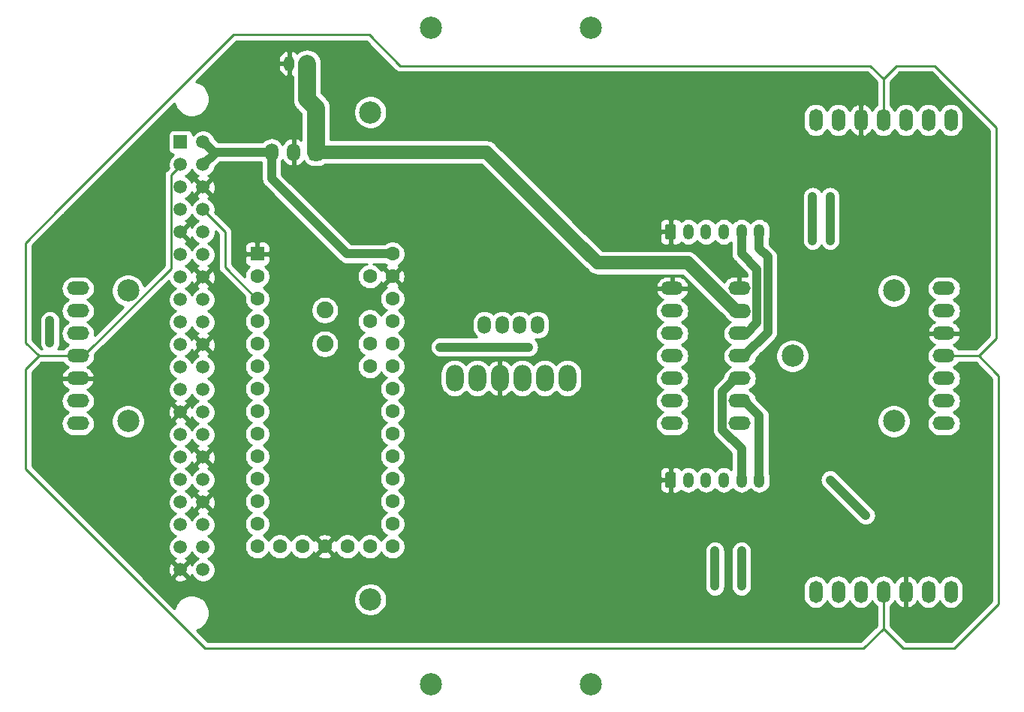
<source format=gbr>
G04 #@! TF.GenerationSoftware,KiCad,Pcbnew,(5.1.4-0-10_14)*
G04 #@! TF.CreationDate,2019-11-10T19:32:43-05:00*
G04 #@! TF.ProjectId,PacBot_2019-2020,50616342-6f74-45f3-9230-31392d323032,rev?*
G04 #@! TF.SameCoordinates,Original*
G04 #@! TF.FileFunction,Copper,L2,Bot*
G04 #@! TF.FilePolarity,Positive*
%FSLAX46Y46*%
G04 Gerber Fmt 4.6, Leading zero omitted, Abs format (unit mm)*
G04 Created by KiCad (PCBNEW (5.1.4-0-10_14)) date 2019-11-10 19:32:43*
%MOMM*%
%LPD*%
G04 APERTURE LIST*
%ADD10C,1.900000*%
%ADD11R,1.600000X1.600000*%
%ADD12C,1.600000*%
%ADD13C,1.508000*%
%ADD14R,1.508000X1.508000*%
%ADD15O,1.500000X2.000000*%
%ADD16O,2.000000X3.000000*%
%ADD17O,2.500000X1.524000*%
%ADD18O,1.524000X2.500000*%
%ADD19O,1.200000X1.750000*%
%ADD20C,0.100000*%
%ADD21C,1.200000*%
%ADD22C,1.500000*%
%ADD23C,2.500000*%
%ADD24C,0.800000*%
%ADD25C,1.000000*%
%ADD26C,0.250000*%
%ADD27C,2.000000*%
%ADD28C,1.500000*%
%ADD29C,0.254000*%
G04 APERTURE END LIST*
D10*
X129000000Y-94840000D03*
X129000000Y-98650000D03*
D11*
X121380000Y-88490000D03*
D12*
X121380000Y-91030000D03*
X121380000Y-93570000D03*
X121380000Y-96110000D03*
X121380000Y-98650000D03*
X121380000Y-101190000D03*
X121380000Y-103730000D03*
X121380000Y-106270000D03*
X121380000Y-108810000D03*
X121380000Y-111350000D03*
X121380000Y-113890000D03*
X121380000Y-116430000D03*
X121380000Y-118970000D03*
X134080000Y-101190000D03*
X134080000Y-98650000D03*
X134080000Y-96110000D03*
X134080000Y-91030000D03*
X136620000Y-88490000D03*
X136620000Y-91030000D03*
X136620000Y-93570000D03*
X136620000Y-96110000D03*
X136620000Y-98650000D03*
X136620000Y-101190000D03*
X136620000Y-103730000D03*
X136620000Y-106270000D03*
X136620000Y-108810000D03*
X136620000Y-111350000D03*
X136620000Y-113890000D03*
X136620000Y-116430000D03*
X136620000Y-118970000D03*
X121380000Y-121510000D03*
X123920000Y-121510000D03*
X126460000Y-121510000D03*
X136620000Y-121510000D03*
X134080000Y-121510000D03*
X131540000Y-121510000D03*
X129000000Y-121510000D03*
D13*
X115270000Y-124130000D03*
X112730000Y-124130000D03*
X115270000Y-121590000D03*
X112730000Y-121590000D03*
X115270000Y-119050000D03*
X112730000Y-119050000D03*
X115270000Y-116510000D03*
X112730000Y-116510000D03*
X115270000Y-113970000D03*
X112730000Y-113970000D03*
X115270000Y-111430000D03*
X112730000Y-111430000D03*
X115270000Y-108890000D03*
X112730000Y-108890000D03*
X115270000Y-106350000D03*
X112730000Y-106350000D03*
X115270000Y-103810000D03*
X112730000Y-103810000D03*
X115270000Y-101270000D03*
X112730000Y-101270000D03*
X115270000Y-98730000D03*
X112730000Y-98730000D03*
X115270000Y-96190000D03*
X112730000Y-96190000D03*
X115270000Y-93650000D03*
X112730000Y-93650000D03*
X115270000Y-91110000D03*
X112730000Y-91110000D03*
X115270000Y-88570000D03*
X112730000Y-88570000D03*
X115270000Y-86030000D03*
X112730000Y-86030000D03*
X115270000Y-83490000D03*
X112730000Y-83490000D03*
X115270000Y-80950000D03*
X112730000Y-80950000D03*
X115270000Y-78410000D03*
X112730000Y-78410000D03*
X115270000Y-75870000D03*
D14*
X112730000Y-75870000D03*
D15*
X153000000Y-96500000D03*
X151000000Y-96500000D03*
X149000000Y-96500000D03*
X147000000Y-96500000D03*
D16*
X156350000Y-102500000D03*
X153810000Y-102500000D03*
X151270000Y-102500000D03*
X148730000Y-102500000D03*
X146190000Y-102500000D03*
X143650000Y-102500000D03*
D17*
X101160000Y-92380000D03*
X101160000Y-94920000D03*
X101160000Y-97460000D03*
X101160000Y-100000000D03*
X101160000Y-102540000D03*
X101160000Y-105080000D03*
X101160000Y-107620000D03*
X198840000Y-107620000D03*
X198840000Y-105080000D03*
X198840000Y-102540000D03*
X198840000Y-100000000D03*
X198840000Y-97460000D03*
X198840000Y-94920000D03*
X198840000Y-92380000D03*
D18*
X184380000Y-126615000D03*
X186920000Y-126615000D03*
X189460000Y-126615000D03*
X192000000Y-126615000D03*
X194540000Y-126615000D03*
X197080000Y-126615000D03*
X199620000Y-126615000D03*
X199620000Y-73385000D03*
X197080000Y-73385000D03*
X194540000Y-73385000D03*
X192000000Y-73385000D03*
X189460000Y-73385000D03*
X186920000Y-73385000D03*
X184380000Y-73385000D03*
D19*
X125000000Y-67000000D03*
D20*
G36*
X127374505Y-66126204D02*
G01*
X127398773Y-66129804D01*
X127422572Y-66135765D01*
X127445671Y-66144030D01*
X127467850Y-66154520D01*
X127488893Y-66167132D01*
X127508599Y-66181747D01*
X127526777Y-66198223D01*
X127543253Y-66216401D01*
X127557868Y-66236107D01*
X127570480Y-66257150D01*
X127580970Y-66279329D01*
X127589235Y-66302428D01*
X127595196Y-66326227D01*
X127598796Y-66350495D01*
X127600000Y-66374999D01*
X127600000Y-67625001D01*
X127598796Y-67649505D01*
X127595196Y-67673773D01*
X127589235Y-67697572D01*
X127580970Y-67720671D01*
X127570480Y-67742850D01*
X127557868Y-67763893D01*
X127543253Y-67783599D01*
X127526777Y-67801777D01*
X127508599Y-67818253D01*
X127488893Y-67832868D01*
X127467850Y-67845480D01*
X127445671Y-67855970D01*
X127422572Y-67864235D01*
X127398773Y-67870196D01*
X127374505Y-67873796D01*
X127350001Y-67875000D01*
X126649999Y-67875000D01*
X126625495Y-67873796D01*
X126601227Y-67870196D01*
X126577428Y-67864235D01*
X126554329Y-67855970D01*
X126532150Y-67845480D01*
X126511107Y-67832868D01*
X126491401Y-67818253D01*
X126473223Y-67801777D01*
X126456747Y-67783599D01*
X126442132Y-67763893D01*
X126429520Y-67742850D01*
X126419030Y-67720671D01*
X126410765Y-67697572D01*
X126404804Y-67673773D01*
X126401204Y-67649505D01*
X126400000Y-67625001D01*
X126400000Y-66374999D01*
X126401204Y-66350495D01*
X126404804Y-66326227D01*
X126410765Y-66302428D01*
X126419030Y-66279329D01*
X126429520Y-66257150D01*
X126442132Y-66236107D01*
X126456747Y-66216401D01*
X126473223Y-66198223D01*
X126491401Y-66181747D01*
X126511107Y-66167132D01*
X126532150Y-66154520D01*
X126554329Y-66144030D01*
X126577428Y-66135765D01*
X126601227Y-66129804D01*
X126625495Y-66126204D01*
X126649999Y-66125000D01*
X127350001Y-66125000D01*
X127374505Y-66126204D01*
X127374505Y-66126204D01*
G37*
D21*
X127000000Y-67000000D03*
D17*
X175810000Y-107620000D03*
X168190000Y-107620000D03*
X175810000Y-105080000D03*
X168190000Y-105080000D03*
X175810000Y-102540000D03*
X168190000Y-102540000D03*
X175810000Y-100000000D03*
X168190000Y-100000000D03*
X175810000Y-97460000D03*
X168190000Y-97460000D03*
X175810000Y-94920000D03*
X168190000Y-94920000D03*
X175730000Y-92380000D03*
X168190000Y-92380000D03*
D15*
X123000000Y-77000000D03*
X125500000Y-77000000D03*
D20*
G36*
X128411756Y-76001806D02*
G01*
X128448159Y-76007206D01*
X128483857Y-76016147D01*
X128518506Y-76028545D01*
X128551774Y-76044280D01*
X128583339Y-76063199D01*
X128612897Y-76085121D01*
X128640165Y-76109835D01*
X128664879Y-76137103D01*
X128686801Y-76166661D01*
X128705720Y-76198226D01*
X128721455Y-76231494D01*
X128733853Y-76266143D01*
X128742794Y-76301841D01*
X128748194Y-76338244D01*
X128750000Y-76375000D01*
X128750000Y-77625000D01*
X128748194Y-77661756D01*
X128742794Y-77698159D01*
X128733853Y-77733857D01*
X128721455Y-77768506D01*
X128705720Y-77801774D01*
X128686801Y-77833339D01*
X128664879Y-77862897D01*
X128640165Y-77890165D01*
X128612897Y-77914879D01*
X128583339Y-77936801D01*
X128551774Y-77955720D01*
X128518506Y-77971455D01*
X128483857Y-77983853D01*
X128448159Y-77992794D01*
X128411756Y-77998194D01*
X128375000Y-78000000D01*
X127625000Y-78000000D01*
X127588244Y-77998194D01*
X127551841Y-77992794D01*
X127516143Y-77983853D01*
X127481494Y-77971455D01*
X127448226Y-77955720D01*
X127416661Y-77936801D01*
X127387103Y-77914879D01*
X127359835Y-77890165D01*
X127335121Y-77862897D01*
X127313199Y-77833339D01*
X127294280Y-77801774D01*
X127278545Y-77768506D01*
X127266147Y-77733857D01*
X127257206Y-77698159D01*
X127251806Y-77661756D01*
X127250000Y-77625000D01*
X127250000Y-76375000D01*
X127251806Y-76338244D01*
X127257206Y-76301841D01*
X127266147Y-76266143D01*
X127278545Y-76231494D01*
X127294280Y-76198226D01*
X127313199Y-76166661D01*
X127335121Y-76137103D01*
X127359835Y-76109835D01*
X127387103Y-76085121D01*
X127416661Y-76063199D01*
X127448226Y-76044280D01*
X127481494Y-76028545D01*
X127516143Y-76016147D01*
X127551841Y-76007206D01*
X127588244Y-76001806D01*
X127625000Y-76000000D01*
X128375000Y-76000000D01*
X128411756Y-76001806D01*
X128411756Y-76001806D01*
G37*
D22*
X128000000Y-77000000D03*
D19*
X178000000Y-114000000D03*
X176000000Y-114000000D03*
X174000000Y-114000000D03*
X172000000Y-114000000D03*
X170000000Y-114000000D03*
D20*
G36*
X168374505Y-113126204D02*
G01*
X168398773Y-113129804D01*
X168422572Y-113135765D01*
X168445671Y-113144030D01*
X168467850Y-113154520D01*
X168488893Y-113167132D01*
X168508599Y-113181747D01*
X168526777Y-113198223D01*
X168543253Y-113216401D01*
X168557868Y-113236107D01*
X168570480Y-113257150D01*
X168580970Y-113279329D01*
X168589235Y-113302428D01*
X168595196Y-113326227D01*
X168598796Y-113350495D01*
X168600000Y-113374999D01*
X168600000Y-114625001D01*
X168598796Y-114649505D01*
X168595196Y-114673773D01*
X168589235Y-114697572D01*
X168580970Y-114720671D01*
X168570480Y-114742850D01*
X168557868Y-114763893D01*
X168543253Y-114783599D01*
X168526777Y-114801777D01*
X168508599Y-114818253D01*
X168488893Y-114832868D01*
X168467850Y-114845480D01*
X168445671Y-114855970D01*
X168422572Y-114864235D01*
X168398773Y-114870196D01*
X168374505Y-114873796D01*
X168350001Y-114875000D01*
X167649999Y-114875000D01*
X167625495Y-114873796D01*
X167601227Y-114870196D01*
X167577428Y-114864235D01*
X167554329Y-114855970D01*
X167532150Y-114845480D01*
X167511107Y-114832868D01*
X167491401Y-114818253D01*
X167473223Y-114801777D01*
X167456747Y-114783599D01*
X167442132Y-114763893D01*
X167429520Y-114742850D01*
X167419030Y-114720671D01*
X167410765Y-114697572D01*
X167404804Y-114673773D01*
X167401204Y-114649505D01*
X167400000Y-114625001D01*
X167400000Y-113374999D01*
X167401204Y-113350495D01*
X167404804Y-113326227D01*
X167410765Y-113302428D01*
X167419030Y-113279329D01*
X167429520Y-113257150D01*
X167442132Y-113236107D01*
X167456747Y-113216401D01*
X167473223Y-113198223D01*
X167491401Y-113181747D01*
X167511107Y-113167132D01*
X167532150Y-113154520D01*
X167554329Y-113144030D01*
X167577428Y-113135765D01*
X167601227Y-113129804D01*
X167625495Y-113126204D01*
X167649999Y-113125000D01*
X168350001Y-113125000D01*
X168374505Y-113126204D01*
X168374505Y-113126204D01*
G37*
D21*
X168000000Y-114000000D03*
D19*
X178000000Y-86000000D03*
X176000000Y-86000000D03*
X174000000Y-86000000D03*
X172000000Y-86000000D03*
X170000000Y-86000000D03*
D20*
G36*
X168374505Y-85126204D02*
G01*
X168398773Y-85129804D01*
X168422572Y-85135765D01*
X168445671Y-85144030D01*
X168467850Y-85154520D01*
X168488893Y-85167132D01*
X168508599Y-85181747D01*
X168526777Y-85198223D01*
X168543253Y-85216401D01*
X168557868Y-85236107D01*
X168570480Y-85257150D01*
X168580970Y-85279329D01*
X168589235Y-85302428D01*
X168595196Y-85326227D01*
X168598796Y-85350495D01*
X168600000Y-85374999D01*
X168600000Y-86625001D01*
X168598796Y-86649505D01*
X168595196Y-86673773D01*
X168589235Y-86697572D01*
X168580970Y-86720671D01*
X168570480Y-86742850D01*
X168557868Y-86763893D01*
X168543253Y-86783599D01*
X168526777Y-86801777D01*
X168508599Y-86818253D01*
X168488893Y-86832868D01*
X168467850Y-86845480D01*
X168445671Y-86855970D01*
X168422572Y-86864235D01*
X168398773Y-86870196D01*
X168374505Y-86873796D01*
X168350001Y-86875000D01*
X167649999Y-86875000D01*
X167625495Y-86873796D01*
X167601227Y-86870196D01*
X167577428Y-86864235D01*
X167554329Y-86855970D01*
X167532150Y-86845480D01*
X167511107Y-86832868D01*
X167491401Y-86818253D01*
X167473223Y-86801777D01*
X167456747Y-86783599D01*
X167442132Y-86763893D01*
X167429520Y-86742850D01*
X167419030Y-86720671D01*
X167410765Y-86697572D01*
X167404804Y-86673773D01*
X167401204Y-86649505D01*
X167400000Y-86625001D01*
X167400000Y-85374999D01*
X167401204Y-85350495D01*
X167404804Y-85326227D01*
X167410765Y-85302428D01*
X167419030Y-85279329D01*
X167429520Y-85257150D01*
X167442132Y-85236107D01*
X167456747Y-85216401D01*
X167473223Y-85198223D01*
X167491401Y-85181747D01*
X167511107Y-85167132D01*
X167532150Y-85154520D01*
X167554329Y-85144030D01*
X167577428Y-85135765D01*
X167601227Y-85129804D01*
X167625495Y-85126204D01*
X167649999Y-85125000D01*
X168350001Y-85125000D01*
X168374505Y-85126204D01*
X168374505Y-85126204D01*
G37*
D21*
X168000000Y-86000000D03*
D23*
X134125000Y-72503694D03*
X141000000Y-62975000D03*
X159000000Y-62975000D03*
X193180000Y-92634001D03*
X193180000Y-107365999D03*
X181750000Y-100000000D03*
X159000000Y-137025000D03*
X141000000Y-137025000D03*
X106820000Y-107365999D03*
X106820000Y-92634001D03*
X134125000Y-127496306D03*
D24*
X110500000Y-78500000D03*
X142000000Y-99000000D03*
X152000000Y-99000000D03*
X186000000Y-82000000D03*
X184000000Y-82000000D03*
X184000000Y-87000000D03*
X186000000Y-87000000D03*
X186000000Y-114000000D03*
X190000000Y-118000000D03*
X173000000Y-122000000D03*
X176000000Y-122000000D03*
X173000000Y-126000000D03*
X176000000Y-126000000D03*
X98000000Y-98500000D03*
X98000000Y-96000000D03*
D25*
X142000000Y-99000000D02*
X152000000Y-99000000D01*
X184000000Y-82000000D02*
X184000000Y-87000000D01*
X186000000Y-82000000D02*
X186000000Y-87000000D01*
X186000000Y-114000000D02*
X190000000Y-118000000D01*
X173000000Y-122000000D02*
X173000000Y-126000000D01*
X176000000Y-126000000D02*
X176000000Y-122000000D01*
X98000000Y-96000000D02*
X98000000Y-98500000D01*
X178960020Y-88835020D02*
X178000000Y-87875000D01*
X178960020Y-97337980D02*
X178960020Y-88835020D01*
X176298000Y-100000000D02*
X178960020Y-97337980D01*
X175810000Y-100000000D02*
X176298000Y-100000000D01*
X178000000Y-87875000D02*
X178000000Y-86000000D01*
X177760010Y-95525584D02*
X177760010Y-90260010D01*
X175810000Y-97460000D02*
X175825594Y-97460000D01*
X177760010Y-90260010D02*
X176000000Y-88500000D01*
X176000000Y-88500000D02*
X176000000Y-86000000D01*
X177760010Y-95525584D02*
X177760010Y-96239990D01*
X177760010Y-96239990D02*
X176500000Y-97500000D01*
X176500000Y-97500000D02*
X176000000Y-97500000D01*
X178000000Y-106782000D02*
X178000000Y-112125000D01*
X176298000Y-105080000D02*
X178000000Y-106782000D01*
X175810000Y-105080000D02*
X176298000Y-105080000D01*
X178000000Y-112125000D02*
X178000000Y-114000000D01*
X173859990Y-104002010D02*
X173859990Y-108359990D01*
X175322000Y-102540000D02*
X173859990Y-104002010D01*
X175810000Y-102540000D02*
X175322000Y-102540000D01*
X173859990Y-108359990D02*
X176000000Y-110500000D01*
X176000000Y-110500000D02*
X176000000Y-114000000D01*
D26*
X117750000Y-85970000D02*
X117750000Y-90000000D01*
X115270000Y-83490000D02*
X117750000Y-85970000D01*
X117750000Y-90000000D02*
X121500000Y-93750000D01*
D25*
X123000000Y-77000000D02*
X116750000Y-77000000D01*
X116750000Y-77000000D02*
X115250000Y-78500000D01*
X116750000Y-77000000D02*
X116500000Y-77000000D01*
X116500000Y-77000000D02*
X115250000Y-75750000D01*
X123000000Y-77000000D02*
X123000000Y-77250000D01*
X123000000Y-77250000D02*
X123000000Y-80000000D01*
X123000000Y-80000000D02*
X131500000Y-88500000D01*
X131500000Y-88500000D02*
X136750000Y-88500000D01*
D26*
X111650999Y-90134004D02*
X111650999Y-79599001D01*
X101785003Y-100000000D02*
X111650999Y-90134004D01*
X101160000Y-100000000D02*
X101785003Y-100000000D01*
X111650999Y-79599001D02*
X112750000Y-78500000D01*
X95250000Y-98500000D02*
X96750000Y-100000000D01*
X99000000Y-83483998D02*
X99000000Y-83500000D01*
X99660000Y-100000000D02*
X101160000Y-100000000D01*
X118733998Y-63750000D02*
X99000000Y-83483998D01*
X137500000Y-67250000D02*
X134000000Y-63750000D01*
X190500000Y-67250000D02*
X137500000Y-67250000D01*
X96750000Y-100000000D02*
X99660000Y-100000000D01*
X95250000Y-87250000D02*
X95250000Y-98500000D01*
X99000000Y-83500000D02*
X95250000Y-87250000D01*
X192000000Y-68750000D02*
X190500000Y-67250000D01*
X134000000Y-63750000D02*
X118733998Y-63750000D01*
X192000000Y-73250000D02*
X192000000Y-68750000D01*
X204750000Y-98000000D02*
X204750000Y-74250000D01*
X204750000Y-74250000D02*
X197750000Y-67250000D01*
X197750000Y-67250000D02*
X193500000Y-67250000D01*
X202750000Y-100000000D02*
X204750000Y-98000000D01*
X193500000Y-67250000D02*
X192000000Y-68750000D01*
X199000000Y-100000000D02*
X202750000Y-100000000D01*
X200000000Y-133000000D02*
X205000000Y-128000000D01*
X194250000Y-133000000D02*
X200000000Y-133000000D01*
X205000000Y-128000000D02*
X205000000Y-102250000D01*
X204750000Y-102000000D02*
X202750000Y-100000000D01*
X205000000Y-102250000D02*
X204750000Y-102000000D01*
X192000000Y-130750000D02*
X194250000Y-133000000D01*
X192000000Y-126750000D02*
X192000000Y-130750000D01*
X95250000Y-101500000D02*
X96750000Y-100000000D01*
X115500000Y-133000000D02*
X95250000Y-112750000D01*
X95250000Y-112750000D02*
X95250000Y-101500000D01*
X189750000Y-133000000D02*
X115500000Y-133000000D01*
X192000000Y-130750000D02*
X189750000Y-133000000D01*
D27*
X127000000Y-67000000D02*
X127000000Y-71000000D01*
X127000000Y-71000000D02*
X128000000Y-72000000D01*
X128000000Y-72000000D02*
X128000000Y-77000000D01*
D28*
X128000000Y-77000000D02*
X147250000Y-77000000D01*
X147250000Y-77000000D02*
X157250000Y-87000000D01*
X157250000Y-87000000D02*
X159750000Y-89500000D01*
X159750000Y-89500000D02*
X168000000Y-89500000D01*
X169940853Y-89500000D02*
X175440853Y-95000000D01*
X168000000Y-89500000D02*
X169940853Y-89500000D01*
X175440853Y-95000000D02*
X176250000Y-95000000D01*
D29*
G36*
X136936205Y-67761008D02*
G01*
X136959999Y-67790001D01*
X136988992Y-67813795D01*
X136988996Y-67813799D01*
X137051320Y-67864946D01*
X137075724Y-67884974D01*
X137207753Y-67955546D01*
X137351014Y-67999003D01*
X137462667Y-68010000D01*
X137462676Y-68010000D01*
X137499999Y-68013676D01*
X137537322Y-68010000D01*
X190185199Y-68010000D01*
X191240001Y-69064803D01*
X191240000Y-71719187D01*
X191220113Y-71729817D01*
X191007392Y-71904393D01*
X190832817Y-72117114D01*
X190728962Y-72311414D01*
X190702059Y-72245058D01*
X190551006Y-72015271D01*
X190358026Y-71819368D01*
X190130535Y-71664878D01*
X189877276Y-71557738D01*
X189803070Y-71542780D01*
X189587000Y-71665280D01*
X189587000Y-73258000D01*
X189607000Y-73258000D01*
X189607000Y-73512000D01*
X189587000Y-73512000D01*
X189587000Y-75104720D01*
X189803070Y-75227220D01*
X189877276Y-75212262D01*
X190130535Y-75105122D01*
X190358026Y-74950632D01*
X190551006Y-74754729D01*
X190702059Y-74524942D01*
X190728962Y-74458587D01*
X190832817Y-74652887D01*
X191007393Y-74865608D01*
X191220114Y-75040183D01*
X191462806Y-75169904D01*
X191726141Y-75249786D01*
X192000000Y-75276759D01*
X192273860Y-75249786D01*
X192537195Y-75169904D01*
X192779887Y-75040183D01*
X192992608Y-74865608D01*
X193167183Y-74652887D01*
X193270000Y-74460529D01*
X193372817Y-74652887D01*
X193547393Y-74865608D01*
X193760114Y-75040183D01*
X194002806Y-75169904D01*
X194266141Y-75249786D01*
X194540000Y-75276759D01*
X194813860Y-75249786D01*
X195077195Y-75169904D01*
X195319887Y-75040183D01*
X195532608Y-74865608D01*
X195707183Y-74652887D01*
X195810000Y-74460529D01*
X195912817Y-74652887D01*
X196087393Y-74865608D01*
X196300114Y-75040183D01*
X196542806Y-75169904D01*
X196806141Y-75249786D01*
X197080000Y-75276759D01*
X197353860Y-75249786D01*
X197617195Y-75169904D01*
X197859887Y-75040183D01*
X198072608Y-74865608D01*
X198247183Y-74652887D01*
X198350000Y-74460529D01*
X198452817Y-74652887D01*
X198627393Y-74865608D01*
X198840114Y-75040183D01*
X199082806Y-75169904D01*
X199346141Y-75249786D01*
X199620000Y-75276759D01*
X199893860Y-75249786D01*
X200157195Y-75169904D01*
X200399887Y-75040183D01*
X200612608Y-74865608D01*
X200787183Y-74652887D01*
X200916904Y-74410195D01*
X200996786Y-74146860D01*
X201017000Y-73941624D01*
X201017000Y-72828375D01*
X200996786Y-72623140D01*
X200916904Y-72359805D01*
X200787183Y-72117113D01*
X200612607Y-71904392D01*
X200399886Y-71729817D01*
X200157194Y-71600096D01*
X199893859Y-71520214D01*
X199620000Y-71493241D01*
X199346140Y-71520214D01*
X199082805Y-71600096D01*
X198840113Y-71729817D01*
X198627392Y-71904393D01*
X198452817Y-72117114D01*
X198350000Y-72309471D01*
X198247183Y-72117113D01*
X198072607Y-71904392D01*
X197859886Y-71729817D01*
X197617194Y-71600096D01*
X197353859Y-71520214D01*
X197080000Y-71493241D01*
X196806140Y-71520214D01*
X196542805Y-71600096D01*
X196300113Y-71729817D01*
X196087392Y-71904393D01*
X195912817Y-72117114D01*
X195810000Y-72309471D01*
X195707183Y-72117113D01*
X195532607Y-71904392D01*
X195319886Y-71729817D01*
X195077194Y-71600096D01*
X194813859Y-71520214D01*
X194540000Y-71493241D01*
X194266140Y-71520214D01*
X194002805Y-71600096D01*
X193760113Y-71729817D01*
X193547392Y-71904393D01*
X193372817Y-72117114D01*
X193270000Y-72309471D01*
X193167183Y-72117113D01*
X192992607Y-71904392D01*
X192779886Y-71729817D01*
X192760000Y-71719188D01*
X192760000Y-69064801D01*
X193814802Y-68010000D01*
X197435199Y-68010000D01*
X203990001Y-74564803D01*
X203990000Y-97685198D01*
X202435199Y-99240000D01*
X200505813Y-99240000D01*
X200495183Y-99220113D01*
X200320608Y-99007392D01*
X200107887Y-98832817D01*
X199913587Y-98728962D01*
X199979942Y-98702059D01*
X200209729Y-98551006D01*
X200405632Y-98358026D01*
X200560122Y-98130535D01*
X200667262Y-97877276D01*
X200682220Y-97803070D01*
X200559720Y-97587000D01*
X198967000Y-97587000D01*
X198967000Y-97607000D01*
X198713000Y-97607000D01*
X198713000Y-97587000D01*
X197120280Y-97587000D01*
X196997780Y-97803070D01*
X197012738Y-97877276D01*
X197119878Y-98130535D01*
X197274368Y-98358026D01*
X197470271Y-98551006D01*
X197700058Y-98702059D01*
X197766413Y-98728962D01*
X197572113Y-98832817D01*
X197359392Y-99007392D01*
X197184817Y-99220113D01*
X197055096Y-99462805D01*
X196975214Y-99726140D01*
X196948241Y-100000000D01*
X196975214Y-100273860D01*
X197055096Y-100537195D01*
X197184817Y-100779887D01*
X197359392Y-100992608D01*
X197572113Y-101167183D01*
X197764471Y-101270000D01*
X197572113Y-101372817D01*
X197359392Y-101547392D01*
X197184817Y-101760113D01*
X197055096Y-102002805D01*
X196975214Y-102266140D01*
X196948241Y-102540000D01*
X196975214Y-102813860D01*
X197055096Y-103077195D01*
X197184817Y-103319887D01*
X197359392Y-103532608D01*
X197572113Y-103707183D01*
X197764471Y-103810000D01*
X197572113Y-103912817D01*
X197359392Y-104087392D01*
X197184817Y-104300113D01*
X197055096Y-104542805D01*
X196975214Y-104806140D01*
X196948241Y-105080000D01*
X196975214Y-105353860D01*
X197055096Y-105617195D01*
X197184817Y-105859887D01*
X197359392Y-106072608D01*
X197572113Y-106247183D01*
X197764471Y-106350000D01*
X197572113Y-106452817D01*
X197359392Y-106627392D01*
X197184817Y-106840113D01*
X197055096Y-107082805D01*
X196975214Y-107346140D01*
X196948241Y-107620000D01*
X196975214Y-107893860D01*
X197055096Y-108157195D01*
X197184817Y-108399887D01*
X197359392Y-108612608D01*
X197572113Y-108787183D01*
X197814805Y-108916904D01*
X198078140Y-108996786D01*
X198283375Y-109017000D01*
X199396625Y-109017000D01*
X199601860Y-108996786D01*
X199865195Y-108916904D01*
X200107887Y-108787183D01*
X200320608Y-108612608D01*
X200495183Y-108399887D01*
X200624904Y-108157195D01*
X200704786Y-107893860D01*
X200731759Y-107620000D01*
X200704786Y-107346140D01*
X200624904Y-107082805D01*
X200495183Y-106840113D01*
X200320608Y-106627392D01*
X200107887Y-106452817D01*
X199915529Y-106350000D01*
X200107887Y-106247183D01*
X200320608Y-106072608D01*
X200495183Y-105859887D01*
X200624904Y-105617195D01*
X200704786Y-105353860D01*
X200731759Y-105080000D01*
X200704786Y-104806140D01*
X200624904Y-104542805D01*
X200495183Y-104300113D01*
X200320608Y-104087392D01*
X200107887Y-103912817D01*
X199915529Y-103810000D01*
X200107887Y-103707183D01*
X200320608Y-103532608D01*
X200495183Y-103319887D01*
X200624904Y-103077195D01*
X200704786Y-102813860D01*
X200731759Y-102540000D01*
X200704786Y-102266140D01*
X200624904Y-102002805D01*
X200495183Y-101760113D01*
X200320608Y-101547392D01*
X200107887Y-101372817D01*
X199915529Y-101270000D01*
X200107887Y-101167183D01*
X200320608Y-100992608D01*
X200495183Y-100779887D01*
X200505813Y-100760000D01*
X202435199Y-100760000D01*
X204238997Y-102563799D01*
X204239002Y-102563803D01*
X204240001Y-102564802D01*
X204240000Y-127685198D01*
X199685199Y-132240000D01*
X194564802Y-132240000D01*
X192760000Y-130435199D01*
X192760000Y-128280812D01*
X192779886Y-128270183D01*
X192992607Y-128095608D01*
X193167183Y-127882887D01*
X193271038Y-127688587D01*
X193297941Y-127754942D01*
X193448994Y-127984729D01*
X193641974Y-128180632D01*
X193869465Y-128335122D01*
X194122724Y-128442262D01*
X194196930Y-128457220D01*
X194413000Y-128334720D01*
X194413000Y-126742000D01*
X194393000Y-126742000D01*
X194393000Y-126488000D01*
X194413000Y-126488000D01*
X194413000Y-124895280D01*
X194667000Y-124895280D01*
X194667000Y-126488000D01*
X194687000Y-126488000D01*
X194687000Y-126742000D01*
X194667000Y-126742000D01*
X194667000Y-128334720D01*
X194883070Y-128457220D01*
X194957276Y-128442262D01*
X195210535Y-128335122D01*
X195438026Y-128180632D01*
X195631006Y-127984729D01*
X195782059Y-127754942D01*
X195808962Y-127688586D01*
X195912817Y-127882886D01*
X196087392Y-128095607D01*
X196300113Y-128270183D01*
X196542805Y-128399904D01*
X196806140Y-128479786D01*
X197080000Y-128506759D01*
X197353859Y-128479786D01*
X197617194Y-128399904D01*
X197859886Y-128270183D01*
X198072607Y-128095608D01*
X198247183Y-127882887D01*
X198350000Y-127690529D01*
X198452817Y-127882886D01*
X198627392Y-128095607D01*
X198840113Y-128270183D01*
X199082805Y-128399904D01*
X199346140Y-128479786D01*
X199620000Y-128506759D01*
X199893859Y-128479786D01*
X200157194Y-128399904D01*
X200399886Y-128270183D01*
X200612607Y-128095608D01*
X200787183Y-127882887D01*
X200916904Y-127640195D01*
X200996786Y-127376860D01*
X201017000Y-127171625D01*
X201017000Y-126058376D01*
X200996786Y-125853140D01*
X200916904Y-125589805D01*
X200787183Y-125347113D01*
X200612608Y-125134392D01*
X200399887Y-124959817D01*
X200157195Y-124830096D01*
X199893860Y-124750214D01*
X199620000Y-124723241D01*
X199346141Y-124750214D01*
X199082806Y-124830096D01*
X198840114Y-124959817D01*
X198627393Y-125134392D01*
X198452817Y-125347113D01*
X198350000Y-125539471D01*
X198247183Y-125347113D01*
X198072608Y-125134392D01*
X197859887Y-124959817D01*
X197617195Y-124830096D01*
X197353860Y-124750214D01*
X197080000Y-124723241D01*
X196806141Y-124750214D01*
X196542806Y-124830096D01*
X196300114Y-124959817D01*
X196087393Y-125134392D01*
X195912817Y-125347113D01*
X195808962Y-125541413D01*
X195782059Y-125475058D01*
X195631006Y-125245271D01*
X195438026Y-125049368D01*
X195210535Y-124894878D01*
X194957276Y-124787738D01*
X194883070Y-124772780D01*
X194667000Y-124895280D01*
X194413000Y-124895280D01*
X194196930Y-124772780D01*
X194122724Y-124787738D01*
X193869465Y-124894878D01*
X193641974Y-125049368D01*
X193448994Y-125245271D01*
X193297941Y-125475058D01*
X193271038Y-125541413D01*
X193167183Y-125347113D01*
X192992608Y-125134392D01*
X192779887Y-124959817D01*
X192537195Y-124830096D01*
X192273860Y-124750214D01*
X192000000Y-124723241D01*
X191726141Y-124750214D01*
X191462806Y-124830096D01*
X191220114Y-124959817D01*
X191007393Y-125134392D01*
X190832817Y-125347113D01*
X190730000Y-125539471D01*
X190627183Y-125347113D01*
X190452608Y-125134392D01*
X190239887Y-124959817D01*
X189997195Y-124830096D01*
X189733860Y-124750214D01*
X189460000Y-124723241D01*
X189186141Y-124750214D01*
X188922806Y-124830096D01*
X188680114Y-124959817D01*
X188467393Y-125134392D01*
X188292817Y-125347113D01*
X188190000Y-125539471D01*
X188087183Y-125347113D01*
X187912608Y-125134392D01*
X187699887Y-124959817D01*
X187457195Y-124830096D01*
X187193860Y-124750214D01*
X186920000Y-124723241D01*
X186646141Y-124750214D01*
X186382806Y-124830096D01*
X186140114Y-124959817D01*
X185927393Y-125134392D01*
X185752817Y-125347113D01*
X185650000Y-125539471D01*
X185547183Y-125347113D01*
X185372608Y-125134392D01*
X185159887Y-124959817D01*
X184917195Y-124830096D01*
X184653860Y-124750214D01*
X184380000Y-124723241D01*
X184106141Y-124750214D01*
X183842806Y-124830096D01*
X183600114Y-124959817D01*
X183387393Y-125134392D01*
X183212817Y-125347113D01*
X183083096Y-125589805D01*
X183003214Y-125853140D01*
X182983000Y-126058375D01*
X182983000Y-127171624D01*
X183003214Y-127376859D01*
X183083096Y-127640194D01*
X183212817Y-127882886D01*
X183387392Y-128095607D01*
X183600113Y-128270183D01*
X183842805Y-128399904D01*
X184106140Y-128479786D01*
X184380000Y-128506759D01*
X184653859Y-128479786D01*
X184917194Y-128399904D01*
X185159886Y-128270183D01*
X185372607Y-128095608D01*
X185547183Y-127882887D01*
X185650000Y-127690529D01*
X185752817Y-127882886D01*
X185927392Y-128095607D01*
X186140113Y-128270183D01*
X186382805Y-128399904D01*
X186646140Y-128479786D01*
X186920000Y-128506759D01*
X187193859Y-128479786D01*
X187457194Y-128399904D01*
X187699886Y-128270183D01*
X187912607Y-128095608D01*
X188087183Y-127882887D01*
X188190000Y-127690529D01*
X188292817Y-127882886D01*
X188467392Y-128095607D01*
X188680113Y-128270183D01*
X188922805Y-128399904D01*
X189186140Y-128479786D01*
X189460000Y-128506759D01*
X189733859Y-128479786D01*
X189997194Y-128399904D01*
X190239886Y-128270183D01*
X190452607Y-128095608D01*
X190627183Y-127882887D01*
X190730000Y-127690529D01*
X190832817Y-127882886D01*
X191007392Y-128095607D01*
X191220113Y-128270183D01*
X191240000Y-128280813D01*
X191240001Y-130435197D01*
X189435199Y-132240000D01*
X115814802Y-132240000D01*
X114520622Y-130945820D01*
X114586296Y-130932757D01*
X114952092Y-130781239D01*
X115281301Y-130561269D01*
X115561269Y-130281301D01*
X115781239Y-129952092D01*
X115932757Y-129586296D01*
X116010000Y-129197968D01*
X116010000Y-128802032D01*
X115932757Y-128413704D01*
X115781239Y-128047908D01*
X115561269Y-127718699D01*
X115281301Y-127438731D01*
X115089614Y-127310650D01*
X132240000Y-127310650D01*
X132240000Y-127681962D01*
X132312439Y-128046140D01*
X132454534Y-128389188D01*
X132660825Y-128697924D01*
X132923382Y-128960481D01*
X133232118Y-129166772D01*
X133575166Y-129308867D01*
X133939344Y-129381306D01*
X134310656Y-129381306D01*
X134674834Y-129308867D01*
X135017882Y-129166772D01*
X135326618Y-128960481D01*
X135589175Y-128697924D01*
X135795466Y-128389188D01*
X135937561Y-128046140D01*
X136010000Y-127681962D01*
X136010000Y-127310650D01*
X135937561Y-126946472D01*
X135795466Y-126603424D01*
X135589175Y-126294688D01*
X135326618Y-126032131D01*
X135017882Y-125825840D01*
X134674834Y-125683745D01*
X134310656Y-125611306D01*
X133939344Y-125611306D01*
X133575166Y-125683745D01*
X133232118Y-125825840D01*
X132923382Y-126032131D01*
X132660825Y-126294688D01*
X132454534Y-126603424D01*
X132312439Y-126946472D01*
X132240000Y-127310650D01*
X115089614Y-127310650D01*
X114952092Y-127218761D01*
X114586296Y-127067243D01*
X114197968Y-126990000D01*
X113802032Y-126990000D01*
X113413704Y-127067243D01*
X113047908Y-127218761D01*
X112718699Y-127438731D01*
X112438731Y-127718699D01*
X112218761Y-128047908D01*
X112067243Y-128413704D01*
X112054180Y-128479378D01*
X108664653Y-125089851D01*
X111949754Y-125089851D01*
X112015765Y-125329127D01*
X112263426Y-125445426D01*
X112529018Y-125511174D01*
X112802334Y-125523845D01*
X113072870Y-125482951D01*
X113330229Y-125390063D01*
X113444235Y-125329127D01*
X113510246Y-125089851D01*
X112730000Y-124309605D01*
X111949754Y-125089851D01*
X108664653Y-125089851D01*
X107777136Y-124202334D01*
X111336155Y-124202334D01*
X111377049Y-124472870D01*
X111469937Y-124730229D01*
X111530873Y-124844235D01*
X111770149Y-124910246D01*
X112550395Y-124130000D01*
X111770149Y-123349754D01*
X111530873Y-123415765D01*
X111414574Y-123663426D01*
X111348826Y-123929018D01*
X111336155Y-124202334D01*
X107777136Y-124202334D01*
X96010000Y-112435199D01*
X96010000Y-105080000D01*
X99268241Y-105080000D01*
X99295214Y-105353860D01*
X99375096Y-105617195D01*
X99504817Y-105859887D01*
X99679392Y-106072608D01*
X99892113Y-106247183D01*
X100084471Y-106350000D01*
X99892113Y-106452817D01*
X99679392Y-106627392D01*
X99504817Y-106840113D01*
X99375096Y-107082805D01*
X99295214Y-107346140D01*
X99268241Y-107620000D01*
X99295214Y-107893860D01*
X99375096Y-108157195D01*
X99504817Y-108399887D01*
X99679392Y-108612608D01*
X99892113Y-108787183D01*
X100134805Y-108916904D01*
X100398140Y-108996786D01*
X100603375Y-109017000D01*
X101716625Y-109017000D01*
X101921860Y-108996786D01*
X102185195Y-108916904D01*
X102427887Y-108787183D01*
X102640608Y-108612608D01*
X102815183Y-108399887D01*
X102944904Y-108157195D01*
X103024786Y-107893860D01*
X103051759Y-107620000D01*
X103024786Y-107346140D01*
X102974492Y-107180343D01*
X104935000Y-107180343D01*
X104935000Y-107551655D01*
X105007439Y-107915833D01*
X105149534Y-108258881D01*
X105355825Y-108567617D01*
X105618382Y-108830174D01*
X105927118Y-109036465D01*
X106270166Y-109178560D01*
X106634344Y-109250999D01*
X107005656Y-109250999D01*
X107369834Y-109178560D01*
X107712882Y-109036465D01*
X108021618Y-108830174D01*
X108284175Y-108567617D01*
X108490466Y-108258881D01*
X108632561Y-107915833D01*
X108705000Y-107551655D01*
X108705000Y-107180343D01*
X108632561Y-106816165D01*
X108490466Y-106473117D01*
X108456534Y-106422334D01*
X111336155Y-106422334D01*
X111377049Y-106692870D01*
X111469937Y-106950229D01*
X111530873Y-107064235D01*
X111770149Y-107130246D01*
X112550395Y-106350000D01*
X111770149Y-105569754D01*
X111530873Y-105635765D01*
X111414574Y-105883426D01*
X111348826Y-106149018D01*
X111336155Y-106422334D01*
X108456534Y-106422334D01*
X108284175Y-106164381D01*
X108021618Y-105901824D01*
X107712882Y-105695533D01*
X107369834Y-105553438D01*
X107005656Y-105480999D01*
X106634344Y-105480999D01*
X106270166Y-105553438D01*
X105927118Y-105695533D01*
X105618382Y-105901824D01*
X105355825Y-106164381D01*
X105149534Y-106473117D01*
X105007439Y-106816165D01*
X104935000Y-107180343D01*
X102974492Y-107180343D01*
X102944904Y-107082805D01*
X102815183Y-106840113D01*
X102640608Y-106627392D01*
X102427887Y-106452817D01*
X102235529Y-106350000D01*
X102427887Y-106247183D01*
X102640608Y-106072608D01*
X102815183Y-105859887D01*
X102944904Y-105617195D01*
X103024786Y-105353860D01*
X103051759Y-105080000D01*
X103024786Y-104806140D01*
X102944904Y-104542805D01*
X102815183Y-104300113D01*
X102640608Y-104087392D01*
X102427887Y-103912817D01*
X102233587Y-103808962D01*
X102299942Y-103782059D01*
X102529729Y-103631006D01*
X102725632Y-103438026D01*
X102880122Y-103210535D01*
X102987262Y-102957276D01*
X103002220Y-102883070D01*
X102879720Y-102667000D01*
X101287000Y-102667000D01*
X101287000Y-102687000D01*
X101033000Y-102687000D01*
X101033000Y-102667000D01*
X99440280Y-102667000D01*
X99317780Y-102883070D01*
X99332738Y-102957276D01*
X99439878Y-103210535D01*
X99594368Y-103438026D01*
X99790271Y-103631006D01*
X100020058Y-103782059D01*
X100086413Y-103808962D01*
X99892113Y-103912817D01*
X99679392Y-104087392D01*
X99504817Y-104300113D01*
X99375096Y-104542805D01*
X99295214Y-104806140D01*
X99268241Y-105080000D01*
X96010000Y-105080000D01*
X96010000Y-101814801D01*
X97064802Y-100760000D01*
X99494187Y-100760000D01*
X99504817Y-100779887D01*
X99679392Y-100992608D01*
X99892113Y-101167183D01*
X100086413Y-101271038D01*
X100020058Y-101297941D01*
X99790271Y-101448994D01*
X99594368Y-101641974D01*
X99439878Y-101869465D01*
X99332738Y-102122724D01*
X99317780Y-102196930D01*
X99440280Y-102413000D01*
X101033000Y-102413000D01*
X101033000Y-102393000D01*
X101287000Y-102393000D01*
X101287000Y-102413000D01*
X102879720Y-102413000D01*
X103002220Y-102196930D01*
X102987262Y-102122724D01*
X102880122Y-101869465D01*
X102725632Y-101641974D01*
X102529729Y-101448994D01*
X102299942Y-101297941D01*
X102233587Y-101271038D01*
X102427887Y-101167183D01*
X102640608Y-100992608D01*
X102815183Y-100779887D01*
X102944904Y-100537195D01*
X103024786Y-100273860D01*
X103051759Y-100000000D01*
X103034548Y-99825256D01*
X111386127Y-91473677D01*
X111394378Y-91515156D01*
X111499084Y-91767938D01*
X111651093Y-91995436D01*
X111844564Y-92188907D01*
X112072062Y-92340916D01*
X112166419Y-92380000D01*
X112072062Y-92419084D01*
X111844564Y-92571093D01*
X111651093Y-92764564D01*
X111499084Y-92992062D01*
X111394378Y-93244844D01*
X111341000Y-93513195D01*
X111341000Y-93786805D01*
X111394378Y-94055156D01*
X111499084Y-94307938D01*
X111651093Y-94535436D01*
X111844564Y-94728907D01*
X112072062Y-94880916D01*
X112166419Y-94920000D01*
X112072062Y-94959084D01*
X111844564Y-95111093D01*
X111651093Y-95304564D01*
X111499084Y-95532062D01*
X111394378Y-95784844D01*
X111341000Y-96053195D01*
X111341000Y-96326805D01*
X111394378Y-96595156D01*
X111499084Y-96847938D01*
X111651093Y-97075436D01*
X111844564Y-97268907D01*
X112072062Y-97420916D01*
X112166419Y-97460000D01*
X112072062Y-97499084D01*
X111844564Y-97651093D01*
X111651093Y-97844564D01*
X111499084Y-98072062D01*
X111394378Y-98324844D01*
X111341000Y-98593195D01*
X111341000Y-98866805D01*
X111394378Y-99135156D01*
X111499084Y-99387938D01*
X111651093Y-99615436D01*
X111844564Y-99808907D01*
X112072062Y-99960916D01*
X112166419Y-100000000D01*
X112072062Y-100039084D01*
X111844564Y-100191093D01*
X111651093Y-100384564D01*
X111499084Y-100612062D01*
X111394378Y-100864844D01*
X111341000Y-101133195D01*
X111341000Y-101406805D01*
X111394378Y-101675156D01*
X111499084Y-101927938D01*
X111651093Y-102155436D01*
X111844564Y-102348907D01*
X112072062Y-102500916D01*
X112166419Y-102540000D01*
X112072062Y-102579084D01*
X111844564Y-102731093D01*
X111651093Y-102924564D01*
X111499084Y-103152062D01*
X111394378Y-103404844D01*
X111341000Y-103673195D01*
X111341000Y-103946805D01*
X111394378Y-104215156D01*
X111499084Y-104467938D01*
X111651093Y-104695436D01*
X111844564Y-104888907D01*
X112072062Y-105040916D01*
X112162174Y-105078242D01*
X112129771Y-105089937D01*
X112015765Y-105150873D01*
X111949754Y-105390149D01*
X112730000Y-106170395D01*
X113510246Y-105390149D01*
X113444235Y-105150873D01*
X113293437Y-105080060D01*
X113387938Y-105040916D01*
X113615436Y-104888907D01*
X113808907Y-104695436D01*
X113960916Y-104467938D01*
X114000000Y-104373581D01*
X114039084Y-104467938D01*
X114191093Y-104695436D01*
X114384564Y-104888907D01*
X114612062Y-105040916D01*
X114706419Y-105080000D01*
X114612062Y-105119084D01*
X114384564Y-105271093D01*
X114191093Y-105464564D01*
X114039084Y-105692062D01*
X114001758Y-105782174D01*
X113990063Y-105749771D01*
X113929127Y-105635765D01*
X113689851Y-105569754D01*
X112909605Y-106350000D01*
X113689851Y-107130246D01*
X113929127Y-107064235D01*
X113999940Y-106913437D01*
X114039084Y-107007938D01*
X114191093Y-107235436D01*
X114384564Y-107428907D01*
X114612062Y-107580916D01*
X114706419Y-107620000D01*
X114612062Y-107659084D01*
X114384564Y-107811093D01*
X114191093Y-108004564D01*
X114039084Y-108232062D01*
X114000000Y-108326419D01*
X113960916Y-108232062D01*
X113808907Y-108004564D01*
X113615436Y-107811093D01*
X113387938Y-107659084D01*
X113297826Y-107621758D01*
X113330229Y-107610063D01*
X113444235Y-107549127D01*
X113510246Y-107309851D01*
X112730000Y-106529605D01*
X111949754Y-107309851D01*
X112015765Y-107549127D01*
X112166563Y-107619940D01*
X112072062Y-107659084D01*
X111844564Y-107811093D01*
X111651093Y-108004564D01*
X111499084Y-108232062D01*
X111394378Y-108484844D01*
X111341000Y-108753195D01*
X111341000Y-109026805D01*
X111394378Y-109295156D01*
X111499084Y-109547938D01*
X111651093Y-109775436D01*
X111844564Y-109968907D01*
X112072062Y-110120916D01*
X112166419Y-110160000D01*
X112072062Y-110199084D01*
X111844564Y-110351093D01*
X111651093Y-110544564D01*
X111499084Y-110772062D01*
X111394378Y-111024844D01*
X111341000Y-111293195D01*
X111341000Y-111566805D01*
X111394378Y-111835156D01*
X111499084Y-112087938D01*
X111651093Y-112315436D01*
X111844564Y-112508907D01*
X112072062Y-112660916D01*
X112166419Y-112700000D01*
X112072062Y-112739084D01*
X111844564Y-112891093D01*
X111651093Y-113084564D01*
X111499084Y-113312062D01*
X111394378Y-113564844D01*
X111341000Y-113833195D01*
X111341000Y-114106805D01*
X111394378Y-114375156D01*
X111499084Y-114627938D01*
X111651093Y-114855436D01*
X111844564Y-115048907D01*
X112072062Y-115200916D01*
X112166419Y-115240000D01*
X112072062Y-115279084D01*
X111844564Y-115431093D01*
X111651093Y-115624564D01*
X111499084Y-115852062D01*
X111394378Y-116104844D01*
X111341000Y-116373195D01*
X111341000Y-116646805D01*
X111394378Y-116915156D01*
X111499084Y-117167938D01*
X111651093Y-117395436D01*
X111844564Y-117588907D01*
X112072062Y-117740916D01*
X112166419Y-117780000D01*
X112072062Y-117819084D01*
X111844564Y-117971093D01*
X111651093Y-118164564D01*
X111499084Y-118392062D01*
X111394378Y-118644844D01*
X111341000Y-118913195D01*
X111341000Y-119186805D01*
X111394378Y-119455156D01*
X111499084Y-119707938D01*
X111651093Y-119935436D01*
X111844564Y-120128907D01*
X112072062Y-120280916D01*
X112166419Y-120320000D01*
X112072062Y-120359084D01*
X111844564Y-120511093D01*
X111651093Y-120704564D01*
X111499084Y-120932062D01*
X111394378Y-121184844D01*
X111341000Y-121453195D01*
X111341000Y-121726805D01*
X111394378Y-121995156D01*
X111499084Y-122247938D01*
X111651093Y-122475436D01*
X111844564Y-122668907D01*
X112072062Y-122820916D01*
X112162174Y-122858242D01*
X112129771Y-122869937D01*
X112015765Y-122930873D01*
X111949754Y-123170149D01*
X112730000Y-123950395D01*
X113510246Y-123170149D01*
X113444235Y-122930873D01*
X113293437Y-122860060D01*
X113387938Y-122820916D01*
X113615436Y-122668907D01*
X113808907Y-122475436D01*
X113960916Y-122247938D01*
X114000000Y-122153581D01*
X114039084Y-122247938D01*
X114191093Y-122475436D01*
X114384564Y-122668907D01*
X114612062Y-122820916D01*
X114706419Y-122860000D01*
X114612062Y-122899084D01*
X114384564Y-123051093D01*
X114191093Y-123244564D01*
X114039084Y-123472062D01*
X114001758Y-123562174D01*
X113990063Y-123529771D01*
X113929127Y-123415765D01*
X113689851Y-123349754D01*
X112909605Y-124130000D01*
X113689851Y-124910246D01*
X113929127Y-124844235D01*
X113999940Y-124693437D01*
X114039084Y-124787938D01*
X114191093Y-125015436D01*
X114384564Y-125208907D01*
X114612062Y-125360916D01*
X114864844Y-125465622D01*
X115133195Y-125519000D01*
X115406805Y-125519000D01*
X115675156Y-125465622D01*
X115927938Y-125360916D01*
X116155436Y-125208907D01*
X116348907Y-125015436D01*
X116500916Y-124787938D01*
X116605622Y-124535156D01*
X116659000Y-124266805D01*
X116659000Y-123993195D01*
X116605622Y-123724844D01*
X116500916Y-123472062D01*
X116348907Y-123244564D01*
X116155436Y-123051093D01*
X115927938Y-122899084D01*
X115833581Y-122860000D01*
X115927938Y-122820916D01*
X116155436Y-122668907D01*
X116348907Y-122475436D01*
X116500916Y-122247938D01*
X116605622Y-121995156D01*
X116659000Y-121726805D01*
X116659000Y-121453195D01*
X116605622Y-121184844D01*
X116500916Y-120932062D01*
X116348907Y-120704564D01*
X116155436Y-120511093D01*
X115927938Y-120359084D01*
X115833581Y-120320000D01*
X115927938Y-120280916D01*
X116155436Y-120128907D01*
X116348907Y-119935436D01*
X116500916Y-119707938D01*
X116605622Y-119455156D01*
X116659000Y-119186805D01*
X116659000Y-118913195D01*
X116605622Y-118644844D01*
X116500916Y-118392062D01*
X116348907Y-118164564D01*
X116155436Y-117971093D01*
X115927938Y-117819084D01*
X115837826Y-117781758D01*
X115870229Y-117770063D01*
X115984235Y-117709127D01*
X116050246Y-117469851D01*
X115270000Y-116689605D01*
X114489754Y-117469851D01*
X114555765Y-117709127D01*
X114706563Y-117779940D01*
X114612062Y-117819084D01*
X114384564Y-117971093D01*
X114191093Y-118164564D01*
X114039084Y-118392062D01*
X114000000Y-118486419D01*
X113960916Y-118392062D01*
X113808907Y-118164564D01*
X113615436Y-117971093D01*
X113387938Y-117819084D01*
X113293581Y-117780000D01*
X113387938Y-117740916D01*
X113615436Y-117588907D01*
X113808907Y-117395436D01*
X113960916Y-117167938D01*
X113998242Y-117077826D01*
X114009937Y-117110229D01*
X114070873Y-117224235D01*
X114310149Y-117290246D01*
X115090395Y-116510000D01*
X115449605Y-116510000D01*
X116229851Y-117290246D01*
X116469127Y-117224235D01*
X116585426Y-116976574D01*
X116651174Y-116710982D01*
X116663845Y-116437666D01*
X116622951Y-116167130D01*
X116530063Y-115909771D01*
X116469127Y-115795765D01*
X116229851Y-115729754D01*
X115449605Y-116510000D01*
X115090395Y-116510000D01*
X114310149Y-115729754D01*
X114070873Y-115795765D01*
X114000060Y-115946563D01*
X113960916Y-115852062D01*
X113808907Y-115624564D01*
X113615436Y-115431093D01*
X113387938Y-115279084D01*
X113293581Y-115240000D01*
X113387938Y-115200916D01*
X113615436Y-115048907D01*
X113808907Y-114855436D01*
X113960916Y-114627938D01*
X114000000Y-114533581D01*
X114039084Y-114627938D01*
X114191093Y-114855436D01*
X114384564Y-115048907D01*
X114612062Y-115200916D01*
X114702174Y-115238242D01*
X114669771Y-115249937D01*
X114555765Y-115310873D01*
X114489754Y-115550149D01*
X115270000Y-116330395D01*
X116050246Y-115550149D01*
X115984235Y-115310873D01*
X115833437Y-115240060D01*
X115927938Y-115200916D01*
X116155436Y-115048907D01*
X116348907Y-114855436D01*
X116500916Y-114627938D01*
X116605622Y-114375156D01*
X116659000Y-114106805D01*
X116659000Y-113833195D01*
X116605622Y-113564844D01*
X116500916Y-113312062D01*
X116348907Y-113084564D01*
X116155436Y-112891093D01*
X115927938Y-112739084D01*
X115837826Y-112701758D01*
X115870229Y-112690063D01*
X115984235Y-112629127D01*
X116050246Y-112389851D01*
X115270000Y-111609605D01*
X114489754Y-112389851D01*
X114555765Y-112629127D01*
X114706563Y-112699940D01*
X114612062Y-112739084D01*
X114384564Y-112891093D01*
X114191093Y-113084564D01*
X114039084Y-113312062D01*
X114000000Y-113406419D01*
X113960916Y-113312062D01*
X113808907Y-113084564D01*
X113615436Y-112891093D01*
X113387938Y-112739084D01*
X113293581Y-112700000D01*
X113387938Y-112660916D01*
X113615436Y-112508907D01*
X113808907Y-112315436D01*
X113960916Y-112087938D01*
X113998242Y-111997826D01*
X114009937Y-112030229D01*
X114070873Y-112144235D01*
X114310149Y-112210246D01*
X115090395Y-111430000D01*
X115449605Y-111430000D01*
X116229851Y-112210246D01*
X116469127Y-112144235D01*
X116585426Y-111896574D01*
X116651174Y-111630982D01*
X116663845Y-111357666D01*
X116622951Y-111087130D01*
X116530063Y-110829771D01*
X116469127Y-110715765D01*
X116229851Y-110649754D01*
X115449605Y-111430000D01*
X115090395Y-111430000D01*
X114310149Y-110649754D01*
X114070873Y-110715765D01*
X114000060Y-110866563D01*
X113960916Y-110772062D01*
X113808907Y-110544564D01*
X113615436Y-110351093D01*
X113387938Y-110199084D01*
X113293581Y-110160000D01*
X113387938Y-110120916D01*
X113615436Y-109968907D01*
X113808907Y-109775436D01*
X113960916Y-109547938D01*
X114000000Y-109453581D01*
X114039084Y-109547938D01*
X114191093Y-109775436D01*
X114384564Y-109968907D01*
X114612062Y-110120916D01*
X114702174Y-110158242D01*
X114669771Y-110169937D01*
X114555765Y-110230873D01*
X114489754Y-110470149D01*
X115270000Y-111250395D01*
X116050246Y-110470149D01*
X115984235Y-110230873D01*
X115833437Y-110160060D01*
X115927938Y-110120916D01*
X116155436Y-109968907D01*
X116348907Y-109775436D01*
X116500916Y-109547938D01*
X116605622Y-109295156D01*
X116659000Y-109026805D01*
X116659000Y-108753195D01*
X116605622Y-108484844D01*
X116500916Y-108232062D01*
X116348907Y-108004564D01*
X116155436Y-107811093D01*
X115927938Y-107659084D01*
X115833581Y-107620000D01*
X115927938Y-107580916D01*
X116155436Y-107428907D01*
X116348907Y-107235436D01*
X116500916Y-107007938D01*
X116605622Y-106755156D01*
X116659000Y-106486805D01*
X116659000Y-106213195D01*
X116605622Y-105944844D01*
X116500916Y-105692062D01*
X116348907Y-105464564D01*
X116155436Y-105271093D01*
X115927938Y-105119084D01*
X115833581Y-105080000D01*
X115927938Y-105040916D01*
X116155436Y-104888907D01*
X116348907Y-104695436D01*
X116500916Y-104467938D01*
X116605622Y-104215156D01*
X116659000Y-103946805D01*
X116659000Y-103673195D01*
X116605622Y-103404844D01*
X116500916Y-103152062D01*
X116348907Y-102924564D01*
X116155436Y-102731093D01*
X115927938Y-102579084D01*
X115833581Y-102540000D01*
X115927938Y-102500916D01*
X116155436Y-102348907D01*
X116348907Y-102155436D01*
X116500916Y-101927938D01*
X116605622Y-101675156D01*
X116659000Y-101406805D01*
X116659000Y-101133195D01*
X116605622Y-100864844D01*
X116500916Y-100612062D01*
X116348907Y-100384564D01*
X116155436Y-100191093D01*
X115927938Y-100039084D01*
X115837826Y-100001758D01*
X115870229Y-99990063D01*
X115984235Y-99929127D01*
X116050246Y-99689851D01*
X115270000Y-98909605D01*
X114489754Y-99689851D01*
X114555765Y-99929127D01*
X114706563Y-99999940D01*
X114612062Y-100039084D01*
X114384564Y-100191093D01*
X114191093Y-100384564D01*
X114039084Y-100612062D01*
X114000000Y-100706419D01*
X113960916Y-100612062D01*
X113808907Y-100384564D01*
X113615436Y-100191093D01*
X113387938Y-100039084D01*
X113293581Y-100000000D01*
X113387938Y-99960916D01*
X113615436Y-99808907D01*
X113808907Y-99615436D01*
X113960916Y-99387938D01*
X113998242Y-99297826D01*
X114009937Y-99330229D01*
X114070873Y-99444235D01*
X114310149Y-99510246D01*
X115090395Y-98730000D01*
X115449605Y-98730000D01*
X116229851Y-99510246D01*
X116469127Y-99444235D01*
X116585426Y-99196574D01*
X116651174Y-98930982D01*
X116663845Y-98657666D01*
X116622951Y-98387130D01*
X116530063Y-98129771D01*
X116469127Y-98015765D01*
X116229851Y-97949754D01*
X115449605Y-98730000D01*
X115090395Y-98730000D01*
X114310149Y-97949754D01*
X114070873Y-98015765D01*
X114000060Y-98166563D01*
X113960916Y-98072062D01*
X113808907Y-97844564D01*
X113615436Y-97651093D01*
X113387938Y-97499084D01*
X113293581Y-97460000D01*
X113387938Y-97420916D01*
X113615436Y-97268907D01*
X113808907Y-97075436D01*
X113960916Y-96847938D01*
X114000000Y-96753581D01*
X114039084Y-96847938D01*
X114191093Y-97075436D01*
X114384564Y-97268907D01*
X114612062Y-97420916D01*
X114702174Y-97458242D01*
X114669771Y-97469937D01*
X114555765Y-97530873D01*
X114489754Y-97770149D01*
X115270000Y-98550395D01*
X116050246Y-97770149D01*
X115984235Y-97530873D01*
X115833437Y-97460060D01*
X115927938Y-97420916D01*
X116155436Y-97268907D01*
X116348907Y-97075436D01*
X116500916Y-96847938D01*
X116605622Y-96595156D01*
X116659000Y-96326805D01*
X116659000Y-96053195D01*
X116605622Y-95784844D01*
X116500916Y-95532062D01*
X116348907Y-95304564D01*
X116155436Y-95111093D01*
X115927938Y-94959084D01*
X115833581Y-94920000D01*
X115927938Y-94880916D01*
X116155436Y-94728907D01*
X116348907Y-94535436D01*
X116500916Y-94307938D01*
X116605622Y-94055156D01*
X116659000Y-93786805D01*
X116659000Y-93513195D01*
X116605622Y-93244844D01*
X116500916Y-92992062D01*
X116348907Y-92764564D01*
X116155436Y-92571093D01*
X115927938Y-92419084D01*
X115837826Y-92381758D01*
X115870229Y-92370063D01*
X115984235Y-92309127D01*
X116050246Y-92069851D01*
X115270000Y-91289605D01*
X114489754Y-92069851D01*
X114555765Y-92309127D01*
X114706563Y-92379940D01*
X114612062Y-92419084D01*
X114384564Y-92571093D01*
X114191093Y-92764564D01*
X114039084Y-92992062D01*
X114000000Y-93086419D01*
X113960916Y-92992062D01*
X113808907Y-92764564D01*
X113615436Y-92571093D01*
X113387938Y-92419084D01*
X113293581Y-92380000D01*
X113387938Y-92340916D01*
X113615436Y-92188907D01*
X113808907Y-91995436D01*
X113960916Y-91767938D01*
X113998242Y-91677826D01*
X114009937Y-91710229D01*
X114070873Y-91824235D01*
X114310149Y-91890246D01*
X115090395Y-91110000D01*
X115449605Y-91110000D01*
X116229851Y-91890246D01*
X116469127Y-91824235D01*
X116585426Y-91576574D01*
X116651174Y-91310982D01*
X116663845Y-91037666D01*
X116622951Y-90767130D01*
X116530063Y-90509771D01*
X116469127Y-90395765D01*
X116229851Y-90329754D01*
X115449605Y-91110000D01*
X115090395Y-91110000D01*
X114310149Y-90329754D01*
X114070873Y-90395765D01*
X114000060Y-90546563D01*
X113960916Y-90452062D01*
X113808907Y-90224564D01*
X113615436Y-90031093D01*
X113387938Y-89879084D01*
X113293581Y-89840000D01*
X113387938Y-89800916D01*
X113615436Y-89648907D01*
X113808907Y-89455436D01*
X113960916Y-89227938D01*
X114000000Y-89133581D01*
X114039084Y-89227938D01*
X114191093Y-89455436D01*
X114384564Y-89648907D01*
X114612062Y-89800916D01*
X114702174Y-89838242D01*
X114669771Y-89849937D01*
X114555765Y-89910873D01*
X114489754Y-90150149D01*
X115270000Y-90930395D01*
X116050246Y-90150149D01*
X115984235Y-89910873D01*
X115833437Y-89840060D01*
X115927938Y-89800916D01*
X116155436Y-89648907D01*
X116348907Y-89455436D01*
X116500916Y-89227938D01*
X116605622Y-88975156D01*
X116659000Y-88706805D01*
X116659000Y-88433195D01*
X116605622Y-88164844D01*
X116500916Y-87912062D01*
X116348907Y-87684564D01*
X116155436Y-87491093D01*
X115927938Y-87339084D01*
X115833581Y-87300000D01*
X115927938Y-87260916D01*
X116155436Y-87108907D01*
X116348907Y-86915436D01*
X116500916Y-86687938D01*
X116605622Y-86435156D01*
X116659000Y-86166805D01*
X116659000Y-85953802D01*
X116990000Y-86284802D01*
X116990001Y-89962668D01*
X116986324Y-90000000D01*
X116990001Y-90037333D01*
X116999523Y-90134005D01*
X117000998Y-90148985D01*
X117044454Y-90292246D01*
X117115026Y-90424276D01*
X117185191Y-90509771D01*
X117210000Y-90540001D01*
X117238998Y-90563799D01*
X119971357Y-93296159D01*
X119945000Y-93428665D01*
X119945000Y-93711335D01*
X120000147Y-93988574D01*
X120108320Y-94249727D01*
X120265363Y-94484759D01*
X120465241Y-94684637D01*
X120697759Y-94840000D01*
X120465241Y-94995363D01*
X120265363Y-95195241D01*
X120108320Y-95430273D01*
X120000147Y-95691426D01*
X119945000Y-95968665D01*
X119945000Y-96251335D01*
X120000147Y-96528574D01*
X120108320Y-96789727D01*
X120265363Y-97024759D01*
X120465241Y-97224637D01*
X120697759Y-97380000D01*
X120465241Y-97535363D01*
X120265363Y-97735241D01*
X120108320Y-97970273D01*
X120000147Y-98231426D01*
X119945000Y-98508665D01*
X119945000Y-98791335D01*
X120000147Y-99068574D01*
X120108320Y-99329727D01*
X120265363Y-99564759D01*
X120465241Y-99764637D01*
X120697759Y-99920000D01*
X120465241Y-100075363D01*
X120265363Y-100275241D01*
X120108320Y-100510273D01*
X120000147Y-100771426D01*
X119945000Y-101048665D01*
X119945000Y-101331335D01*
X120000147Y-101608574D01*
X120108320Y-101869727D01*
X120265363Y-102104759D01*
X120465241Y-102304637D01*
X120697759Y-102460000D01*
X120465241Y-102615363D01*
X120265363Y-102815241D01*
X120108320Y-103050273D01*
X120000147Y-103311426D01*
X119945000Y-103588665D01*
X119945000Y-103871335D01*
X120000147Y-104148574D01*
X120108320Y-104409727D01*
X120265363Y-104644759D01*
X120465241Y-104844637D01*
X120697759Y-105000000D01*
X120465241Y-105155363D01*
X120265363Y-105355241D01*
X120108320Y-105590273D01*
X120000147Y-105851426D01*
X119945000Y-106128665D01*
X119945000Y-106411335D01*
X120000147Y-106688574D01*
X120108320Y-106949727D01*
X120265363Y-107184759D01*
X120465241Y-107384637D01*
X120697759Y-107540000D01*
X120465241Y-107695363D01*
X120265363Y-107895241D01*
X120108320Y-108130273D01*
X120000147Y-108391426D01*
X119945000Y-108668665D01*
X119945000Y-108951335D01*
X120000147Y-109228574D01*
X120108320Y-109489727D01*
X120265363Y-109724759D01*
X120465241Y-109924637D01*
X120697759Y-110080000D01*
X120465241Y-110235363D01*
X120265363Y-110435241D01*
X120108320Y-110670273D01*
X120000147Y-110931426D01*
X119945000Y-111208665D01*
X119945000Y-111491335D01*
X120000147Y-111768574D01*
X120108320Y-112029727D01*
X120265363Y-112264759D01*
X120465241Y-112464637D01*
X120697759Y-112620000D01*
X120465241Y-112775363D01*
X120265363Y-112975241D01*
X120108320Y-113210273D01*
X120000147Y-113471426D01*
X119945000Y-113748665D01*
X119945000Y-114031335D01*
X120000147Y-114308574D01*
X120108320Y-114569727D01*
X120265363Y-114804759D01*
X120465241Y-115004637D01*
X120697759Y-115160000D01*
X120465241Y-115315363D01*
X120265363Y-115515241D01*
X120108320Y-115750273D01*
X120000147Y-116011426D01*
X119945000Y-116288665D01*
X119945000Y-116571335D01*
X120000147Y-116848574D01*
X120108320Y-117109727D01*
X120265363Y-117344759D01*
X120465241Y-117544637D01*
X120697759Y-117700000D01*
X120465241Y-117855363D01*
X120265363Y-118055241D01*
X120108320Y-118290273D01*
X120000147Y-118551426D01*
X119945000Y-118828665D01*
X119945000Y-119111335D01*
X120000147Y-119388574D01*
X120108320Y-119649727D01*
X120265363Y-119884759D01*
X120465241Y-120084637D01*
X120697759Y-120240000D01*
X120465241Y-120395363D01*
X120265363Y-120595241D01*
X120108320Y-120830273D01*
X120000147Y-121091426D01*
X119945000Y-121368665D01*
X119945000Y-121651335D01*
X120000147Y-121928574D01*
X120108320Y-122189727D01*
X120265363Y-122424759D01*
X120465241Y-122624637D01*
X120700273Y-122781680D01*
X120961426Y-122889853D01*
X121238665Y-122945000D01*
X121521335Y-122945000D01*
X121798574Y-122889853D01*
X122059727Y-122781680D01*
X122294759Y-122624637D01*
X122494637Y-122424759D01*
X122650000Y-122192241D01*
X122805363Y-122424759D01*
X123005241Y-122624637D01*
X123240273Y-122781680D01*
X123501426Y-122889853D01*
X123778665Y-122945000D01*
X124061335Y-122945000D01*
X124338574Y-122889853D01*
X124599727Y-122781680D01*
X124834759Y-122624637D01*
X125034637Y-122424759D01*
X125190000Y-122192241D01*
X125345363Y-122424759D01*
X125545241Y-122624637D01*
X125780273Y-122781680D01*
X126041426Y-122889853D01*
X126318665Y-122945000D01*
X126601335Y-122945000D01*
X126878574Y-122889853D01*
X127139727Y-122781680D01*
X127374759Y-122624637D01*
X127496694Y-122502702D01*
X128186903Y-122502702D01*
X128258486Y-122746671D01*
X128513996Y-122867571D01*
X128788184Y-122936300D01*
X129070512Y-122950217D01*
X129350130Y-122908787D01*
X129616292Y-122813603D01*
X129741514Y-122746671D01*
X129813097Y-122502702D01*
X129000000Y-121689605D01*
X128186903Y-122502702D01*
X127496694Y-122502702D01*
X127574637Y-122424759D01*
X127730915Y-122190872D01*
X127763329Y-122251514D01*
X128007298Y-122323097D01*
X128820395Y-121510000D01*
X129179605Y-121510000D01*
X129992702Y-122323097D01*
X130236671Y-122251514D01*
X130267194Y-122187008D01*
X130268320Y-122189727D01*
X130425363Y-122424759D01*
X130625241Y-122624637D01*
X130860273Y-122781680D01*
X131121426Y-122889853D01*
X131398665Y-122945000D01*
X131681335Y-122945000D01*
X131958574Y-122889853D01*
X132219727Y-122781680D01*
X132454759Y-122624637D01*
X132654637Y-122424759D01*
X132810000Y-122192241D01*
X132965363Y-122424759D01*
X133165241Y-122624637D01*
X133400273Y-122781680D01*
X133661426Y-122889853D01*
X133938665Y-122945000D01*
X134221335Y-122945000D01*
X134498574Y-122889853D01*
X134759727Y-122781680D01*
X134994759Y-122624637D01*
X135194637Y-122424759D01*
X135350000Y-122192241D01*
X135505363Y-122424759D01*
X135705241Y-122624637D01*
X135940273Y-122781680D01*
X136201426Y-122889853D01*
X136478665Y-122945000D01*
X136761335Y-122945000D01*
X137038574Y-122889853D01*
X137299727Y-122781680D01*
X137534759Y-122624637D01*
X137734637Y-122424759D01*
X137891680Y-122189727D01*
X137993360Y-121944249D01*
X171865000Y-121944249D01*
X171865001Y-126055752D01*
X171881424Y-126222499D01*
X171946325Y-126436447D01*
X172051717Y-126633623D01*
X172193552Y-126806449D01*
X172366378Y-126948284D01*
X172563554Y-127053676D01*
X172777502Y-127118577D01*
X173000000Y-127140491D01*
X173222499Y-127118577D01*
X173436447Y-127053676D01*
X173633623Y-126948284D01*
X173806449Y-126806449D01*
X173948284Y-126633623D01*
X174053676Y-126436447D01*
X174118577Y-126222499D01*
X174135000Y-126055752D01*
X174135000Y-126055751D01*
X174865000Y-126055751D01*
X174881423Y-126222498D01*
X174946324Y-126436446D01*
X175051716Y-126633623D01*
X175193551Y-126806449D01*
X175366377Y-126948284D01*
X175563553Y-127053676D01*
X175777501Y-127118577D01*
X176000000Y-127140491D01*
X176222498Y-127118577D01*
X176436446Y-127053676D01*
X176633623Y-126948284D01*
X176806449Y-126806449D01*
X176948284Y-126633623D01*
X177053676Y-126436447D01*
X177118577Y-126222499D01*
X177135000Y-126055752D01*
X177135000Y-121944248D01*
X177118577Y-121777501D01*
X177053676Y-121563553D01*
X176948284Y-121366377D01*
X176806449Y-121193551D01*
X176633623Y-121051716D01*
X176436447Y-120946324D01*
X176222499Y-120881423D01*
X176000000Y-120859509D01*
X175777502Y-120881423D01*
X175563554Y-120946324D01*
X175366378Y-121051716D01*
X175193552Y-121193551D01*
X175051717Y-121366377D01*
X174946325Y-121563553D01*
X174881424Y-121777501D01*
X174865001Y-121944248D01*
X174865000Y-126055751D01*
X174135000Y-126055751D01*
X174135000Y-121944248D01*
X174118577Y-121777501D01*
X174053676Y-121563553D01*
X173948284Y-121366377D01*
X173806449Y-121193551D01*
X173633623Y-121051716D01*
X173436446Y-120946324D01*
X173222498Y-120881423D01*
X173000000Y-120859509D01*
X172777501Y-120881423D01*
X172563553Y-120946324D01*
X172366377Y-121051716D01*
X172193551Y-121193551D01*
X172051716Y-121366377D01*
X171946324Y-121563554D01*
X171881423Y-121777502D01*
X171865000Y-121944249D01*
X137993360Y-121944249D01*
X137999853Y-121928574D01*
X138055000Y-121651335D01*
X138055000Y-121368665D01*
X137999853Y-121091426D01*
X137891680Y-120830273D01*
X137734637Y-120595241D01*
X137534759Y-120395363D01*
X137302241Y-120240000D01*
X137534759Y-120084637D01*
X137734637Y-119884759D01*
X137891680Y-119649727D01*
X137999853Y-119388574D01*
X138055000Y-119111335D01*
X138055000Y-118828665D01*
X137999853Y-118551426D01*
X137891680Y-118290273D01*
X137734637Y-118055241D01*
X137534759Y-117855363D01*
X137302241Y-117700000D01*
X137534759Y-117544637D01*
X137734637Y-117344759D01*
X137891680Y-117109727D01*
X137999853Y-116848574D01*
X138055000Y-116571335D01*
X138055000Y-116288665D01*
X137999853Y-116011426D01*
X137891680Y-115750273D01*
X137734637Y-115515241D01*
X137534759Y-115315363D01*
X137302241Y-115160000D01*
X137534759Y-115004637D01*
X137664396Y-114875000D01*
X166761928Y-114875000D01*
X166774188Y-114999482D01*
X166810498Y-115119180D01*
X166869463Y-115229494D01*
X166948815Y-115326185D01*
X167045506Y-115405537D01*
X167155820Y-115464502D01*
X167275518Y-115500812D01*
X167400000Y-115513072D01*
X167714250Y-115510000D01*
X167873000Y-115351250D01*
X167873000Y-114127000D01*
X166923750Y-114127000D01*
X166765000Y-114285750D01*
X166761928Y-114875000D01*
X137664396Y-114875000D01*
X137734637Y-114804759D01*
X137891680Y-114569727D01*
X137999853Y-114308574D01*
X138055000Y-114031335D01*
X138055000Y-113748665D01*
X137999853Y-113471426D01*
X137891680Y-113210273D01*
X137834703Y-113125000D01*
X166761928Y-113125000D01*
X166765000Y-113714250D01*
X166923750Y-113873000D01*
X167873000Y-113873000D01*
X167873000Y-112648750D01*
X167714250Y-112490000D01*
X167400000Y-112486928D01*
X167275518Y-112499188D01*
X167155820Y-112535498D01*
X167045506Y-112594463D01*
X166948815Y-112673815D01*
X166869463Y-112770506D01*
X166810498Y-112880820D01*
X166774188Y-113000518D01*
X166761928Y-113125000D01*
X137834703Y-113125000D01*
X137734637Y-112975241D01*
X137534759Y-112775363D01*
X137302241Y-112620000D01*
X137534759Y-112464637D01*
X137734637Y-112264759D01*
X137891680Y-112029727D01*
X137999853Y-111768574D01*
X138055000Y-111491335D01*
X138055000Y-111208665D01*
X137999853Y-110931426D01*
X137891680Y-110670273D01*
X137734637Y-110435241D01*
X137534759Y-110235363D01*
X137302241Y-110080000D01*
X137534759Y-109924637D01*
X137734637Y-109724759D01*
X137891680Y-109489727D01*
X137999853Y-109228574D01*
X138055000Y-108951335D01*
X138055000Y-108668665D01*
X137999853Y-108391426D01*
X137891680Y-108130273D01*
X137734637Y-107895241D01*
X137534759Y-107695363D01*
X137302241Y-107540000D01*
X137534759Y-107384637D01*
X137734637Y-107184759D01*
X137891680Y-106949727D01*
X137999853Y-106688574D01*
X138055000Y-106411335D01*
X138055000Y-106128665D01*
X137999853Y-105851426D01*
X137891680Y-105590273D01*
X137734637Y-105355241D01*
X137534759Y-105155363D01*
X137302241Y-105000000D01*
X137534759Y-104844637D01*
X137734637Y-104644759D01*
X137891680Y-104409727D01*
X137999853Y-104148574D01*
X138055000Y-103871335D01*
X138055000Y-103588665D01*
X137999853Y-103311426D01*
X137891680Y-103050273D01*
X137734637Y-102815241D01*
X137534759Y-102615363D01*
X137302241Y-102460000D01*
X137534759Y-102304637D01*
X137734637Y-102104759D01*
X137858303Y-101919679D01*
X142015000Y-101919679D01*
X142015000Y-103080322D01*
X142038657Y-103320516D01*
X142132148Y-103628715D01*
X142283970Y-103912752D01*
X142488287Y-104161714D01*
X142737249Y-104366031D01*
X143021286Y-104517852D01*
X143329485Y-104611343D01*
X143650000Y-104642911D01*
X143970516Y-104611343D01*
X144278715Y-104517852D01*
X144562752Y-104366031D01*
X144811714Y-104161714D01*
X144920001Y-104029766D01*
X145028287Y-104161714D01*
X145277249Y-104366031D01*
X145561286Y-104517852D01*
X145869485Y-104611343D01*
X146190000Y-104642911D01*
X146510516Y-104611343D01*
X146818715Y-104517852D01*
X147102752Y-104366031D01*
X147351714Y-104161714D01*
X147458284Y-104031858D01*
X147663683Y-104245922D01*
X147927239Y-104430010D01*
X148221645Y-104559144D01*
X148349566Y-104590124D01*
X148603000Y-104470777D01*
X148603000Y-102627000D01*
X148583000Y-102627000D01*
X148583000Y-102373000D01*
X148603000Y-102373000D01*
X148603000Y-100529223D01*
X148857000Y-100529223D01*
X148857000Y-102373000D01*
X148877000Y-102373000D01*
X148877000Y-102627000D01*
X148857000Y-102627000D01*
X148857000Y-104470777D01*
X149110434Y-104590124D01*
X149238355Y-104559144D01*
X149532761Y-104430010D01*
X149796317Y-104245922D01*
X150001717Y-104031857D01*
X150108287Y-104161714D01*
X150357249Y-104366031D01*
X150641286Y-104517852D01*
X150949485Y-104611343D01*
X151270000Y-104642911D01*
X151590516Y-104611343D01*
X151898715Y-104517852D01*
X152182752Y-104366031D01*
X152431714Y-104161714D01*
X152540001Y-104029766D01*
X152648287Y-104161714D01*
X152897249Y-104366031D01*
X153181286Y-104517852D01*
X153489485Y-104611343D01*
X153810000Y-104642911D01*
X154130516Y-104611343D01*
X154438715Y-104517852D01*
X154722752Y-104366031D01*
X154971714Y-104161714D01*
X155080001Y-104029766D01*
X155188287Y-104161714D01*
X155437249Y-104366031D01*
X155721286Y-104517852D01*
X156029485Y-104611343D01*
X156350000Y-104642911D01*
X156670516Y-104611343D01*
X156978715Y-104517852D01*
X157262752Y-104366031D01*
X157511714Y-104161714D01*
X157716031Y-103912752D01*
X157867852Y-103628715D01*
X157961343Y-103320516D01*
X157985000Y-103080322D01*
X157985000Y-101919678D01*
X157961343Y-101679484D01*
X157867852Y-101371285D01*
X157716031Y-101087248D01*
X157511714Y-100838286D01*
X157262751Y-100633969D01*
X156978714Y-100482148D01*
X156670515Y-100388657D01*
X156350000Y-100357089D01*
X156029484Y-100388657D01*
X155721285Y-100482148D01*
X155437248Y-100633969D01*
X155188286Y-100838286D01*
X155080000Y-100970234D01*
X154971714Y-100838286D01*
X154722751Y-100633969D01*
X154438714Y-100482148D01*
X154130515Y-100388657D01*
X153810000Y-100357089D01*
X153489484Y-100388657D01*
X153181285Y-100482148D01*
X152897248Y-100633969D01*
X152648286Y-100838286D01*
X152540000Y-100970234D01*
X152431714Y-100838286D01*
X152182751Y-100633969D01*
X151898714Y-100482148D01*
X151590515Y-100388657D01*
X151270000Y-100357089D01*
X150949484Y-100388657D01*
X150641285Y-100482148D01*
X150357248Y-100633969D01*
X150108286Y-100838286D01*
X150001716Y-100968143D01*
X149796317Y-100754078D01*
X149532761Y-100569990D01*
X149238355Y-100440856D01*
X149110434Y-100409876D01*
X148857000Y-100529223D01*
X148603000Y-100529223D01*
X148349566Y-100409876D01*
X148221645Y-100440856D01*
X147927239Y-100569990D01*
X147663683Y-100754078D01*
X147458284Y-100968142D01*
X147351714Y-100838286D01*
X147102751Y-100633969D01*
X146818714Y-100482148D01*
X146510515Y-100388657D01*
X146190000Y-100357089D01*
X145869484Y-100388657D01*
X145561285Y-100482148D01*
X145277248Y-100633969D01*
X145028286Y-100838286D01*
X144920000Y-100970234D01*
X144811714Y-100838286D01*
X144562751Y-100633969D01*
X144278714Y-100482148D01*
X143970515Y-100388657D01*
X143650000Y-100357089D01*
X143329484Y-100388657D01*
X143021285Y-100482148D01*
X142737248Y-100633969D01*
X142488286Y-100838286D01*
X142283969Y-101087249D01*
X142132148Y-101371286D01*
X142038657Y-101679485D01*
X142015000Y-101919679D01*
X137858303Y-101919679D01*
X137891680Y-101869727D01*
X137999853Y-101608574D01*
X138055000Y-101331335D01*
X138055000Y-101048665D01*
X137999853Y-100771426D01*
X137891680Y-100510273D01*
X137734637Y-100275241D01*
X137534759Y-100075363D01*
X137302241Y-99920000D01*
X137534759Y-99764637D01*
X137734637Y-99564759D01*
X137891680Y-99329727D01*
X137999853Y-99068574D01*
X138013493Y-99000000D01*
X140859509Y-99000000D01*
X140881423Y-99222499D01*
X140946324Y-99436447D01*
X141051716Y-99633623D01*
X141193551Y-99806449D01*
X141366377Y-99948284D01*
X141563553Y-100053676D01*
X141777501Y-100118577D01*
X141944248Y-100135000D01*
X152055752Y-100135000D01*
X152222499Y-100118577D01*
X152436447Y-100053676D01*
X152633623Y-99948284D01*
X152806449Y-99806449D01*
X152948284Y-99633623D01*
X153053676Y-99436447D01*
X153118577Y-99222499D01*
X153140491Y-99000000D01*
X153118577Y-98777501D01*
X153053676Y-98563553D01*
X152948284Y-98366377D01*
X152806449Y-98193551D01*
X152700244Y-98106390D01*
X152728494Y-98114960D01*
X153000000Y-98141701D01*
X153271507Y-98114960D01*
X153532581Y-98035764D01*
X153773188Y-97907157D01*
X153984081Y-97734081D01*
X154157157Y-97523188D01*
X154285764Y-97282580D01*
X154364960Y-97021506D01*
X154385000Y-96818036D01*
X154385000Y-96181963D01*
X154364960Y-95978493D01*
X154285764Y-95717419D01*
X154157157Y-95476812D01*
X153984080Y-95265919D01*
X153773187Y-95092843D01*
X153532580Y-94964236D01*
X153386754Y-94920000D01*
X166298241Y-94920000D01*
X166325214Y-95193860D01*
X166405096Y-95457195D01*
X166534817Y-95699887D01*
X166709392Y-95912608D01*
X166922113Y-96087183D01*
X167114471Y-96190000D01*
X166922113Y-96292817D01*
X166709392Y-96467392D01*
X166534817Y-96680113D01*
X166405096Y-96922805D01*
X166325214Y-97186140D01*
X166298241Y-97460000D01*
X166325214Y-97733860D01*
X166405096Y-97997195D01*
X166534817Y-98239887D01*
X166709392Y-98452608D01*
X166922113Y-98627183D01*
X167114471Y-98730000D01*
X166922113Y-98832817D01*
X166709392Y-99007392D01*
X166534817Y-99220113D01*
X166405096Y-99462805D01*
X166325214Y-99726140D01*
X166298241Y-100000000D01*
X166325214Y-100273860D01*
X166405096Y-100537195D01*
X166534817Y-100779887D01*
X166709392Y-100992608D01*
X166922113Y-101167183D01*
X167114471Y-101270000D01*
X166922113Y-101372817D01*
X166709392Y-101547392D01*
X166534817Y-101760113D01*
X166405096Y-102002805D01*
X166325214Y-102266140D01*
X166298241Y-102540000D01*
X166325214Y-102813860D01*
X166405096Y-103077195D01*
X166534817Y-103319887D01*
X166709392Y-103532608D01*
X166922113Y-103707183D01*
X167114471Y-103810000D01*
X166922113Y-103912817D01*
X166709392Y-104087392D01*
X166534817Y-104300113D01*
X166405096Y-104542805D01*
X166325214Y-104806140D01*
X166298241Y-105080000D01*
X166325214Y-105353860D01*
X166405096Y-105617195D01*
X166534817Y-105859887D01*
X166709392Y-106072608D01*
X166922113Y-106247183D01*
X167114471Y-106350000D01*
X166922113Y-106452817D01*
X166709392Y-106627392D01*
X166534817Y-106840113D01*
X166405096Y-107082805D01*
X166325214Y-107346140D01*
X166298241Y-107620000D01*
X166325214Y-107893860D01*
X166405096Y-108157195D01*
X166534817Y-108399887D01*
X166709392Y-108612608D01*
X166922113Y-108787183D01*
X167164805Y-108916904D01*
X167428140Y-108996786D01*
X167633375Y-109017000D01*
X168746625Y-109017000D01*
X168951860Y-108996786D01*
X169215195Y-108916904D01*
X169457887Y-108787183D01*
X169670608Y-108612608D01*
X169845183Y-108399887D01*
X169974904Y-108157195D01*
X170054786Y-107893860D01*
X170081759Y-107620000D01*
X170054786Y-107346140D01*
X169974904Y-107082805D01*
X169845183Y-106840113D01*
X169670608Y-106627392D01*
X169457887Y-106452817D01*
X169265529Y-106350000D01*
X169457887Y-106247183D01*
X169670608Y-106072608D01*
X169845183Y-105859887D01*
X169974904Y-105617195D01*
X170054786Y-105353860D01*
X170081759Y-105080000D01*
X170054786Y-104806140D01*
X169974904Y-104542805D01*
X169845183Y-104300113D01*
X169670608Y-104087392D01*
X169457887Y-103912817D01*
X169265529Y-103810000D01*
X169457887Y-103707183D01*
X169670608Y-103532608D01*
X169845183Y-103319887D01*
X169974904Y-103077195D01*
X170054786Y-102813860D01*
X170081759Y-102540000D01*
X170054786Y-102266140D01*
X169974904Y-102002805D01*
X169845183Y-101760113D01*
X169670608Y-101547392D01*
X169457887Y-101372817D01*
X169265529Y-101270000D01*
X169457887Y-101167183D01*
X169670608Y-100992608D01*
X169845183Y-100779887D01*
X169974904Y-100537195D01*
X170054786Y-100273860D01*
X170081759Y-100000000D01*
X170054786Y-99726140D01*
X169974904Y-99462805D01*
X169845183Y-99220113D01*
X169670608Y-99007392D01*
X169457887Y-98832817D01*
X169265529Y-98730000D01*
X169457887Y-98627183D01*
X169670608Y-98452608D01*
X169845183Y-98239887D01*
X169974904Y-97997195D01*
X170054786Y-97733860D01*
X170081759Y-97460000D01*
X170054786Y-97186140D01*
X169974904Y-96922805D01*
X169845183Y-96680113D01*
X169670608Y-96467392D01*
X169457887Y-96292817D01*
X169265529Y-96190000D01*
X169457887Y-96087183D01*
X169670608Y-95912608D01*
X169845183Y-95699887D01*
X169974904Y-95457195D01*
X170054786Y-95193860D01*
X170081759Y-94920000D01*
X170054786Y-94646140D01*
X169974904Y-94382805D01*
X169845183Y-94140113D01*
X169670608Y-93927392D01*
X169457887Y-93752817D01*
X169263587Y-93648962D01*
X169329942Y-93622059D01*
X169559729Y-93471006D01*
X169755632Y-93278026D01*
X169910122Y-93050535D01*
X170017262Y-92797276D01*
X170032220Y-92723070D01*
X169909720Y-92507000D01*
X168317000Y-92507000D01*
X168317000Y-92527000D01*
X168063000Y-92527000D01*
X168063000Y-92507000D01*
X166470280Y-92507000D01*
X166347780Y-92723070D01*
X166362738Y-92797276D01*
X166469878Y-93050535D01*
X166624368Y-93278026D01*
X166820271Y-93471006D01*
X167050058Y-93622059D01*
X167116413Y-93648962D01*
X166922113Y-93752817D01*
X166709392Y-93927392D01*
X166534817Y-94140113D01*
X166405096Y-94382805D01*
X166325214Y-94646140D01*
X166298241Y-94920000D01*
X153386754Y-94920000D01*
X153271506Y-94885040D01*
X153000000Y-94858299D01*
X152728493Y-94885040D01*
X152467419Y-94964236D01*
X152226812Y-95092843D01*
X152015919Y-95265920D01*
X152000000Y-95285317D01*
X151984080Y-95265919D01*
X151773187Y-95092843D01*
X151532580Y-94964236D01*
X151271506Y-94885040D01*
X151000000Y-94858299D01*
X150728493Y-94885040D01*
X150467419Y-94964236D01*
X150226812Y-95092843D01*
X150015919Y-95265920D01*
X150000000Y-95285317D01*
X149984080Y-95265919D01*
X149773187Y-95092843D01*
X149532580Y-94964236D01*
X149271506Y-94885040D01*
X149000000Y-94858299D01*
X148728493Y-94885040D01*
X148467419Y-94964236D01*
X148226812Y-95092843D01*
X148015919Y-95265920D01*
X148000000Y-95285317D01*
X147984080Y-95265919D01*
X147773187Y-95092843D01*
X147532580Y-94964236D01*
X147271506Y-94885040D01*
X147000000Y-94858299D01*
X146728493Y-94885040D01*
X146467419Y-94964236D01*
X146226812Y-95092843D01*
X146015919Y-95265920D01*
X145842843Y-95476813D01*
X145714236Y-95717420D01*
X145635040Y-95978494D01*
X145615000Y-96181964D01*
X145615000Y-96818037D01*
X145635040Y-97021507D01*
X145714236Y-97282581D01*
X145842843Y-97523188D01*
X146015920Y-97734081D01*
X146175445Y-97865000D01*
X141944248Y-97865000D01*
X141777501Y-97881423D01*
X141563553Y-97946324D01*
X141366377Y-98051716D01*
X141193551Y-98193551D01*
X141051716Y-98366377D01*
X140946324Y-98563553D01*
X140881423Y-98777501D01*
X140859509Y-99000000D01*
X138013493Y-99000000D01*
X138055000Y-98791335D01*
X138055000Y-98508665D01*
X137999853Y-98231426D01*
X137891680Y-97970273D01*
X137734637Y-97735241D01*
X137534759Y-97535363D01*
X137302241Y-97380000D01*
X137534759Y-97224637D01*
X137734637Y-97024759D01*
X137891680Y-96789727D01*
X137999853Y-96528574D01*
X138055000Y-96251335D01*
X138055000Y-95968665D01*
X137999853Y-95691426D01*
X137891680Y-95430273D01*
X137734637Y-95195241D01*
X137534759Y-94995363D01*
X137302241Y-94840000D01*
X137534759Y-94684637D01*
X137734637Y-94484759D01*
X137891680Y-94249727D01*
X137999853Y-93988574D01*
X138055000Y-93711335D01*
X138055000Y-93428665D01*
X137999853Y-93151426D01*
X137891680Y-92890273D01*
X137734637Y-92655241D01*
X137534759Y-92455363D01*
X137300872Y-92299085D01*
X137361514Y-92266671D01*
X137428922Y-92036930D01*
X166347780Y-92036930D01*
X166470280Y-92253000D01*
X168063000Y-92253000D01*
X168063000Y-90983000D01*
X168317000Y-90983000D01*
X168317000Y-92253000D01*
X169909720Y-92253000D01*
X170032220Y-92036930D01*
X170017262Y-91962724D01*
X169910122Y-91709465D01*
X169755632Y-91481974D01*
X169559729Y-91288994D01*
X169329942Y-91137941D01*
X169075101Y-91034619D01*
X168805000Y-90983000D01*
X168317000Y-90983000D01*
X168063000Y-90983000D01*
X167575000Y-90983000D01*
X167304899Y-91034619D01*
X167050058Y-91137941D01*
X166820271Y-91288994D01*
X166624368Y-91481974D01*
X166469878Y-91709465D01*
X166362738Y-91962724D01*
X166347780Y-92036930D01*
X137428922Y-92036930D01*
X137433097Y-92022702D01*
X136620000Y-91209605D01*
X135806903Y-92022702D01*
X135878486Y-92266671D01*
X135942992Y-92297194D01*
X135940273Y-92298320D01*
X135705241Y-92455363D01*
X135505363Y-92655241D01*
X135348320Y-92890273D01*
X135240147Y-93151426D01*
X135185000Y-93428665D01*
X135185000Y-93711335D01*
X135240147Y-93988574D01*
X135348320Y-94249727D01*
X135505363Y-94484759D01*
X135705241Y-94684637D01*
X135937759Y-94840000D01*
X135705241Y-94995363D01*
X135505363Y-95195241D01*
X135350000Y-95427759D01*
X135194637Y-95195241D01*
X134994759Y-94995363D01*
X134759727Y-94838320D01*
X134498574Y-94730147D01*
X134221335Y-94675000D01*
X133938665Y-94675000D01*
X133661426Y-94730147D01*
X133400273Y-94838320D01*
X133165241Y-94995363D01*
X132965363Y-95195241D01*
X132808320Y-95430273D01*
X132700147Y-95691426D01*
X132645000Y-95968665D01*
X132645000Y-96251335D01*
X132700147Y-96528574D01*
X132808320Y-96789727D01*
X132965363Y-97024759D01*
X133165241Y-97224637D01*
X133397759Y-97380000D01*
X133165241Y-97535363D01*
X132965363Y-97735241D01*
X132808320Y-97970273D01*
X132700147Y-98231426D01*
X132645000Y-98508665D01*
X132645000Y-98791335D01*
X132700147Y-99068574D01*
X132808320Y-99329727D01*
X132965363Y-99564759D01*
X133165241Y-99764637D01*
X133397759Y-99920000D01*
X133165241Y-100075363D01*
X132965363Y-100275241D01*
X132808320Y-100510273D01*
X132700147Y-100771426D01*
X132645000Y-101048665D01*
X132645000Y-101331335D01*
X132700147Y-101608574D01*
X132808320Y-101869727D01*
X132965363Y-102104759D01*
X133165241Y-102304637D01*
X133400273Y-102461680D01*
X133661426Y-102569853D01*
X133938665Y-102625000D01*
X134221335Y-102625000D01*
X134498574Y-102569853D01*
X134759727Y-102461680D01*
X134994759Y-102304637D01*
X135194637Y-102104759D01*
X135350000Y-101872241D01*
X135505363Y-102104759D01*
X135705241Y-102304637D01*
X135937759Y-102460000D01*
X135705241Y-102615363D01*
X135505363Y-102815241D01*
X135348320Y-103050273D01*
X135240147Y-103311426D01*
X135185000Y-103588665D01*
X135185000Y-103871335D01*
X135240147Y-104148574D01*
X135348320Y-104409727D01*
X135505363Y-104644759D01*
X135705241Y-104844637D01*
X135937759Y-105000000D01*
X135705241Y-105155363D01*
X135505363Y-105355241D01*
X135348320Y-105590273D01*
X135240147Y-105851426D01*
X135185000Y-106128665D01*
X135185000Y-106411335D01*
X135240147Y-106688574D01*
X135348320Y-106949727D01*
X135505363Y-107184759D01*
X135705241Y-107384637D01*
X135937759Y-107540000D01*
X135705241Y-107695363D01*
X135505363Y-107895241D01*
X135348320Y-108130273D01*
X135240147Y-108391426D01*
X135185000Y-108668665D01*
X135185000Y-108951335D01*
X135240147Y-109228574D01*
X135348320Y-109489727D01*
X135505363Y-109724759D01*
X135705241Y-109924637D01*
X135937759Y-110080000D01*
X135705241Y-110235363D01*
X135505363Y-110435241D01*
X135348320Y-110670273D01*
X135240147Y-110931426D01*
X135185000Y-111208665D01*
X135185000Y-111491335D01*
X135240147Y-111768574D01*
X135348320Y-112029727D01*
X135505363Y-112264759D01*
X135705241Y-112464637D01*
X135937759Y-112620000D01*
X135705241Y-112775363D01*
X135505363Y-112975241D01*
X135348320Y-113210273D01*
X135240147Y-113471426D01*
X135185000Y-113748665D01*
X135185000Y-114031335D01*
X135240147Y-114308574D01*
X135348320Y-114569727D01*
X135505363Y-114804759D01*
X135705241Y-115004637D01*
X135937759Y-115160000D01*
X135705241Y-115315363D01*
X135505363Y-115515241D01*
X135348320Y-115750273D01*
X135240147Y-116011426D01*
X135185000Y-116288665D01*
X135185000Y-116571335D01*
X135240147Y-116848574D01*
X135348320Y-117109727D01*
X135505363Y-117344759D01*
X135705241Y-117544637D01*
X135937759Y-117700000D01*
X135705241Y-117855363D01*
X135505363Y-118055241D01*
X135348320Y-118290273D01*
X135240147Y-118551426D01*
X135185000Y-118828665D01*
X135185000Y-119111335D01*
X135240147Y-119388574D01*
X135348320Y-119649727D01*
X135505363Y-119884759D01*
X135705241Y-120084637D01*
X135937759Y-120240000D01*
X135705241Y-120395363D01*
X135505363Y-120595241D01*
X135350000Y-120827759D01*
X135194637Y-120595241D01*
X134994759Y-120395363D01*
X134759727Y-120238320D01*
X134498574Y-120130147D01*
X134221335Y-120075000D01*
X133938665Y-120075000D01*
X133661426Y-120130147D01*
X133400273Y-120238320D01*
X133165241Y-120395363D01*
X132965363Y-120595241D01*
X132810000Y-120827759D01*
X132654637Y-120595241D01*
X132454759Y-120395363D01*
X132219727Y-120238320D01*
X131958574Y-120130147D01*
X131681335Y-120075000D01*
X131398665Y-120075000D01*
X131121426Y-120130147D01*
X130860273Y-120238320D01*
X130625241Y-120395363D01*
X130425363Y-120595241D01*
X130269085Y-120829128D01*
X130236671Y-120768486D01*
X129992702Y-120696903D01*
X129179605Y-121510000D01*
X128820395Y-121510000D01*
X128007298Y-120696903D01*
X127763329Y-120768486D01*
X127732806Y-120832992D01*
X127731680Y-120830273D01*
X127574637Y-120595241D01*
X127496694Y-120517298D01*
X128186903Y-120517298D01*
X129000000Y-121330395D01*
X129813097Y-120517298D01*
X129741514Y-120273329D01*
X129486004Y-120152429D01*
X129211816Y-120083700D01*
X128929488Y-120069783D01*
X128649870Y-120111213D01*
X128383708Y-120206397D01*
X128258486Y-120273329D01*
X128186903Y-120517298D01*
X127496694Y-120517298D01*
X127374759Y-120395363D01*
X127139727Y-120238320D01*
X126878574Y-120130147D01*
X126601335Y-120075000D01*
X126318665Y-120075000D01*
X126041426Y-120130147D01*
X125780273Y-120238320D01*
X125545241Y-120395363D01*
X125345363Y-120595241D01*
X125190000Y-120827759D01*
X125034637Y-120595241D01*
X124834759Y-120395363D01*
X124599727Y-120238320D01*
X124338574Y-120130147D01*
X124061335Y-120075000D01*
X123778665Y-120075000D01*
X123501426Y-120130147D01*
X123240273Y-120238320D01*
X123005241Y-120395363D01*
X122805363Y-120595241D01*
X122650000Y-120827759D01*
X122494637Y-120595241D01*
X122294759Y-120395363D01*
X122062241Y-120240000D01*
X122294759Y-120084637D01*
X122494637Y-119884759D01*
X122651680Y-119649727D01*
X122759853Y-119388574D01*
X122815000Y-119111335D01*
X122815000Y-118828665D01*
X122759853Y-118551426D01*
X122651680Y-118290273D01*
X122494637Y-118055241D01*
X122294759Y-117855363D01*
X122062241Y-117700000D01*
X122294759Y-117544637D01*
X122494637Y-117344759D01*
X122651680Y-117109727D01*
X122759853Y-116848574D01*
X122815000Y-116571335D01*
X122815000Y-116288665D01*
X122759853Y-116011426D01*
X122651680Y-115750273D01*
X122494637Y-115515241D01*
X122294759Y-115315363D01*
X122062241Y-115160000D01*
X122294759Y-115004637D01*
X122494637Y-114804759D01*
X122651680Y-114569727D01*
X122759853Y-114308574D01*
X122815000Y-114031335D01*
X122815000Y-113748665D01*
X122759853Y-113471426D01*
X122651680Y-113210273D01*
X122494637Y-112975241D01*
X122294759Y-112775363D01*
X122062241Y-112620000D01*
X122294759Y-112464637D01*
X122494637Y-112264759D01*
X122651680Y-112029727D01*
X122759853Y-111768574D01*
X122815000Y-111491335D01*
X122815000Y-111208665D01*
X122759853Y-110931426D01*
X122651680Y-110670273D01*
X122494637Y-110435241D01*
X122294759Y-110235363D01*
X122062241Y-110080000D01*
X122294759Y-109924637D01*
X122494637Y-109724759D01*
X122651680Y-109489727D01*
X122759853Y-109228574D01*
X122815000Y-108951335D01*
X122815000Y-108668665D01*
X122759853Y-108391426D01*
X122651680Y-108130273D01*
X122494637Y-107895241D01*
X122294759Y-107695363D01*
X122062241Y-107540000D01*
X122294759Y-107384637D01*
X122494637Y-107184759D01*
X122651680Y-106949727D01*
X122759853Y-106688574D01*
X122815000Y-106411335D01*
X122815000Y-106128665D01*
X122759853Y-105851426D01*
X122651680Y-105590273D01*
X122494637Y-105355241D01*
X122294759Y-105155363D01*
X122062241Y-105000000D01*
X122294759Y-104844637D01*
X122494637Y-104644759D01*
X122651680Y-104409727D01*
X122759853Y-104148574D01*
X122815000Y-103871335D01*
X122815000Y-103588665D01*
X122759853Y-103311426D01*
X122651680Y-103050273D01*
X122494637Y-102815241D01*
X122294759Y-102615363D01*
X122062241Y-102460000D01*
X122294759Y-102304637D01*
X122494637Y-102104759D01*
X122651680Y-101869727D01*
X122759853Y-101608574D01*
X122815000Y-101331335D01*
X122815000Y-101048665D01*
X122759853Y-100771426D01*
X122651680Y-100510273D01*
X122494637Y-100275241D01*
X122294759Y-100075363D01*
X122062241Y-99920000D01*
X122294759Y-99764637D01*
X122494637Y-99564759D01*
X122651680Y-99329727D01*
X122759853Y-99068574D01*
X122815000Y-98791335D01*
X122815000Y-98508665D01*
X122812062Y-98493891D01*
X127415000Y-98493891D01*
X127415000Y-98806109D01*
X127475911Y-99112327D01*
X127595391Y-99400779D01*
X127768850Y-99660379D01*
X127989621Y-99881150D01*
X128249221Y-100054609D01*
X128537673Y-100174089D01*
X128843891Y-100235000D01*
X129156109Y-100235000D01*
X129462327Y-100174089D01*
X129750779Y-100054609D01*
X130010379Y-99881150D01*
X130231150Y-99660379D01*
X130404609Y-99400779D01*
X130524089Y-99112327D01*
X130585000Y-98806109D01*
X130585000Y-98493891D01*
X130524089Y-98187673D01*
X130404609Y-97899221D01*
X130231150Y-97639621D01*
X130010379Y-97418850D01*
X129750779Y-97245391D01*
X129462327Y-97125911D01*
X129156109Y-97065000D01*
X128843891Y-97065000D01*
X128537673Y-97125911D01*
X128249221Y-97245391D01*
X127989621Y-97418850D01*
X127768850Y-97639621D01*
X127595391Y-97899221D01*
X127475911Y-98187673D01*
X127415000Y-98493891D01*
X122812062Y-98493891D01*
X122759853Y-98231426D01*
X122651680Y-97970273D01*
X122494637Y-97735241D01*
X122294759Y-97535363D01*
X122062241Y-97380000D01*
X122294759Y-97224637D01*
X122494637Y-97024759D01*
X122651680Y-96789727D01*
X122759853Y-96528574D01*
X122815000Y-96251335D01*
X122815000Y-95968665D01*
X122759853Y-95691426D01*
X122651680Y-95430273D01*
X122494637Y-95195241D01*
X122294759Y-94995363D01*
X122062241Y-94840000D01*
X122294759Y-94684637D01*
X122295505Y-94683891D01*
X127415000Y-94683891D01*
X127415000Y-94996109D01*
X127475911Y-95302327D01*
X127595391Y-95590779D01*
X127768850Y-95850379D01*
X127989621Y-96071150D01*
X128249221Y-96244609D01*
X128537673Y-96364089D01*
X128843891Y-96425000D01*
X129156109Y-96425000D01*
X129462327Y-96364089D01*
X129750779Y-96244609D01*
X130010379Y-96071150D01*
X130231150Y-95850379D01*
X130404609Y-95590779D01*
X130524089Y-95302327D01*
X130585000Y-94996109D01*
X130585000Y-94683891D01*
X130524089Y-94377673D01*
X130404609Y-94089221D01*
X130231150Y-93829621D01*
X130010379Y-93608850D01*
X129750779Y-93435391D01*
X129462327Y-93315911D01*
X129156109Y-93255000D01*
X128843891Y-93255000D01*
X128537673Y-93315911D01*
X128249221Y-93435391D01*
X127989621Y-93608850D01*
X127768850Y-93829621D01*
X127595391Y-94089221D01*
X127475911Y-94377673D01*
X127415000Y-94683891D01*
X122295505Y-94683891D01*
X122494637Y-94484759D01*
X122651680Y-94249727D01*
X122759853Y-93988574D01*
X122815000Y-93711335D01*
X122815000Y-93428665D01*
X122759853Y-93151426D01*
X122651680Y-92890273D01*
X122494637Y-92655241D01*
X122294759Y-92455363D01*
X122062241Y-92300000D01*
X122294759Y-92144637D01*
X122494637Y-91944759D01*
X122651680Y-91709727D01*
X122759853Y-91448574D01*
X122815000Y-91171335D01*
X122815000Y-90888665D01*
X122759853Y-90611426D01*
X122651680Y-90350273D01*
X122494637Y-90115241D01*
X122296039Y-89916643D01*
X122304482Y-89915812D01*
X122424180Y-89879502D01*
X122534494Y-89820537D01*
X122631185Y-89741185D01*
X122710537Y-89644494D01*
X122769502Y-89534180D01*
X122805812Y-89414482D01*
X122818072Y-89290000D01*
X122815000Y-88775750D01*
X122656250Y-88617000D01*
X121507000Y-88617000D01*
X121507000Y-88637000D01*
X121253000Y-88637000D01*
X121253000Y-88617000D01*
X120103750Y-88617000D01*
X119945000Y-88775750D01*
X119941928Y-89290000D01*
X119954188Y-89414482D01*
X119990498Y-89534180D01*
X120049463Y-89644494D01*
X120128815Y-89741185D01*
X120225506Y-89820537D01*
X120335820Y-89879502D01*
X120455518Y-89915812D01*
X120463961Y-89916643D01*
X120265363Y-90115241D01*
X120108320Y-90350273D01*
X120000147Y-90611426D01*
X119945000Y-90888665D01*
X119945000Y-91120199D01*
X118510000Y-89685199D01*
X118510000Y-87690000D01*
X119941928Y-87690000D01*
X119945000Y-88204250D01*
X120103750Y-88363000D01*
X121253000Y-88363000D01*
X121253000Y-87213750D01*
X121507000Y-87213750D01*
X121507000Y-88363000D01*
X122656250Y-88363000D01*
X122815000Y-88204250D01*
X122818072Y-87690000D01*
X122805812Y-87565518D01*
X122769502Y-87445820D01*
X122710537Y-87335506D01*
X122631185Y-87238815D01*
X122534494Y-87159463D01*
X122424180Y-87100498D01*
X122304482Y-87064188D01*
X122180000Y-87051928D01*
X121665750Y-87055000D01*
X121507000Y-87213750D01*
X121253000Y-87213750D01*
X121094250Y-87055000D01*
X120580000Y-87051928D01*
X120455518Y-87064188D01*
X120335820Y-87100498D01*
X120225506Y-87159463D01*
X120128815Y-87238815D01*
X120049463Y-87335506D01*
X119990498Y-87445820D01*
X119954188Y-87565518D01*
X119941928Y-87690000D01*
X118510000Y-87690000D01*
X118510000Y-86007325D01*
X118513676Y-85970000D01*
X118510000Y-85932675D01*
X118510000Y-85932667D01*
X118499003Y-85821014D01*
X118455546Y-85677753D01*
X118384974Y-85545724D01*
X118290001Y-85429999D01*
X118261004Y-85406202D01*
X116629569Y-83774767D01*
X116659000Y-83626805D01*
X116659000Y-83353195D01*
X116605622Y-83084844D01*
X116500916Y-82832062D01*
X116348907Y-82604564D01*
X116155436Y-82411093D01*
X115927938Y-82259084D01*
X115837826Y-82221758D01*
X115870229Y-82210063D01*
X115984235Y-82149127D01*
X116050246Y-81909851D01*
X115270000Y-81129605D01*
X114489754Y-81909851D01*
X114555765Y-82149127D01*
X114706563Y-82219940D01*
X114612062Y-82259084D01*
X114384564Y-82411093D01*
X114191093Y-82604564D01*
X114039084Y-82832062D01*
X114000000Y-82926419D01*
X113960916Y-82832062D01*
X113808907Y-82604564D01*
X113615436Y-82411093D01*
X113387938Y-82259084D01*
X113293581Y-82220000D01*
X113387938Y-82180916D01*
X113615436Y-82028907D01*
X113808907Y-81835436D01*
X113960916Y-81607938D01*
X113998242Y-81517826D01*
X114009937Y-81550229D01*
X114070873Y-81664235D01*
X114310149Y-81730246D01*
X115090395Y-80950000D01*
X115449605Y-80950000D01*
X116229851Y-81730246D01*
X116469127Y-81664235D01*
X116585426Y-81416574D01*
X116651174Y-81150982D01*
X116663845Y-80877666D01*
X116622951Y-80607130D01*
X116530063Y-80349771D01*
X116469127Y-80235765D01*
X116229851Y-80169754D01*
X115449605Y-80950000D01*
X115090395Y-80950000D01*
X114310149Y-80169754D01*
X114070873Y-80235765D01*
X114000060Y-80386563D01*
X113960916Y-80292062D01*
X113808907Y-80064564D01*
X113615436Y-79871093D01*
X113387938Y-79719084D01*
X113293581Y-79680000D01*
X113387938Y-79640916D01*
X113615436Y-79488907D01*
X113808907Y-79295436D01*
X113960916Y-79067938D01*
X114000000Y-78973581D01*
X114039084Y-79067938D01*
X114191093Y-79295436D01*
X114384564Y-79488907D01*
X114612062Y-79640916D01*
X114702174Y-79678242D01*
X114669771Y-79689937D01*
X114555765Y-79750873D01*
X114489754Y-79990149D01*
X115270000Y-80770395D01*
X116050246Y-79990149D01*
X115984235Y-79750873D01*
X115833437Y-79680060D01*
X115927938Y-79640916D01*
X116155436Y-79488907D01*
X116348907Y-79295436D01*
X116500916Y-79067938D01*
X116605622Y-78815156D01*
X116621922Y-78733209D01*
X117220132Y-78135000D01*
X121865000Y-78135000D01*
X121865001Y-79944239D01*
X121859509Y-80000000D01*
X121881423Y-80222498D01*
X121946324Y-80436446D01*
X121995384Y-80528230D01*
X122051717Y-80633623D01*
X122193552Y-80806449D01*
X122236860Y-80841991D01*
X130658009Y-89263141D01*
X130693551Y-89306449D01*
X130866377Y-89448284D01*
X131063553Y-89553676D01*
X131277501Y-89618577D01*
X131444248Y-89635000D01*
X131444257Y-89635000D01*
X131499999Y-89640490D01*
X131555741Y-89635000D01*
X133737574Y-89635000D01*
X133661426Y-89650147D01*
X133400273Y-89758320D01*
X133165241Y-89915363D01*
X132965363Y-90115241D01*
X132808320Y-90350273D01*
X132700147Y-90611426D01*
X132645000Y-90888665D01*
X132645000Y-91171335D01*
X132700147Y-91448574D01*
X132808320Y-91709727D01*
X132965363Y-91944759D01*
X133165241Y-92144637D01*
X133400273Y-92301680D01*
X133661426Y-92409853D01*
X133938665Y-92465000D01*
X134221335Y-92465000D01*
X134498574Y-92409853D01*
X134759727Y-92301680D01*
X134994759Y-92144637D01*
X135194637Y-91944759D01*
X135350915Y-91710872D01*
X135383329Y-91771514D01*
X135627298Y-91843097D01*
X136440395Y-91030000D01*
X136799605Y-91030000D01*
X137612702Y-91843097D01*
X137856671Y-91771514D01*
X137977571Y-91516004D01*
X138046300Y-91241816D01*
X138060217Y-90959488D01*
X138018787Y-90679870D01*
X137923603Y-90413708D01*
X137856671Y-90288486D01*
X137612702Y-90216903D01*
X136799605Y-91030000D01*
X136440395Y-91030000D01*
X135627298Y-90216903D01*
X135383329Y-90288486D01*
X135352806Y-90352992D01*
X135351680Y-90350273D01*
X135194637Y-90115241D01*
X134994759Y-89915363D01*
X134759727Y-89758320D01*
X134498574Y-89650147D01*
X134422426Y-89635000D01*
X135750683Y-89635000D01*
X135939128Y-89760915D01*
X135878486Y-89793329D01*
X135806903Y-90037298D01*
X136620000Y-90850395D01*
X137433097Y-90037298D01*
X137361514Y-89793329D01*
X137297008Y-89762806D01*
X137299727Y-89761680D01*
X137534759Y-89604637D01*
X137734637Y-89404759D01*
X137891680Y-89169727D01*
X137999853Y-88908574D01*
X138055000Y-88631335D01*
X138055000Y-88348665D01*
X137999853Y-88071426D01*
X137891680Y-87810273D01*
X137734637Y-87575241D01*
X137534759Y-87375363D01*
X137299727Y-87218320D01*
X137038574Y-87110147D01*
X136761335Y-87055000D01*
X136478665Y-87055000D01*
X136201426Y-87110147D01*
X135940273Y-87218320D01*
X135720750Y-87365000D01*
X131970132Y-87365000D01*
X124135000Y-79529869D01*
X124135000Y-78050186D01*
X124157157Y-78023188D01*
X124245079Y-77858698D01*
X124250032Y-77871724D01*
X124395342Y-78103634D01*
X124583103Y-78302740D01*
X124806100Y-78461390D01*
X125055764Y-78573487D01*
X125158815Y-78592318D01*
X125373000Y-78469656D01*
X125373000Y-77127000D01*
X125353000Y-77127000D01*
X125353000Y-76873000D01*
X125373000Y-76873000D01*
X125373000Y-75530344D01*
X125158815Y-75407682D01*
X125055764Y-75426513D01*
X124806100Y-75538610D01*
X124583103Y-75697260D01*
X124395342Y-75896366D01*
X124250032Y-76128276D01*
X124245078Y-76141302D01*
X124157157Y-75976812D01*
X123984081Y-75765919D01*
X123773188Y-75592843D01*
X123532581Y-75464236D01*
X123271507Y-75385040D01*
X123000000Y-75358299D01*
X122728494Y-75385040D01*
X122467420Y-75464236D01*
X122226813Y-75592843D01*
X122015920Y-75765919D01*
X121934606Y-75865000D01*
X116970132Y-75865000D01*
X116614473Y-75509342D01*
X116605622Y-75464844D01*
X116500916Y-75212062D01*
X116348907Y-74984564D01*
X116155436Y-74791093D01*
X115927938Y-74639084D01*
X115675156Y-74534378D01*
X115406805Y-74481000D01*
X115133195Y-74481000D01*
X114864844Y-74534378D01*
X114612062Y-74639084D01*
X114384564Y-74791093D01*
X114191093Y-74984564D01*
X114119657Y-75091476D01*
X114109812Y-74991518D01*
X114073502Y-74871820D01*
X114014537Y-74761506D01*
X113935185Y-74664815D01*
X113838494Y-74585463D01*
X113728180Y-74526498D01*
X113608482Y-74490188D01*
X113484000Y-74477928D01*
X111976000Y-74477928D01*
X111851518Y-74490188D01*
X111731820Y-74526498D01*
X111621506Y-74585463D01*
X111524815Y-74664815D01*
X111445463Y-74761506D01*
X111386498Y-74871820D01*
X111350188Y-74991518D01*
X111337928Y-75116000D01*
X111337928Y-76624000D01*
X111350188Y-76748482D01*
X111386498Y-76868180D01*
X111445463Y-76978494D01*
X111524815Y-77075185D01*
X111621506Y-77154537D01*
X111731820Y-77213502D01*
X111851518Y-77249812D01*
X111951476Y-77259657D01*
X111844564Y-77331093D01*
X111651093Y-77524564D01*
X111499084Y-77752062D01*
X111394378Y-78004844D01*
X111341000Y-78273195D01*
X111341000Y-78546805D01*
X111388681Y-78786517D01*
X111139997Y-79035202D01*
X111110999Y-79059000D01*
X111087201Y-79087998D01*
X111087200Y-79087999D01*
X111016025Y-79174725D01*
X110945453Y-79306755D01*
X110915179Y-79406559D01*
X110901997Y-79450015D01*
X110891787Y-79553676D01*
X110887323Y-79599001D01*
X110891000Y-79636333D01*
X110890999Y-89819202D01*
X108630649Y-92079552D01*
X108490466Y-91741119D01*
X108284175Y-91432383D01*
X108021618Y-91169826D01*
X107712882Y-90963535D01*
X107369834Y-90821440D01*
X107005656Y-90749001D01*
X106634344Y-90749001D01*
X106270166Y-90821440D01*
X105927118Y-90963535D01*
X105618382Y-91169826D01*
X105355825Y-91432383D01*
X105149534Y-91741119D01*
X105007439Y-92084167D01*
X104935000Y-92448345D01*
X104935000Y-92819657D01*
X105007439Y-93183835D01*
X105149534Y-93526883D01*
X105355825Y-93835619D01*
X105618382Y-94098176D01*
X105927118Y-94304467D01*
X106265551Y-94444650D01*
X103030079Y-97680123D01*
X103051759Y-97460000D01*
X103024786Y-97186140D01*
X102944904Y-96922805D01*
X102815183Y-96680113D01*
X102640608Y-96467392D01*
X102427887Y-96292817D01*
X102235529Y-96190000D01*
X102427887Y-96087183D01*
X102640608Y-95912608D01*
X102815183Y-95699887D01*
X102944904Y-95457195D01*
X103024786Y-95193860D01*
X103051759Y-94920000D01*
X103024786Y-94646140D01*
X102944904Y-94382805D01*
X102815183Y-94140113D01*
X102640608Y-93927392D01*
X102427887Y-93752817D01*
X102235529Y-93650000D01*
X102427887Y-93547183D01*
X102640608Y-93372608D01*
X102815183Y-93159887D01*
X102944904Y-92917195D01*
X103024786Y-92653860D01*
X103051759Y-92380000D01*
X103024786Y-92106140D01*
X102944904Y-91842805D01*
X102815183Y-91600113D01*
X102640608Y-91387392D01*
X102427887Y-91212817D01*
X102185195Y-91083096D01*
X101921860Y-91003214D01*
X101716625Y-90983000D01*
X100603375Y-90983000D01*
X100398140Y-91003214D01*
X100134805Y-91083096D01*
X99892113Y-91212817D01*
X99679392Y-91387392D01*
X99504817Y-91600113D01*
X99375096Y-91842805D01*
X99295214Y-92106140D01*
X99268241Y-92380000D01*
X99295214Y-92653860D01*
X99375096Y-92917195D01*
X99504817Y-93159887D01*
X99679392Y-93372608D01*
X99892113Y-93547183D01*
X100084471Y-93650000D01*
X99892113Y-93752817D01*
X99679392Y-93927392D01*
X99504817Y-94140113D01*
X99375096Y-94382805D01*
X99295214Y-94646140D01*
X99268241Y-94920000D01*
X99295214Y-95193860D01*
X99375096Y-95457195D01*
X99504817Y-95699887D01*
X99679392Y-95912608D01*
X99892113Y-96087183D01*
X100084471Y-96190000D01*
X99892113Y-96292817D01*
X99679392Y-96467392D01*
X99504817Y-96680113D01*
X99375096Y-96922805D01*
X99295214Y-97186140D01*
X99268241Y-97460000D01*
X99295214Y-97733860D01*
X99375096Y-97997195D01*
X99504817Y-98239887D01*
X99679392Y-98452608D01*
X99892113Y-98627183D01*
X100084471Y-98730000D01*
X99892113Y-98832817D01*
X99679392Y-99007392D01*
X99504817Y-99220113D01*
X99494187Y-99240000D01*
X98860982Y-99240000D01*
X98948284Y-99133623D01*
X99053676Y-98936447D01*
X99118577Y-98722499D01*
X99135000Y-98555752D01*
X99135000Y-95944248D01*
X99118577Y-95777501D01*
X99053676Y-95563553D01*
X98948284Y-95366377D01*
X98806449Y-95193551D01*
X98633623Y-95051716D01*
X98436446Y-94946324D01*
X98222498Y-94881423D01*
X98000000Y-94859509D01*
X97777501Y-94881423D01*
X97563553Y-94946324D01*
X97366377Y-95051716D01*
X97193551Y-95193551D01*
X97051716Y-95366377D01*
X96946324Y-95563554D01*
X96881423Y-95777502D01*
X96865000Y-95944249D01*
X96865001Y-98555752D01*
X96881424Y-98722499D01*
X96946325Y-98936447D01*
X97051717Y-99133623D01*
X97139019Y-99240000D01*
X97064802Y-99240000D01*
X96010000Y-98185199D01*
X96010000Y-87564801D01*
X99511003Y-84063799D01*
X99540001Y-84040001D01*
X99563799Y-84011003D01*
X99634974Y-83924276D01*
X99635492Y-83923307D01*
X112051525Y-71507275D01*
X112067243Y-71586296D01*
X112218761Y-71952092D01*
X112438731Y-72281301D01*
X112718699Y-72561269D01*
X113047908Y-72781239D01*
X113413704Y-72932757D01*
X113802032Y-73010000D01*
X114197968Y-73010000D01*
X114586296Y-72932757D01*
X114952092Y-72781239D01*
X115281301Y-72561269D01*
X115561269Y-72281301D01*
X115781239Y-71952092D01*
X115932757Y-71586296D01*
X116010000Y-71197968D01*
X116010000Y-70802032D01*
X115932757Y-70413704D01*
X115781239Y-70047908D01*
X115561269Y-69718699D01*
X115281301Y-69438731D01*
X114952092Y-69218761D01*
X114586296Y-69067243D01*
X114507275Y-69051525D01*
X116431800Y-67127000D01*
X123765000Y-67127000D01*
X123765000Y-67402000D01*
X123813507Y-67640496D01*
X123907610Y-67864946D01*
X124043693Y-68066725D01*
X124216526Y-68238078D01*
X124419467Y-68372421D01*
X124644718Y-68464591D01*
X124682391Y-68468462D01*
X124873000Y-68343731D01*
X124873000Y-67127000D01*
X123765000Y-67127000D01*
X116431800Y-67127000D01*
X116960800Y-66598000D01*
X123765000Y-66598000D01*
X123765000Y-66873000D01*
X124873000Y-66873000D01*
X124873000Y-65656269D01*
X125127000Y-65656269D01*
X125127000Y-66873000D01*
X125147000Y-66873000D01*
X125147000Y-67127000D01*
X125127000Y-67127000D01*
X125127000Y-68343731D01*
X125317609Y-68468462D01*
X125355282Y-68464591D01*
X125365000Y-68460614D01*
X125365001Y-70919671D01*
X125357089Y-71000000D01*
X125388658Y-71320516D01*
X125482148Y-71628714D01*
X125509286Y-71679485D01*
X125633970Y-71912752D01*
X125838287Y-72161714D01*
X125900682Y-72212920D01*
X126365000Y-72677239D01*
X126365001Y-75660339D01*
X126193900Y-75538610D01*
X125944236Y-75426513D01*
X125841185Y-75407682D01*
X125627000Y-75530344D01*
X125627000Y-76873000D01*
X125647000Y-76873000D01*
X125647000Y-77127000D01*
X125627000Y-77127000D01*
X125627000Y-78469656D01*
X125841185Y-78592318D01*
X125944236Y-78573487D01*
X126193900Y-78461390D01*
X126416897Y-78302740D01*
X126604658Y-78103634D01*
X126680106Y-77983222D01*
X126689044Y-78012686D01*
X126782661Y-78187833D01*
X126908650Y-78341350D01*
X127062167Y-78467339D01*
X127237314Y-78560956D01*
X127427359Y-78618606D01*
X127625000Y-78638072D01*
X127950869Y-78638072D01*
X128000000Y-78642911D01*
X128049131Y-78638072D01*
X128375000Y-78638072D01*
X128572641Y-78618606D01*
X128762686Y-78560956D01*
X128937833Y-78467339D01*
X129038163Y-78385000D01*
X146676315Y-78385000D01*
X156318766Y-88027452D01*
X156318771Y-88027456D01*
X158722550Y-90431236D01*
X158765919Y-90484081D01*
X158818764Y-90527450D01*
X158818766Y-90527452D01*
X158834057Y-90540001D01*
X158976812Y-90657157D01*
X159148644Y-90749003D01*
X159217419Y-90785764D01*
X159478492Y-90864960D01*
X159501892Y-90867265D01*
X159681963Y-90885000D01*
X159681971Y-90885000D01*
X159750000Y-90891700D01*
X159818029Y-90885000D01*
X169367168Y-90885000D01*
X174123542Y-95641374D01*
X174154817Y-95699887D01*
X174329392Y-95912608D01*
X174542113Y-96087183D01*
X174657652Y-96148940D01*
X174667665Y-96157157D01*
X174731790Y-96191433D01*
X174542113Y-96292817D01*
X174329392Y-96467392D01*
X174154817Y-96680113D01*
X174025096Y-96922805D01*
X173945214Y-97186140D01*
X173918241Y-97460000D01*
X173945214Y-97733860D01*
X174025096Y-97997195D01*
X174154817Y-98239887D01*
X174329392Y-98452608D01*
X174542113Y-98627183D01*
X174734471Y-98730000D01*
X174542113Y-98832817D01*
X174329392Y-99007392D01*
X174154817Y-99220113D01*
X174025096Y-99462805D01*
X173945214Y-99726140D01*
X173918241Y-100000000D01*
X173945214Y-100273860D01*
X174025096Y-100537195D01*
X174154817Y-100779887D01*
X174329392Y-100992608D01*
X174542113Y-101167183D01*
X174734471Y-101270000D01*
X174542113Y-101372817D01*
X174329392Y-101547392D01*
X174154817Y-101760113D01*
X174025096Y-102002805D01*
X173945214Y-102266140D01*
X173940241Y-102316627D01*
X173096855Y-103160014D01*
X173053541Y-103195561D01*
X172911706Y-103368387D01*
X172847621Y-103488284D01*
X172806314Y-103565564D01*
X172741413Y-103779512D01*
X172719499Y-104002010D01*
X172724990Y-104057762D01*
X172724991Y-108304229D01*
X172719499Y-108359990D01*
X172741413Y-108582488D01*
X172806314Y-108796436D01*
X172855374Y-108888220D01*
X172911707Y-108993613D01*
X173053542Y-109166439D01*
X173096850Y-109201981D01*
X174865000Y-110970132D01*
X174865001Y-112837238D01*
X174689448Y-112693167D01*
X174474900Y-112578489D01*
X174242101Y-112507870D01*
X174000000Y-112484025D01*
X173757898Y-112507870D01*
X173525099Y-112578489D01*
X173310551Y-112693167D01*
X173122498Y-112847498D01*
X173000000Y-112996763D01*
X172877502Y-112847498D01*
X172689448Y-112693167D01*
X172474900Y-112578489D01*
X172242101Y-112507870D01*
X172000000Y-112484025D01*
X171757898Y-112507870D01*
X171525099Y-112578489D01*
X171310551Y-112693167D01*
X171122498Y-112847498D01*
X171000000Y-112996763D01*
X170877502Y-112847498D01*
X170689448Y-112693167D01*
X170474900Y-112578489D01*
X170242101Y-112507870D01*
X170000000Y-112484025D01*
X169757898Y-112507870D01*
X169525099Y-112578489D01*
X169310551Y-112693167D01*
X169156691Y-112819436D01*
X169130537Y-112770506D01*
X169051185Y-112673815D01*
X168954494Y-112594463D01*
X168844180Y-112535498D01*
X168724482Y-112499188D01*
X168600000Y-112486928D01*
X168285750Y-112490000D01*
X168127000Y-112648750D01*
X168127000Y-113873000D01*
X168147000Y-113873000D01*
X168147000Y-114127000D01*
X168127000Y-114127000D01*
X168127000Y-115351250D01*
X168285750Y-115510000D01*
X168600000Y-115513072D01*
X168724482Y-115500812D01*
X168844180Y-115464502D01*
X168954494Y-115405537D01*
X169051185Y-115326185D01*
X169130537Y-115229494D01*
X169156692Y-115180563D01*
X169310552Y-115306833D01*
X169525100Y-115421511D01*
X169757899Y-115492130D01*
X170000000Y-115515975D01*
X170242102Y-115492130D01*
X170474901Y-115421511D01*
X170689449Y-115306833D01*
X170877502Y-115152502D01*
X171000001Y-115003237D01*
X171122499Y-115152502D01*
X171310552Y-115306833D01*
X171525100Y-115421511D01*
X171757899Y-115492130D01*
X172000000Y-115515975D01*
X172242102Y-115492130D01*
X172474901Y-115421511D01*
X172689449Y-115306833D01*
X172877502Y-115152502D01*
X173000001Y-115003237D01*
X173122499Y-115152502D01*
X173310552Y-115306833D01*
X173525100Y-115421511D01*
X173757899Y-115492130D01*
X174000000Y-115515975D01*
X174242102Y-115492130D01*
X174474901Y-115421511D01*
X174689449Y-115306833D01*
X174877502Y-115152502D01*
X175000001Y-115003237D01*
X175122499Y-115152502D01*
X175310552Y-115306833D01*
X175525100Y-115421511D01*
X175757899Y-115492130D01*
X176000000Y-115515975D01*
X176242102Y-115492130D01*
X176474901Y-115421511D01*
X176689449Y-115306833D01*
X176877502Y-115152502D01*
X177000001Y-115003237D01*
X177122499Y-115152502D01*
X177310552Y-115306833D01*
X177525100Y-115421511D01*
X177757899Y-115492130D01*
X178000000Y-115515975D01*
X178242102Y-115492130D01*
X178474901Y-115421511D01*
X178689449Y-115306833D01*
X178877502Y-115152502D01*
X179031833Y-114964449D01*
X179146511Y-114749900D01*
X179217130Y-114517101D01*
X179235000Y-114335664D01*
X179235000Y-114000000D01*
X184859509Y-114000000D01*
X184881423Y-114222498D01*
X184946324Y-114436446D01*
X185051717Y-114633622D01*
X185158012Y-114763143D01*
X189236856Y-118841988D01*
X189366376Y-118948283D01*
X189563553Y-119053675D01*
X189777500Y-119118576D01*
X189999999Y-119140490D01*
X190222498Y-119118576D01*
X190436446Y-119053675D01*
X190633622Y-118948283D01*
X190806448Y-118806448D01*
X190948283Y-118633622D01*
X191053675Y-118436446D01*
X191118576Y-118222498D01*
X191140490Y-117999999D01*
X191118576Y-117777500D01*
X191053675Y-117563553D01*
X190948283Y-117366376D01*
X190841988Y-117236856D01*
X186763143Y-113158012D01*
X186633622Y-113051717D01*
X186436446Y-112946324D01*
X186222498Y-112881423D01*
X186000000Y-112859509D01*
X185777502Y-112881423D01*
X185563554Y-112946324D01*
X185366378Y-113051717D01*
X185193552Y-113193552D01*
X185051717Y-113366378D01*
X184946324Y-113563554D01*
X184881423Y-113777502D01*
X184859509Y-114000000D01*
X179235000Y-114000000D01*
X179235000Y-113664335D01*
X179217130Y-113482898D01*
X179146511Y-113250099D01*
X179135000Y-113228563D01*
X179135000Y-107180343D01*
X191295000Y-107180343D01*
X191295000Y-107551655D01*
X191367439Y-107915833D01*
X191509534Y-108258881D01*
X191715825Y-108567617D01*
X191978382Y-108830174D01*
X192287118Y-109036465D01*
X192630166Y-109178560D01*
X192994344Y-109250999D01*
X193365656Y-109250999D01*
X193729834Y-109178560D01*
X194072882Y-109036465D01*
X194381618Y-108830174D01*
X194644175Y-108567617D01*
X194850466Y-108258881D01*
X194992561Y-107915833D01*
X195065000Y-107551655D01*
X195065000Y-107180343D01*
X194992561Y-106816165D01*
X194850466Y-106473117D01*
X194644175Y-106164381D01*
X194381618Y-105901824D01*
X194072882Y-105695533D01*
X193729834Y-105553438D01*
X193365656Y-105480999D01*
X192994344Y-105480999D01*
X192630166Y-105553438D01*
X192287118Y-105695533D01*
X191978382Y-105901824D01*
X191715825Y-106164381D01*
X191509534Y-106473117D01*
X191367439Y-106816165D01*
X191295000Y-107180343D01*
X179135000Y-107180343D01*
X179135000Y-106837741D01*
X179140490Y-106781999D01*
X179135000Y-106726257D01*
X179135000Y-106726248D01*
X179118577Y-106559501D01*
X179053676Y-106345553D01*
X178948284Y-106148377D01*
X178806449Y-105975551D01*
X178763140Y-105940009D01*
X177679759Y-104856627D01*
X177674786Y-104806140D01*
X177594904Y-104542805D01*
X177465183Y-104300113D01*
X177290608Y-104087392D01*
X177077887Y-103912817D01*
X176885529Y-103810000D01*
X177077887Y-103707183D01*
X177290608Y-103532608D01*
X177465183Y-103319887D01*
X177594904Y-103077195D01*
X177674786Y-102813860D01*
X177701759Y-102540000D01*
X177674786Y-102266140D01*
X177594904Y-102002805D01*
X177465183Y-101760113D01*
X177290608Y-101547392D01*
X177077887Y-101372817D01*
X176885529Y-101270000D01*
X177077887Y-101167183D01*
X177290608Y-100992608D01*
X177465183Y-100779887D01*
X177594904Y-100537195D01*
X177674786Y-100273860D01*
X177679759Y-100223373D01*
X178088788Y-99814344D01*
X179865000Y-99814344D01*
X179865000Y-100185656D01*
X179937439Y-100549834D01*
X180079534Y-100892882D01*
X180285825Y-101201618D01*
X180548382Y-101464175D01*
X180857118Y-101670466D01*
X181200166Y-101812561D01*
X181564344Y-101885000D01*
X181935656Y-101885000D01*
X182299834Y-101812561D01*
X182642882Y-101670466D01*
X182951618Y-101464175D01*
X183214175Y-101201618D01*
X183420466Y-100892882D01*
X183562561Y-100549834D01*
X183635000Y-100185656D01*
X183635000Y-99814344D01*
X183562561Y-99450166D01*
X183420466Y-99107118D01*
X183214175Y-98798382D01*
X182951618Y-98535825D01*
X182642882Y-98329534D01*
X182299834Y-98187439D01*
X181935656Y-98115000D01*
X181564344Y-98115000D01*
X181200166Y-98187439D01*
X180857118Y-98329534D01*
X180548382Y-98535825D01*
X180285825Y-98798382D01*
X180079534Y-99107118D01*
X179937439Y-99450166D01*
X179865000Y-99814344D01*
X178088788Y-99814344D01*
X179723161Y-98179971D01*
X179766469Y-98144429D01*
X179908304Y-97971603D01*
X180013696Y-97774427D01*
X180078597Y-97560479D01*
X180095020Y-97393732D01*
X180095020Y-97393731D01*
X180100511Y-97337980D01*
X180095020Y-97282228D01*
X180095020Y-92448345D01*
X191295000Y-92448345D01*
X191295000Y-92819657D01*
X191367439Y-93183835D01*
X191509534Y-93526883D01*
X191715825Y-93835619D01*
X191978382Y-94098176D01*
X192287118Y-94304467D01*
X192630166Y-94446562D01*
X192994344Y-94519001D01*
X193365656Y-94519001D01*
X193729834Y-94446562D01*
X194072882Y-94304467D01*
X194381618Y-94098176D01*
X194644175Y-93835619D01*
X194850466Y-93526883D01*
X194992561Y-93183835D01*
X195065000Y-92819657D01*
X195065000Y-92448345D01*
X195051406Y-92380000D01*
X196948241Y-92380000D01*
X196975214Y-92653860D01*
X197055096Y-92917195D01*
X197184817Y-93159887D01*
X197359392Y-93372608D01*
X197572113Y-93547183D01*
X197764471Y-93650000D01*
X197572113Y-93752817D01*
X197359392Y-93927392D01*
X197184817Y-94140113D01*
X197055096Y-94382805D01*
X196975214Y-94646140D01*
X196948241Y-94920000D01*
X196975214Y-95193860D01*
X197055096Y-95457195D01*
X197184817Y-95699887D01*
X197359392Y-95912608D01*
X197572113Y-96087183D01*
X197766413Y-96191038D01*
X197700058Y-96217941D01*
X197470271Y-96368994D01*
X197274368Y-96561974D01*
X197119878Y-96789465D01*
X197012738Y-97042724D01*
X196997780Y-97116930D01*
X197120280Y-97333000D01*
X198713000Y-97333000D01*
X198713000Y-97313000D01*
X198967000Y-97313000D01*
X198967000Y-97333000D01*
X200559720Y-97333000D01*
X200682220Y-97116930D01*
X200667262Y-97042724D01*
X200560122Y-96789465D01*
X200405632Y-96561974D01*
X200209729Y-96368994D01*
X199979942Y-96217941D01*
X199913587Y-96191038D01*
X200107887Y-96087183D01*
X200320608Y-95912608D01*
X200495183Y-95699887D01*
X200624904Y-95457195D01*
X200704786Y-95193860D01*
X200731759Y-94920000D01*
X200704786Y-94646140D01*
X200624904Y-94382805D01*
X200495183Y-94140113D01*
X200320608Y-93927392D01*
X200107887Y-93752817D01*
X199915529Y-93650000D01*
X200107887Y-93547183D01*
X200320608Y-93372608D01*
X200495183Y-93159887D01*
X200624904Y-92917195D01*
X200704786Y-92653860D01*
X200731759Y-92380000D01*
X200704786Y-92106140D01*
X200624904Y-91842805D01*
X200495183Y-91600113D01*
X200320608Y-91387392D01*
X200107887Y-91212817D01*
X199865195Y-91083096D01*
X199601860Y-91003214D01*
X199396625Y-90983000D01*
X198283375Y-90983000D01*
X198078140Y-91003214D01*
X197814805Y-91083096D01*
X197572113Y-91212817D01*
X197359392Y-91387392D01*
X197184817Y-91600113D01*
X197055096Y-91842805D01*
X196975214Y-92106140D01*
X196948241Y-92380000D01*
X195051406Y-92380000D01*
X194992561Y-92084167D01*
X194850466Y-91741119D01*
X194644175Y-91432383D01*
X194381618Y-91169826D01*
X194072882Y-90963535D01*
X193729834Y-90821440D01*
X193365656Y-90749001D01*
X192994344Y-90749001D01*
X192630166Y-90821440D01*
X192287118Y-90963535D01*
X191978382Y-91169826D01*
X191715825Y-91432383D01*
X191509534Y-91741119D01*
X191367439Y-92084167D01*
X191295000Y-92448345D01*
X180095020Y-92448345D01*
X180095020Y-88890761D01*
X180100510Y-88835019D01*
X180095020Y-88779277D01*
X180095020Y-88779268D01*
X180078597Y-88612521D01*
X180013696Y-88398573D01*
X179908304Y-88201397D01*
X179766469Y-88028571D01*
X179723160Y-87993028D01*
X179135000Y-87404869D01*
X179135000Y-86771436D01*
X179146511Y-86749900D01*
X179217130Y-86517101D01*
X179235000Y-86335664D01*
X179235000Y-85664335D01*
X179217130Y-85482898D01*
X179146511Y-85250099D01*
X179031833Y-85035551D01*
X178877502Y-84847498D01*
X178689448Y-84693167D01*
X178474900Y-84578489D01*
X178242101Y-84507870D01*
X178000000Y-84484025D01*
X177757898Y-84507870D01*
X177525099Y-84578489D01*
X177310551Y-84693167D01*
X177122498Y-84847498D01*
X177000000Y-84996763D01*
X176877502Y-84847498D01*
X176689448Y-84693167D01*
X176474900Y-84578489D01*
X176242101Y-84507870D01*
X176000000Y-84484025D01*
X175757898Y-84507870D01*
X175525099Y-84578489D01*
X175310551Y-84693167D01*
X175122498Y-84847498D01*
X175000000Y-84996763D01*
X174877502Y-84847498D01*
X174689448Y-84693167D01*
X174474900Y-84578489D01*
X174242101Y-84507870D01*
X174000000Y-84484025D01*
X173757898Y-84507870D01*
X173525099Y-84578489D01*
X173310551Y-84693167D01*
X173122498Y-84847498D01*
X173000000Y-84996763D01*
X172877502Y-84847498D01*
X172689448Y-84693167D01*
X172474900Y-84578489D01*
X172242101Y-84507870D01*
X172000000Y-84484025D01*
X171757898Y-84507870D01*
X171525099Y-84578489D01*
X171310551Y-84693167D01*
X171122498Y-84847498D01*
X171000000Y-84996763D01*
X170877502Y-84847498D01*
X170689448Y-84693167D01*
X170474900Y-84578489D01*
X170242101Y-84507870D01*
X170000000Y-84484025D01*
X169757898Y-84507870D01*
X169525099Y-84578489D01*
X169310551Y-84693167D01*
X169156691Y-84819436D01*
X169130537Y-84770506D01*
X169051185Y-84673815D01*
X168954494Y-84594463D01*
X168844180Y-84535498D01*
X168724482Y-84499188D01*
X168600000Y-84486928D01*
X168285750Y-84490000D01*
X168127000Y-84648750D01*
X168127000Y-85873000D01*
X168147000Y-85873000D01*
X168147000Y-86127000D01*
X168127000Y-86127000D01*
X168127000Y-87351250D01*
X168285750Y-87510000D01*
X168600000Y-87513072D01*
X168724482Y-87500812D01*
X168844180Y-87464502D01*
X168954494Y-87405537D01*
X169051185Y-87326185D01*
X169130537Y-87229494D01*
X169156692Y-87180563D01*
X169310552Y-87306833D01*
X169525100Y-87421511D01*
X169757899Y-87492130D01*
X170000000Y-87515975D01*
X170242102Y-87492130D01*
X170474901Y-87421511D01*
X170689449Y-87306833D01*
X170877502Y-87152502D01*
X171000001Y-87003237D01*
X171122499Y-87152502D01*
X171310552Y-87306833D01*
X171525100Y-87421511D01*
X171757899Y-87492130D01*
X172000000Y-87515975D01*
X172242102Y-87492130D01*
X172474901Y-87421511D01*
X172689449Y-87306833D01*
X172877502Y-87152502D01*
X173000001Y-87003237D01*
X173122499Y-87152502D01*
X173310552Y-87306833D01*
X173525100Y-87421511D01*
X173757899Y-87492130D01*
X174000000Y-87515975D01*
X174242102Y-87492130D01*
X174474901Y-87421511D01*
X174689449Y-87306833D01*
X174865001Y-87162762D01*
X174865000Y-88444248D01*
X174859509Y-88500000D01*
X174865000Y-88555751D01*
X174881423Y-88722498D01*
X174946324Y-88936446D01*
X175051716Y-89133623D01*
X175193551Y-89306449D01*
X175236865Y-89341996D01*
X176625011Y-90730143D01*
X176625011Y-91038637D01*
X176615101Y-91034619D01*
X176345000Y-90983000D01*
X175857000Y-90983000D01*
X175857000Y-92253000D01*
X175877000Y-92253000D01*
X175877000Y-92507000D01*
X175857000Y-92507000D01*
X175857000Y-92527000D01*
X175603000Y-92527000D01*
X175603000Y-92507000D01*
X175583000Y-92507000D01*
X175583000Y-92253000D01*
X175603000Y-92253000D01*
X175603000Y-90983000D01*
X175115000Y-90983000D01*
X174844899Y-91034619D01*
X174590058Y-91137941D01*
X174360271Y-91288994D01*
X174164368Y-91481974D01*
X174049969Y-91650430D01*
X170968307Y-88568769D01*
X170924934Y-88515919D01*
X170714041Y-88342843D01*
X170473434Y-88214236D01*
X170212360Y-88135040D01*
X170008890Y-88115000D01*
X170008882Y-88115000D01*
X169940853Y-88108300D01*
X169872824Y-88115000D01*
X160323686Y-88115000D01*
X159083686Y-86875000D01*
X166761928Y-86875000D01*
X166774188Y-86999482D01*
X166810498Y-87119180D01*
X166869463Y-87229494D01*
X166948815Y-87326185D01*
X167045506Y-87405537D01*
X167155820Y-87464502D01*
X167275518Y-87500812D01*
X167400000Y-87513072D01*
X167714250Y-87510000D01*
X167873000Y-87351250D01*
X167873000Y-86127000D01*
X166923750Y-86127000D01*
X166765000Y-86285750D01*
X166761928Y-86875000D01*
X159083686Y-86875000D01*
X158277456Y-86068771D01*
X158277452Y-86068766D01*
X157333686Y-85125000D01*
X166761928Y-85125000D01*
X166765000Y-85714250D01*
X166923750Y-85873000D01*
X167873000Y-85873000D01*
X167873000Y-84648750D01*
X167714250Y-84490000D01*
X167400000Y-84486928D01*
X167275518Y-84499188D01*
X167155820Y-84535498D01*
X167045506Y-84594463D01*
X166948815Y-84673815D01*
X166869463Y-84770506D01*
X166810498Y-84880820D01*
X166774188Y-85000518D01*
X166761928Y-85125000D01*
X157333686Y-85125000D01*
X154152935Y-81944249D01*
X182865000Y-81944249D01*
X182865001Y-87055752D01*
X182881424Y-87222499D01*
X182946325Y-87436447D01*
X183051717Y-87633623D01*
X183193552Y-87806449D01*
X183366378Y-87948284D01*
X183563554Y-88053676D01*
X183777502Y-88118577D01*
X184000000Y-88140491D01*
X184222499Y-88118577D01*
X184436447Y-88053676D01*
X184633623Y-87948284D01*
X184806449Y-87806449D01*
X184948284Y-87633623D01*
X185000001Y-87536868D01*
X185051717Y-87633623D01*
X185193552Y-87806449D01*
X185366378Y-87948284D01*
X185563554Y-88053676D01*
X185777502Y-88118577D01*
X186000000Y-88140491D01*
X186222499Y-88118577D01*
X186436447Y-88053676D01*
X186633623Y-87948284D01*
X186806449Y-87806449D01*
X186948284Y-87633623D01*
X187053676Y-87436447D01*
X187118577Y-87222499D01*
X187135000Y-87055752D01*
X187135000Y-81944248D01*
X187118577Y-81777501D01*
X187053676Y-81563553D01*
X186948284Y-81366377D01*
X186806449Y-81193551D01*
X186633623Y-81051716D01*
X186436446Y-80946324D01*
X186222498Y-80881423D01*
X186000000Y-80859509D01*
X185777501Y-80881423D01*
X185563553Y-80946324D01*
X185366377Y-81051716D01*
X185193551Y-81193551D01*
X185051716Y-81366377D01*
X185000000Y-81463132D01*
X184948284Y-81366377D01*
X184806449Y-81193551D01*
X184633623Y-81051716D01*
X184436446Y-80946324D01*
X184222498Y-80881423D01*
X184000000Y-80859509D01*
X183777501Y-80881423D01*
X183563553Y-80946324D01*
X183366377Y-81051716D01*
X183193551Y-81193551D01*
X183051716Y-81366377D01*
X182946324Y-81563554D01*
X182881423Y-81777502D01*
X182865000Y-81944249D01*
X154152935Y-81944249D01*
X148277454Y-76068769D01*
X148234081Y-76015919D01*
X148023188Y-75842843D01*
X147782581Y-75714236D01*
X147521507Y-75635040D01*
X147318037Y-75615000D01*
X147318029Y-75615000D01*
X147250000Y-75608300D01*
X147181971Y-75615000D01*
X129635000Y-75615000D01*
X129635000Y-72318038D01*
X132240000Y-72318038D01*
X132240000Y-72689350D01*
X132312439Y-73053528D01*
X132454534Y-73396576D01*
X132660825Y-73705312D01*
X132923382Y-73967869D01*
X133232118Y-74174160D01*
X133575166Y-74316255D01*
X133939344Y-74388694D01*
X134310656Y-74388694D01*
X134674834Y-74316255D01*
X135017882Y-74174160D01*
X135326618Y-73967869D01*
X135589175Y-73705312D01*
X135795466Y-73396576D01*
X135937561Y-73053528D01*
X135982346Y-72828376D01*
X182983000Y-72828376D01*
X182983000Y-73941625D01*
X183003214Y-74146860D01*
X183083096Y-74410195D01*
X183212817Y-74652887D01*
X183387393Y-74865608D01*
X183600114Y-75040183D01*
X183842806Y-75169904D01*
X184106141Y-75249786D01*
X184380000Y-75276759D01*
X184653860Y-75249786D01*
X184917195Y-75169904D01*
X185159887Y-75040183D01*
X185372608Y-74865608D01*
X185547183Y-74652887D01*
X185650000Y-74460529D01*
X185752817Y-74652887D01*
X185927393Y-74865608D01*
X186140114Y-75040183D01*
X186382806Y-75169904D01*
X186646141Y-75249786D01*
X186920000Y-75276759D01*
X187193860Y-75249786D01*
X187457195Y-75169904D01*
X187699887Y-75040183D01*
X187912608Y-74865608D01*
X188087183Y-74652887D01*
X188191038Y-74458587D01*
X188217941Y-74524942D01*
X188368994Y-74754729D01*
X188561974Y-74950632D01*
X188789465Y-75105122D01*
X189042724Y-75212262D01*
X189116930Y-75227220D01*
X189333000Y-75104720D01*
X189333000Y-73512000D01*
X189313000Y-73512000D01*
X189313000Y-73258000D01*
X189333000Y-73258000D01*
X189333000Y-71665280D01*
X189116930Y-71542780D01*
X189042724Y-71557738D01*
X188789465Y-71664878D01*
X188561974Y-71819368D01*
X188368994Y-72015271D01*
X188217941Y-72245058D01*
X188191038Y-72311413D01*
X188087183Y-72117113D01*
X187912607Y-71904392D01*
X187699886Y-71729817D01*
X187457194Y-71600096D01*
X187193859Y-71520214D01*
X186920000Y-71493241D01*
X186646140Y-71520214D01*
X186382805Y-71600096D01*
X186140113Y-71729817D01*
X185927392Y-71904393D01*
X185752817Y-72117114D01*
X185650000Y-72309471D01*
X185547183Y-72117113D01*
X185372607Y-71904392D01*
X185159886Y-71729817D01*
X184917194Y-71600096D01*
X184653859Y-71520214D01*
X184380000Y-71493241D01*
X184106140Y-71520214D01*
X183842805Y-71600096D01*
X183600113Y-71729817D01*
X183387392Y-71904393D01*
X183212817Y-72117114D01*
X183083096Y-72359806D01*
X183003214Y-72623141D01*
X182983000Y-72828376D01*
X135982346Y-72828376D01*
X136010000Y-72689350D01*
X136010000Y-72318038D01*
X135937561Y-71953860D01*
X135795466Y-71610812D01*
X135589175Y-71302076D01*
X135326618Y-71039519D01*
X135017882Y-70833228D01*
X134674834Y-70691133D01*
X134310656Y-70618694D01*
X133939344Y-70618694D01*
X133575166Y-70691133D01*
X133232118Y-70833228D01*
X132923382Y-71039519D01*
X132660825Y-71302076D01*
X132454534Y-71610812D01*
X132312439Y-71953860D01*
X132240000Y-72318038D01*
X129635000Y-72318038D01*
X129635000Y-72080330D01*
X129642912Y-72000000D01*
X129611343Y-71679483D01*
X129517852Y-71371285D01*
X129480859Y-71302076D01*
X129366031Y-71087248D01*
X129161714Y-70838286D01*
X129099319Y-70787080D01*
X128635000Y-70322762D01*
X128635000Y-66919678D01*
X128611343Y-66679484D01*
X128517852Y-66371285D01*
X128366031Y-66087248D01*
X128161714Y-65838286D01*
X127912751Y-65633969D01*
X127628714Y-65482148D01*
X127320515Y-65388657D01*
X127000000Y-65357089D01*
X126679484Y-65388657D01*
X126371285Y-65482148D01*
X126087248Y-65633969D01*
X125850438Y-65828313D01*
X125783474Y-65761922D01*
X125580533Y-65627579D01*
X125355282Y-65535409D01*
X125317609Y-65531538D01*
X125127000Y-65656269D01*
X124873000Y-65656269D01*
X124682391Y-65531538D01*
X124644718Y-65535409D01*
X124419467Y-65627579D01*
X124216526Y-65761922D01*
X124043693Y-65933275D01*
X123907610Y-66135054D01*
X123813507Y-66359504D01*
X123765000Y-66598000D01*
X116960800Y-66598000D01*
X119048800Y-64510000D01*
X133685199Y-64510000D01*
X136936205Y-67761008D01*
X136936205Y-67761008D01*
G37*
X136936205Y-67761008D02*
X136959999Y-67790001D01*
X136988992Y-67813795D01*
X136988996Y-67813799D01*
X137051320Y-67864946D01*
X137075724Y-67884974D01*
X137207753Y-67955546D01*
X137351014Y-67999003D01*
X137462667Y-68010000D01*
X137462676Y-68010000D01*
X137499999Y-68013676D01*
X137537322Y-68010000D01*
X190185199Y-68010000D01*
X191240001Y-69064803D01*
X191240000Y-71719187D01*
X191220113Y-71729817D01*
X191007392Y-71904393D01*
X190832817Y-72117114D01*
X190728962Y-72311414D01*
X190702059Y-72245058D01*
X190551006Y-72015271D01*
X190358026Y-71819368D01*
X190130535Y-71664878D01*
X189877276Y-71557738D01*
X189803070Y-71542780D01*
X189587000Y-71665280D01*
X189587000Y-73258000D01*
X189607000Y-73258000D01*
X189607000Y-73512000D01*
X189587000Y-73512000D01*
X189587000Y-75104720D01*
X189803070Y-75227220D01*
X189877276Y-75212262D01*
X190130535Y-75105122D01*
X190358026Y-74950632D01*
X190551006Y-74754729D01*
X190702059Y-74524942D01*
X190728962Y-74458587D01*
X190832817Y-74652887D01*
X191007393Y-74865608D01*
X191220114Y-75040183D01*
X191462806Y-75169904D01*
X191726141Y-75249786D01*
X192000000Y-75276759D01*
X192273860Y-75249786D01*
X192537195Y-75169904D01*
X192779887Y-75040183D01*
X192992608Y-74865608D01*
X193167183Y-74652887D01*
X193270000Y-74460529D01*
X193372817Y-74652887D01*
X193547393Y-74865608D01*
X193760114Y-75040183D01*
X194002806Y-75169904D01*
X194266141Y-75249786D01*
X194540000Y-75276759D01*
X194813860Y-75249786D01*
X195077195Y-75169904D01*
X195319887Y-75040183D01*
X195532608Y-74865608D01*
X195707183Y-74652887D01*
X195810000Y-74460529D01*
X195912817Y-74652887D01*
X196087393Y-74865608D01*
X196300114Y-75040183D01*
X196542806Y-75169904D01*
X196806141Y-75249786D01*
X197080000Y-75276759D01*
X197353860Y-75249786D01*
X197617195Y-75169904D01*
X197859887Y-75040183D01*
X198072608Y-74865608D01*
X198247183Y-74652887D01*
X198350000Y-74460529D01*
X198452817Y-74652887D01*
X198627393Y-74865608D01*
X198840114Y-75040183D01*
X199082806Y-75169904D01*
X199346141Y-75249786D01*
X199620000Y-75276759D01*
X199893860Y-75249786D01*
X200157195Y-75169904D01*
X200399887Y-75040183D01*
X200612608Y-74865608D01*
X200787183Y-74652887D01*
X200916904Y-74410195D01*
X200996786Y-74146860D01*
X201017000Y-73941624D01*
X201017000Y-72828375D01*
X200996786Y-72623140D01*
X200916904Y-72359805D01*
X200787183Y-72117113D01*
X200612607Y-71904392D01*
X200399886Y-71729817D01*
X200157194Y-71600096D01*
X199893859Y-71520214D01*
X199620000Y-71493241D01*
X199346140Y-71520214D01*
X199082805Y-71600096D01*
X198840113Y-71729817D01*
X198627392Y-71904393D01*
X198452817Y-72117114D01*
X198350000Y-72309471D01*
X198247183Y-72117113D01*
X198072607Y-71904392D01*
X197859886Y-71729817D01*
X197617194Y-71600096D01*
X197353859Y-71520214D01*
X197080000Y-71493241D01*
X196806140Y-71520214D01*
X196542805Y-71600096D01*
X196300113Y-71729817D01*
X196087392Y-71904393D01*
X195912817Y-72117114D01*
X195810000Y-72309471D01*
X195707183Y-72117113D01*
X195532607Y-71904392D01*
X195319886Y-71729817D01*
X195077194Y-71600096D01*
X194813859Y-71520214D01*
X194540000Y-71493241D01*
X194266140Y-71520214D01*
X194002805Y-71600096D01*
X193760113Y-71729817D01*
X193547392Y-71904393D01*
X193372817Y-72117114D01*
X193270000Y-72309471D01*
X193167183Y-72117113D01*
X192992607Y-71904392D01*
X192779886Y-71729817D01*
X192760000Y-71719188D01*
X192760000Y-69064801D01*
X193814802Y-68010000D01*
X197435199Y-68010000D01*
X203990001Y-74564803D01*
X203990000Y-97685198D01*
X202435199Y-99240000D01*
X200505813Y-99240000D01*
X200495183Y-99220113D01*
X200320608Y-99007392D01*
X200107887Y-98832817D01*
X199913587Y-98728962D01*
X199979942Y-98702059D01*
X200209729Y-98551006D01*
X200405632Y-98358026D01*
X200560122Y-98130535D01*
X200667262Y-97877276D01*
X200682220Y-97803070D01*
X200559720Y-97587000D01*
X198967000Y-97587000D01*
X198967000Y-97607000D01*
X198713000Y-97607000D01*
X198713000Y-97587000D01*
X197120280Y-97587000D01*
X196997780Y-97803070D01*
X197012738Y-97877276D01*
X197119878Y-98130535D01*
X197274368Y-98358026D01*
X197470271Y-98551006D01*
X197700058Y-98702059D01*
X197766413Y-98728962D01*
X197572113Y-98832817D01*
X197359392Y-99007392D01*
X197184817Y-99220113D01*
X197055096Y-99462805D01*
X196975214Y-99726140D01*
X196948241Y-100000000D01*
X196975214Y-100273860D01*
X197055096Y-100537195D01*
X197184817Y-100779887D01*
X197359392Y-100992608D01*
X197572113Y-101167183D01*
X197764471Y-101270000D01*
X197572113Y-101372817D01*
X197359392Y-101547392D01*
X197184817Y-101760113D01*
X197055096Y-102002805D01*
X196975214Y-102266140D01*
X196948241Y-102540000D01*
X196975214Y-102813860D01*
X197055096Y-103077195D01*
X197184817Y-103319887D01*
X197359392Y-103532608D01*
X197572113Y-103707183D01*
X197764471Y-103810000D01*
X197572113Y-103912817D01*
X197359392Y-104087392D01*
X197184817Y-104300113D01*
X197055096Y-104542805D01*
X196975214Y-104806140D01*
X196948241Y-105080000D01*
X196975214Y-105353860D01*
X197055096Y-105617195D01*
X197184817Y-105859887D01*
X197359392Y-106072608D01*
X197572113Y-106247183D01*
X197764471Y-106350000D01*
X197572113Y-106452817D01*
X197359392Y-106627392D01*
X197184817Y-106840113D01*
X197055096Y-107082805D01*
X196975214Y-107346140D01*
X196948241Y-107620000D01*
X196975214Y-107893860D01*
X197055096Y-108157195D01*
X197184817Y-108399887D01*
X197359392Y-108612608D01*
X197572113Y-108787183D01*
X197814805Y-108916904D01*
X198078140Y-108996786D01*
X198283375Y-109017000D01*
X199396625Y-109017000D01*
X199601860Y-108996786D01*
X199865195Y-108916904D01*
X200107887Y-108787183D01*
X200320608Y-108612608D01*
X200495183Y-108399887D01*
X200624904Y-108157195D01*
X200704786Y-107893860D01*
X200731759Y-107620000D01*
X200704786Y-107346140D01*
X200624904Y-107082805D01*
X200495183Y-106840113D01*
X200320608Y-106627392D01*
X200107887Y-106452817D01*
X199915529Y-106350000D01*
X200107887Y-106247183D01*
X200320608Y-106072608D01*
X200495183Y-105859887D01*
X200624904Y-105617195D01*
X200704786Y-105353860D01*
X200731759Y-105080000D01*
X200704786Y-104806140D01*
X200624904Y-104542805D01*
X200495183Y-104300113D01*
X200320608Y-104087392D01*
X200107887Y-103912817D01*
X199915529Y-103810000D01*
X200107887Y-103707183D01*
X200320608Y-103532608D01*
X200495183Y-103319887D01*
X200624904Y-103077195D01*
X200704786Y-102813860D01*
X200731759Y-102540000D01*
X200704786Y-102266140D01*
X200624904Y-102002805D01*
X200495183Y-101760113D01*
X200320608Y-101547392D01*
X200107887Y-101372817D01*
X199915529Y-101270000D01*
X200107887Y-101167183D01*
X200320608Y-100992608D01*
X200495183Y-100779887D01*
X200505813Y-100760000D01*
X202435199Y-100760000D01*
X204238997Y-102563799D01*
X204239002Y-102563803D01*
X204240001Y-102564802D01*
X204240000Y-127685198D01*
X199685199Y-132240000D01*
X194564802Y-132240000D01*
X192760000Y-130435199D01*
X192760000Y-128280812D01*
X192779886Y-128270183D01*
X192992607Y-128095608D01*
X193167183Y-127882887D01*
X193271038Y-127688587D01*
X193297941Y-127754942D01*
X193448994Y-127984729D01*
X193641974Y-128180632D01*
X193869465Y-128335122D01*
X194122724Y-128442262D01*
X194196930Y-128457220D01*
X194413000Y-128334720D01*
X194413000Y-126742000D01*
X194393000Y-126742000D01*
X194393000Y-126488000D01*
X194413000Y-126488000D01*
X194413000Y-124895280D01*
X194667000Y-124895280D01*
X194667000Y-126488000D01*
X194687000Y-126488000D01*
X194687000Y-126742000D01*
X194667000Y-126742000D01*
X194667000Y-128334720D01*
X194883070Y-128457220D01*
X194957276Y-128442262D01*
X195210535Y-128335122D01*
X195438026Y-128180632D01*
X195631006Y-127984729D01*
X195782059Y-127754942D01*
X195808962Y-127688586D01*
X195912817Y-127882886D01*
X196087392Y-128095607D01*
X196300113Y-128270183D01*
X196542805Y-128399904D01*
X196806140Y-128479786D01*
X197080000Y-128506759D01*
X197353859Y-128479786D01*
X197617194Y-128399904D01*
X197859886Y-128270183D01*
X198072607Y-128095608D01*
X198247183Y-127882887D01*
X198350000Y-127690529D01*
X198452817Y-127882886D01*
X198627392Y-128095607D01*
X198840113Y-128270183D01*
X199082805Y-128399904D01*
X199346140Y-128479786D01*
X199620000Y-128506759D01*
X199893859Y-128479786D01*
X200157194Y-128399904D01*
X200399886Y-128270183D01*
X200612607Y-128095608D01*
X200787183Y-127882887D01*
X200916904Y-127640195D01*
X200996786Y-127376860D01*
X201017000Y-127171625D01*
X201017000Y-126058376D01*
X200996786Y-125853140D01*
X200916904Y-125589805D01*
X200787183Y-125347113D01*
X200612608Y-125134392D01*
X200399887Y-124959817D01*
X200157195Y-124830096D01*
X199893860Y-124750214D01*
X199620000Y-124723241D01*
X199346141Y-124750214D01*
X199082806Y-124830096D01*
X198840114Y-124959817D01*
X198627393Y-125134392D01*
X198452817Y-125347113D01*
X198350000Y-125539471D01*
X198247183Y-125347113D01*
X198072608Y-125134392D01*
X197859887Y-124959817D01*
X197617195Y-124830096D01*
X197353860Y-124750214D01*
X197080000Y-124723241D01*
X196806141Y-124750214D01*
X196542806Y-124830096D01*
X196300114Y-124959817D01*
X196087393Y-125134392D01*
X195912817Y-125347113D01*
X195808962Y-125541413D01*
X195782059Y-125475058D01*
X195631006Y-125245271D01*
X195438026Y-125049368D01*
X195210535Y-124894878D01*
X194957276Y-124787738D01*
X194883070Y-124772780D01*
X194667000Y-124895280D01*
X194413000Y-124895280D01*
X194196930Y-124772780D01*
X194122724Y-124787738D01*
X193869465Y-124894878D01*
X193641974Y-125049368D01*
X193448994Y-125245271D01*
X193297941Y-125475058D01*
X193271038Y-125541413D01*
X193167183Y-125347113D01*
X192992608Y-125134392D01*
X192779887Y-124959817D01*
X192537195Y-124830096D01*
X192273860Y-124750214D01*
X192000000Y-124723241D01*
X191726141Y-124750214D01*
X191462806Y-124830096D01*
X191220114Y-124959817D01*
X191007393Y-125134392D01*
X190832817Y-125347113D01*
X190730000Y-125539471D01*
X190627183Y-125347113D01*
X190452608Y-125134392D01*
X190239887Y-124959817D01*
X189997195Y-124830096D01*
X189733860Y-124750214D01*
X189460000Y-124723241D01*
X189186141Y-124750214D01*
X188922806Y-124830096D01*
X188680114Y-124959817D01*
X188467393Y-125134392D01*
X188292817Y-125347113D01*
X188190000Y-125539471D01*
X188087183Y-125347113D01*
X187912608Y-125134392D01*
X187699887Y-124959817D01*
X187457195Y-124830096D01*
X187193860Y-124750214D01*
X186920000Y-124723241D01*
X186646141Y-124750214D01*
X186382806Y-124830096D01*
X186140114Y-124959817D01*
X185927393Y-125134392D01*
X185752817Y-125347113D01*
X185650000Y-125539471D01*
X185547183Y-125347113D01*
X185372608Y-125134392D01*
X185159887Y-124959817D01*
X184917195Y-124830096D01*
X184653860Y-124750214D01*
X184380000Y-124723241D01*
X184106141Y-124750214D01*
X183842806Y-124830096D01*
X183600114Y-124959817D01*
X183387393Y-125134392D01*
X183212817Y-125347113D01*
X183083096Y-125589805D01*
X183003214Y-125853140D01*
X182983000Y-126058375D01*
X182983000Y-127171624D01*
X183003214Y-127376859D01*
X183083096Y-127640194D01*
X183212817Y-127882886D01*
X183387392Y-128095607D01*
X183600113Y-128270183D01*
X183842805Y-128399904D01*
X184106140Y-128479786D01*
X184380000Y-128506759D01*
X184653859Y-128479786D01*
X184917194Y-128399904D01*
X185159886Y-128270183D01*
X185372607Y-128095608D01*
X185547183Y-127882887D01*
X185650000Y-127690529D01*
X185752817Y-127882886D01*
X185927392Y-128095607D01*
X186140113Y-128270183D01*
X186382805Y-128399904D01*
X186646140Y-128479786D01*
X186920000Y-128506759D01*
X187193859Y-128479786D01*
X187457194Y-128399904D01*
X187699886Y-128270183D01*
X187912607Y-128095608D01*
X188087183Y-127882887D01*
X188190000Y-127690529D01*
X188292817Y-127882886D01*
X188467392Y-128095607D01*
X188680113Y-128270183D01*
X188922805Y-128399904D01*
X189186140Y-128479786D01*
X189460000Y-128506759D01*
X189733859Y-128479786D01*
X189997194Y-128399904D01*
X190239886Y-128270183D01*
X190452607Y-128095608D01*
X190627183Y-127882887D01*
X190730000Y-127690529D01*
X190832817Y-127882886D01*
X191007392Y-128095607D01*
X191220113Y-128270183D01*
X191240000Y-128280813D01*
X191240001Y-130435197D01*
X189435199Y-132240000D01*
X115814802Y-132240000D01*
X114520622Y-130945820D01*
X114586296Y-130932757D01*
X114952092Y-130781239D01*
X115281301Y-130561269D01*
X115561269Y-130281301D01*
X115781239Y-129952092D01*
X115932757Y-129586296D01*
X116010000Y-129197968D01*
X116010000Y-128802032D01*
X115932757Y-128413704D01*
X115781239Y-128047908D01*
X115561269Y-127718699D01*
X115281301Y-127438731D01*
X115089614Y-127310650D01*
X132240000Y-127310650D01*
X132240000Y-127681962D01*
X132312439Y-128046140D01*
X132454534Y-128389188D01*
X132660825Y-128697924D01*
X132923382Y-128960481D01*
X133232118Y-129166772D01*
X133575166Y-129308867D01*
X133939344Y-129381306D01*
X134310656Y-129381306D01*
X134674834Y-129308867D01*
X135017882Y-129166772D01*
X135326618Y-128960481D01*
X135589175Y-128697924D01*
X135795466Y-128389188D01*
X135937561Y-128046140D01*
X136010000Y-127681962D01*
X136010000Y-127310650D01*
X135937561Y-126946472D01*
X135795466Y-126603424D01*
X135589175Y-126294688D01*
X135326618Y-126032131D01*
X135017882Y-125825840D01*
X134674834Y-125683745D01*
X134310656Y-125611306D01*
X133939344Y-125611306D01*
X133575166Y-125683745D01*
X133232118Y-125825840D01*
X132923382Y-126032131D01*
X132660825Y-126294688D01*
X132454534Y-126603424D01*
X132312439Y-126946472D01*
X132240000Y-127310650D01*
X115089614Y-127310650D01*
X114952092Y-127218761D01*
X114586296Y-127067243D01*
X114197968Y-126990000D01*
X113802032Y-126990000D01*
X113413704Y-127067243D01*
X113047908Y-127218761D01*
X112718699Y-127438731D01*
X112438731Y-127718699D01*
X112218761Y-128047908D01*
X112067243Y-128413704D01*
X112054180Y-128479378D01*
X108664653Y-125089851D01*
X111949754Y-125089851D01*
X112015765Y-125329127D01*
X112263426Y-125445426D01*
X112529018Y-125511174D01*
X112802334Y-125523845D01*
X113072870Y-125482951D01*
X113330229Y-125390063D01*
X113444235Y-125329127D01*
X113510246Y-125089851D01*
X112730000Y-124309605D01*
X111949754Y-125089851D01*
X108664653Y-125089851D01*
X107777136Y-124202334D01*
X111336155Y-124202334D01*
X111377049Y-124472870D01*
X111469937Y-124730229D01*
X111530873Y-124844235D01*
X111770149Y-124910246D01*
X112550395Y-124130000D01*
X111770149Y-123349754D01*
X111530873Y-123415765D01*
X111414574Y-123663426D01*
X111348826Y-123929018D01*
X111336155Y-124202334D01*
X107777136Y-124202334D01*
X96010000Y-112435199D01*
X96010000Y-105080000D01*
X99268241Y-105080000D01*
X99295214Y-105353860D01*
X99375096Y-105617195D01*
X99504817Y-105859887D01*
X99679392Y-106072608D01*
X99892113Y-106247183D01*
X100084471Y-106350000D01*
X99892113Y-106452817D01*
X99679392Y-106627392D01*
X99504817Y-106840113D01*
X99375096Y-107082805D01*
X99295214Y-107346140D01*
X99268241Y-107620000D01*
X99295214Y-107893860D01*
X99375096Y-108157195D01*
X99504817Y-108399887D01*
X99679392Y-108612608D01*
X99892113Y-108787183D01*
X100134805Y-108916904D01*
X100398140Y-108996786D01*
X100603375Y-109017000D01*
X101716625Y-109017000D01*
X101921860Y-108996786D01*
X102185195Y-108916904D01*
X102427887Y-108787183D01*
X102640608Y-108612608D01*
X102815183Y-108399887D01*
X102944904Y-108157195D01*
X103024786Y-107893860D01*
X103051759Y-107620000D01*
X103024786Y-107346140D01*
X102974492Y-107180343D01*
X104935000Y-107180343D01*
X104935000Y-107551655D01*
X105007439Y-107915833D01*
X105149534Y-108258881D01*
X105355825Y-108567617D01*
X105618382Y-108830174D01*
X105927118Y-109036465D01*
X106270166Y-109178560D01*
X106634344Y-109250999D01*
X107005656Y-109250999D01*
X107369834Y-109178560D01*
X107712882Y-109036465D01*
X108021618Y-108830174D01*
X108284175Y-108567617D01*
X108490466Y-108258881D01*
X108632561Y-107915833D01*
X108705000Y-107551655D01*
X108705000Y-107180343D01*
X108632561Y-106816165D01*
X108490466Y-106473117D01*
X108456534Y-106422334D01*
X111336155Y-106422334D01*
X111377049Y-106692870D01*
X111469937Y-106950229D01*
X111530873Y-107064235D01*
X111770149Y-107130246D01*
X112550395Y-106350000D01*
X111770149Y-105569754D01*
X111530873Y-105635765D01*
X111414574Y-105883426D01*
X111348826Y-106149018D01*
X111336155Y-106422334D01*
X108456534Y-106422334D01*
X108284175Y-106164381D01*
X108021618Y-105901824D01*
X107712882Y-105695533D01*
X107369834Y-105553438D01*
X107005656Y-105480999D01*
X106634344Y-105480999D01*
X106270166Y-105553438D01*
X105927118Y-105695533D01*
X105618382Y-105901824D01*
X105355825Y-106164381D01*
X105149534Y-106473117D01*
X105007439Y-106816165D01*
X104935000Y-107180343D01*
X102974492Y-107180343D01*
X102944904Y-107082805D01*
X102815183Y-106840113D01*
X102640608Y-106627392D01*
X102427887Y-106452817D01*
X102235529Y-106350000D01*
X102427887Y-106247183D01*
X102640608Y-106072608D01*
X102815183Y-105859887D01*
X102944904Y-105617195D01*
X103024786Y-105353860D01*
X103051759Y-105080000D01*
X103024786Y-104806140D01*
X102944904Y-104542805D01*
X102815183Y-104300113D01*
X102640608Y-104087392D01*
X102427887Y-103912817D01*
X102233587Y-103808962D01*
X102299942Y-103782059D01*
X102529729Y-103631006D01*
X102725632Y-103438026D01*
X102880122Y-103210535D01*
X102987262Y-102957276D01*
X103002220Y-102883070D01*
X102879720Y-102667000D01*
X101287000Y-102667000D01*
X101287000Y-102687000D01*
X101033000Y-102687000D01*
X101033000Y-102667000D01*
X99440280Y-102667000D01*
X99317780Y-102883070D01*
X99332738Y-102957276D01*
X99439878Y-103210535D01*
X99594368Y-103438026D01*
X99790271Y-103631006D01*
X100020058Y-103782059D01*
X100086413Y-103808962D01*
X99892113Y-103912817D01*
X99679392Y-104087392D01*
X99504817Y-104300113D01*
X99375096Y-104542805D01*
X99295214Y-104806140D01*
X99268241Y-105080000D01*
X96010000Y-105080000D01*
X96010000Y-101814801D01*
X97064802Y-100760000D01*
X99494187Y-100760000D01*
X99504817Y-100779887D01*
X99679392Y-100992608D01*
X99892113Y-101167183D01*
X100086413Y-101271038D01*
X100020058Y-101297941D01*
X99790271Y-101448994D01*
X99594368Y-101641974D01*
X99439878Y-101869465D01*
X99332738Y-102122724D01*
X99317780Y-102196930D01*
X99440280Y-102413000D01*
X101033000Y-102413000D01*
X101033000Y-102393000D01*
X101287000Y-102393000D01*
X101287000Y-102413000D01*
X102879720Y-102413000D01*
X103002220Y-102196930D01*
X102987262Y-102122724D01*
X102880122Y-101869465D01*
X102725632Y-101641974D01*
X102529729Y-101448994D01*
X102299942Y-101297941D01*
X102233587Y-101271038D01*
X102427887Y-101167183D01*
X102640608Y-100992608D01*
X102815183Y-100779887D01*
X102944904Y-100537195D01*
X103024786Y-100273860D01*
X103051759Y-100000000D01*
X103034548Y-99825256D01*
X111386127Y-91473677D01*
X111394378Y-91515156D01*
X111499084Y-91767938D01*
X111651093Y-91995436D01*
X111844564Y-92188907D01*
X112072062Y-92340916D01*
X112166419Y-92380000D01*
X112072062Y-92419084D01*
X111844564Y-92571093D01*
X111651093Y-92764564D01*
X111499084Y-92992062D01*
X111394378Y-93244844D01*
X111341000Y-93513195D01*
X111341000Y-93786805D01*
X111394378Y-94055156D01*
X111499084Y-94307938D01*
X111651093Y-94535436D01*
X111844564Y-94728907D01*
X112072062Y-94880916D01*
X112166419Y-94920000D01*
X112072062Y-94959084D01*
X111844564Y-95111093D01*
X111651093Y-95304564D01*
X111499084Y-95532062D01*
X111394378Y-95784844D01*
X111341000Y-96053195D01*
X111341000Y-96326805D01*
X111394378Y-96595156D01*
X111499084Y-96847938D01*
X111651093Y-97075436D01*
X111844564Y-97268907D01*
X112072062Y-97420916D01*
X112166419Y-97460000D01*
X112072062Y-97499084D01*
X111844564Y-97651093D01*
X111651093Y-97844564D01*
X111499084Y-98072062D01*
X111394378Y-98324844D01*
X111341000Y-98593195D01*
X111341000Y-98866805D01*
X111394378Y-99135156D01*
X111499084Y-99387938D01*
X111651093Y-99615436D01*
X111844564Y-99808907D01*
X112072062Y-99960916D01*
X112166419Y-100000000D01*
X112072062Y-100039084D01*
X111844564Y-100191093D01*
X111651093Y-100384564D01*
X111499084Y-100612062D01*
X111394378Y-100864844D01*
X111341000Y-101133195D01*
X111341000Y-101406805D01*
X111394378Y-101675156D01*
X111499084Y-101927938D01*
X111651093Y-102155436D01*
X111844564Y-102348907D01*
X112072062Y-102500916D01*
X112166419Y-102540000D01*
X112072062Y-102579084D01*
X111844564Y-102731093D01*
X111651093Y-102924564D01*
X111499084Y-103152062D01*
X111394378Y-103404844D01*
X111341000Y-103673195D01*
X111341000Y-103946805D01*
X111394378Y-104215156D01*
X111499084Y-104467938D01*
X111651093Y-104695436D01*
X111844564Y-104888907D01*
X112072062Y-105040916D01*
X112162174Y-105078242D01*
X112129771Y-105089937D01*
X112015765Y-105150873D01*
X111949754Y-105390149D01*
X112730000Y-106170395D01*
X113510246Y-105390149D01*
X113444235Y-105150873D01*
X113293437Y-105080060D01*
X113387938Y-105040916D01*
X113615436Y-104888907D01*
X113808907Y-104695436D01*
X113960916Y-104467938D01*
X114000000Y-104373581D01*
X114039084Y-104467938D01*
X114191093Y-104695436D01*
X114384564Y-104888907D01*
X114612062Y-105040916D01*
X114706419Y-105080000D01*
X114612062Y-105119084D01*
X114384564Y-105271093D01*
X114191093Y-105464564D01*
X114039084Y-105692062D01*
X114001758Y-105782174D01*
X113990063Y-105749771D01*
X113929127Y-105635765D01*
X113689851Y-105569754D01*
X112909605Y-106350000D01*
X113689851Y-107130246D01*
X113929127Y-107064235D01*
X113999940Y-106913437D01*
X114039084Y-107007938D01*
X114191093Y-107235436D01*
X114384564Y-107428907D01*
X114612062Y-107580916D01*
X114706419Y-107620000D01*
X114612062Y-107659084D01*
X114384564Y-107811093D01*
X114191093Y-108004564D01*
X114039084Y-108232062D01*
X114000000Y-108326419D01*
X113960916Y-108232062D01*
X113808907Y-108004564D01*
X113615436Y-107811093D01*
X113387938Y-107659084D01*
X113297826Y-107621758D01*
X113330229Y-107610063D01*
X113444235Y-107549127D01*
X113510246Y-107309851D01*
X112730000Y-106529605D01*
X111949754Y-107309851D01*
X112015765Y-107549127D01*
X112166563Y-107619940D01*
X112072062Y-107659084D01*
X111844564Y-107811093D01*
X111651093Y-108004564D01*
X111499084Y-108232062D01*
X111394378Y-108484844D01*
X111341000Y-108753195D01*
X111341000Y-109026805D01*
X111394378Y-109295156D01*
X111499084Y-109547938D01*
X111651093Y-109775436D01*
X111844564Y-109968907D01*
X112072062Y-110120916D01*
X112166419Y-110160000D01*
X112072062Y-110199084D01*
X111844564Y-110351093D01*
X111651093Y-110544564D01*
X111499084Y-110772062D01*
X111394378Y-111024844D01*
X111341000Y-111293195D01*
X111341000Y-111566805D01*
X111394378Y-111835156D01*
X111499084Y-112087938D01*
X111651093Y-112315436D01*
X111844564Y-112508907D01*
X112072062Y-112660916D01*
X112166419Y-112700000D01*
X112072062Y-112739084D01*
X111844564Y-112891093D01*
X111651093Y-113084564D01*
X111499084Y-113312062D01*
X111394378Y-113564844D01*
X111341000Y-113833195D01*
X111341000Y-114106805D01*
X111394378Y-114375156D01*
X111499084Y-114627938D01*
X111651093Y-114855436D01*
X111844564Y-115048907D01*
X112072062Y-115200916D01*
X112166419Y-115240000D01*
X112072062Y-115279084D01*
X111844564Y-115431093D01*
X111651093Y-115624564D01*
X111499084Y-115852062D01*
X111394378Y-116104844D01*
X111341000Y-116373195D01*
X111341000Y-116646805D01*
X111394378Y-116915156D01*
X111499084Y-117167938D01*
X111651093Y-117395436D01*
X111844564Y-117588907D01*
X112072062Y-117740916D01*
X112166419Y-117780000D01*
X112072062Y-117819084D01*
X111844564Y-117971093D01*
X111651093Y-118164564D01*
X111499084Y-118392062D01*
X111394378Y-118644844D01*
X111341000Y-118913195D01*
X111341000Y-119186805D01*
X111394378Y-119455156D01*
X111499084Y-119707938D01*
X111651093Y-119935436D01*
X111844564Y-120128907D01*
X112072062Y-120280916D01*
X112166419Y-120320000D01*
X112072062Y-120359084D01*
X111844564Y-120511093D01*
X111651093Y-120704564D01*
X111499084Y-120932062D01*
X111394378Y-121184844D01*
X111341000Y-121453195D01*
X111341000Y-121726805D01*
X111394378Y-121995156D01*
X111499084Y-122247938D01*
X111651093Y-122475436D01*
X111844564Y-122668907D01*
X112072062Y-122820916D01*
X112162174Y-122858242D01*
X112129771Y-122869937D01*
X112015765Y-122930873D01*
X111949754Y-123170149D01*
X112730000Y-123950395D01*
X113510246Y-123170149D01*
X113444235Y-122930873D01*
X113293437Y-122860060D01*
X113387938Y-122820916D01*
X113615436Y-122668907D01*
X113808907Y-122475436D01*
X113960916Y-122247938D01*
X114000000Y-122153581D01*
X114039084Y-122247938D01*
X114191093Y-122475436D01*
X114384564Y-122668907D01*
X114612062Y-122820916D01*
X114706419Y-122860000D01*
X114612062Y-122899084D01*
X114384564Y-123051093D01*
X114191093Y-123244564D01*
X114039084Y-123472062D01*
X114001758Y-123562174D01*
X113990063Y-123529771D01*
X113929127Y-123415765D01*
X113689851Y-123349754D01*
X112909605Y-124130000D01*
X113689851Y-124910246D01*
X113929127Y-124844235D01*
X113999940Y-124693437D01*
X114039084Y-124787938D01*
X114191093Y-125015436D01*
X114384564Y-125208907D01*
X114612062Y-125360916D01*
X114864844Y-125465622D01*
X115133195Y-125519000D01*
X115406805Y-125519000D01*
X115675156Y-125465622D01*
X115927938Y-125360916D01*
X116155436Y-125208907D01*
X116348907Y-125015436D01*
X116500916Y-124787938D01*
X116605622Y-124535156D01*
X116659000Y-124266805D01*
X116659000Y-123993195D01*
X116605622Y-123724844D01*
X116500916Y-123472062D01*
X116348907Y-123244564D01*
X116155436Y-123051093D01*
X115927938Y-122899084D01*
X115833581Y-122860000D01*
X115927938Y-122820916D01*
X116155436Y-122668907D01*
X116348907Y-122475436D01*
X116500916Y-122247938D01*
X116605622Y-121995156D01*
X116659000Y-121726805D01*
X116659000Y-121453195D01*
X116605622Y-121184844D01*
X116500916Y-120932062D01*
X116348907Y-120704564D01*
X116155436Y-120511093D01*
X115927938Y-120359084D01*
X115833581Y-120320000D01*
X115927938Y-120280916D01*
X116155436Y-120128907D01*
X116348907Y-119935436D01*
X116500916Y-119707938D01*
X116605622Y-119455156D01*
X116659000Y-119186805D01*
X116659000Y-118913195D01*
X116605622Y-118644844D01*
X116500916Y-118392062D01*
X116348907Y-118164564D01*
X116155436Y-117971093D01*
X115927938Y-117819084D01*
X115837826Y-117781758D01*
X115870229Y-117770063D01*
X115984235Y-117709127D01*
X116050246Y-117469851D01*
X115270000Y-116689605D01*
X114489754Y-117469851D01*
X114555765Y-117709127D01*
X114706563Y-117779940D01*
X114612062Y-117819084D01*
X114384564Y-117971093D01*
X114191093Y-118164564D01*
X114039084Y-118392062D01*
X114000000Y-118486419D01*
X113960916Y-118392062D01*
X113808907Y-118164564D01*
X113615436Y-117971093D01*
X113387938Y-117819084D01*
X113293581Y-117780000D01*
X113387938Y-117740916D01*
X113615436Y-117588907D01*
X113808907Y-117395436D01*
X113960916Y-117167938D01*
X113998242Y-117077826D01*
X114009937Y-117110229D01*
X114070873Y-117224235D01*
X114310149Y-117290246D01*
X115090395Y-116510000D01*
X115449605Y-116510000D01*
X116229851Y-117290246D01*
X116469127Y-117224235D01*
X116585426Y-116976574D01*
X116651174Y-116710982D01*
X116663845Y-116437666D01*
X116622951Y-116167130D01*
X116530063Y-115909771D01*
X116469127Y-115795765D01*
X116229851Y-115729754D01*
X115449605Y-116510000D01*
X115090395Y-116510000D01*
X114310149Y-115729754D01*
X114070873Y-115795765D01*
X114000060Y-115946563D01*
X113960916Y-115852062D01*
X113808907Y-115624564D01*
X113615436Y-115431093D01*
X113387938Y-115279084D01*
X113293581Y-115240000D01*
X113387938Y-115200916D01*
X113615436Y-115048907D01*
X113808907Y-114855436D01*
X113960916Y-114627938D01*
X114000000Y-114533581D01*
X114039084Y-114627938D01*
X114191093Y-114855436D01*
X114384564Y-115048907D01*
X114612062Y-115200916D01*
X114702174Y-115238242D01*
X114669771Y-115249937D01*
X114555765Y-115310873D01*
X114489754Y-115550149D01*
X115270000Y-116330395D01*
X116050246Y-115550149D01*
X115984235Y-115310873D01*
X115833437Y-115240060D01*
X115927938Y-115200916D01*
X116155436Y-115048907D01*
X116348907Y-114855436D01*
X116500916Y-114627938D01*
X116605622Y-114375156D01*
X116659000Y-114106805D01*
X116659000Y-113833195D01*
X116605622Y-113564844D01*
X116500916Y-113312062D01*
X116348907Y-113084564D01*
X116155436Y-112891093D01*
X115927938Y-112739084D01*
X115837826Y-112701758D01*
X115870229Y-112690063D01*
X115984235Y-112629127D01*
X116050246Y-112389851D01*
X115270000Y-111609605D01*
X114489754Y-112389851D01*
X114555765Y-112629127D01*
X114706563Y-112699940D01*
X114612062Y-112739084D01*
X114384564Y-112891093D01*
X114191093Y-113084564D01*
X114039084Y-113312062D01*
X114000000Y-113406419D01*
X113960916Y-113312062D01*
X113808907Y-113084564D01*
X113615436Y-112891093D01*
X113387938Y-112739084D01*
X113293581Y-112700000D01*
X113387938Y-112660916D01*
X113615436Y-112508907D01*
X113808907Y-112315436D01*
X113960916Y-112087938D01*
X113998242Y-111997826D01*
X114009937Y-112030229D01*
X114070873Y-112144235D01*
X114310149Y-112210246D01*
X115090395Y-111430000D01*
X115449605Y-111430000D01*
X116229851Y-112210246D01*
X116469127Y-112144235D01*
X116585426Y-111896574D01*
X116651174Y-111630982D01*
X116663845Y-111357666D01*
X116622951Y-111087130D01*
X116530063Y-110829771D01*
X116469127Y-110715765D01*
X116229851Y-110649754D01*
X115449605Y-111430000D01*
X115090395Y-111430000D01*
X114310149Y-110649754D01*
X114070873Y-110715765D01*
X114000060Y-110866563D01*
X113960916Y-110772062D01*
X113808907Y-110544564D01*
X113615436Y-110351093D01*
X113387938Y-110199084D01*
X113293581Y-110160000D01*
X113387938Y-110120916D01*
X113615436Y-109968907D01*
X113808907Y-109775436D01*
X113960916Y-109547938D01*
X114000000Y-109453581D01*
X114039084Y-109547938D01*
X114191093Y-109775436D01*
X114384564Y-109968907D01*
X114612062Y-110120916D01*
X114702174Y-110158242D01*
X114669771Y-110169937D01*
X114555765Y-110230873D01*
X114489754Y-110470149D01*
X115270000Y-111250395D01*
X116050246Y-110470149D01*
X115984235Y-110230873D01*
X115833437Y-110160060D01*
X115927938Y-110120916D01*
X116155436Y-109968907D01*
X116348907Y-109775436D01*
X116500916Y-109547938D01*
X116605622Y-109295156D01*
X116659000Y-109026805D01*
X116659000Y-108753195D01*
X116605622Y-108484844D01*
X116500916Y-108232062D01*
X116348907Y-108004564D01*
X116155436Y-107811093D01*
X115927938Y-107659084D01*
X115833581Y-107620000D01*
X115927938Y-107580916D01*
X116155436Y-107428907D01*
X116348907Y-107235436D01*
X116500916Y-107007938D01*
X116605622Y-106755156D01*
X116659000Y-106486805D01*
X116659000Y-106213195D01*
X116605622Y-105944844D01*
X116500916Y-105692062D01*
X116348907Y-105464564D01*
X116155436Y-105271093D01*
X115927938Y-105119084D01*
X115833581Y-105080000D01*
X115927938Y-105040916D01*
X116155436Y-104888907D01*
X116348907Y-104695436D01*
X116500916Y-104467938D01*
X116605622Y-104215156D01*
X116659000Y-103946805D01*
X116659000Y-103673195D01*
X116605622Y-103404844D01*
X116500916Y-103152062D01*
X116348907Y-102924564D01*
X116155436Y-102731093D01*
X115927938Y-102579084D01*
X115833581Y-102540000D01*
X115927938Y-102500916D01*
X116155436Y-102348907D01*
X116348907Y-102155436D01*
X116500916Y-101927938D01*
X116605622Y-101675156D01*
X116659000Y-101406805D01*
X116659000Y-101133195D01*
X116605622Y-100864844D01*
X116500916Y-100612062D01*
X116348907Y-100384564D01*
X116155436Y-100191093D01*
X115927938Y-100039084D01*
X115837826Y-100001758D01*
X115870229Y-99990063D01*
X115984235Y-99929127D01*
X116050246Y-99689851D01*
X115270000Y-98909605D01*
X114489754Y-99689851D01*
X114555765Y-99929127D01*
X114706563Y-99999940D01*
X114612062Y-100039084D01*
X114384564Y-100191093D01*
X114191093Y-100384564D01*
X114039084Y-100612062D01*
X114000000Y-100706419D01*
X113960916Y-100612062D01*
X113808907Y-100384564D01*
X113615436Y-100191093D01*
X113387938Y-100039084D01*
X113293581Y-100000000D01*
X113387938Y-99960916D01*
X113615436Y-99808907D01*
X113808907Y-99615436D01*
X113960916Y-99387938D01*
X113998242Y-99297826D01*
X114009937Y-99330229D01*
X114070873Y-99444235D01*
X114310149Y-99510246D01*
X115090395Y-98730000D01*
X115449605Y-98730000D01*
X116229851Y-99510246D01*
X116469127Y-99444235D01*
X116585426Y-99196574D01*
X116651174Y-98930982D01*
X116663845Y-98657666D01*
X116622951Y-98387130D01*
X116530063Y-98129771D01*
X116469127Y-98015765D01*
X116229851Y-97949754D01*
X115449605Y-98730000D01*
X115090395Y-98730000D01*
X114310149Y-97949754D01*
X114070873Y-98015765D01*
X114000060Y-98166563D01*
X113960916Y-98072062D01*
X113808907Y-97844564D01*
X113615436Y-97651093D01*
X113387938Y-97499084D01*
X113293581Y-97460000D01*
X113387938Y-97420916D01*
X113615436Y-97268907D01*
X113808907Y-97075436D01*
X113960916Y-96847938D01*
X114000000Y-96753581D01*
X114039084Y-96847938D01*
X114191093Y-97075436D01*
X114384564Y-97268907D01*
X114612062Y-97420916D01*
X114702174Y-97458242D01*
X114669771Y-97469937D01*
X114555765Y-97530873D01*
X114489754Y-97770149D01*
X115270000Y-98550395D01*
X116050246Y-97770149D01*
X115984235Y-97530873D01*
X115833437Y-97460060D01*
X115927938Y-97420916D01*
X116155436Y-97268907D01*
X116348907Y-97075436D01*
X116500916Y-96847938D01*
X116605622Y-96595156D01*
X116659000Y-96326805D01*
X116659000Y-96053195D01*
X116605622Y-95784844D01*
X116500916Y-95532062D01*
X116348907Y-95304564D01*
X116155436Y-95111093D01*
X115927938Y-94959084D01*
X115833581Y-94920000D01*
X115927938Y-94880916D01*
X116155436Y-94728907D01*
X116348907Y-94535436D01*
X116500916Y-94307938D01*
X116605622Y-94055156D01*
X116659000Y-93786805D01*
X116659000Y-93513195D01*
X116605622Y-93244844D01*
X116500916Y-92992062D01*
X116348907Y-92764564D01*
X116155436Y-92571093D01*
X115927938Y-92419084D01*
X115837826Y-92381758D01*
X115870229Y-92370063D01*
X115984235Y-92309127D01*
X116050246Y-92069851D01*
X115270000Y-91289605D01*
X114489754Y-92069851D01*
X114555765Y-92309127D01*
X114706563Y-92379940D01*
X114612062Y-92419084D01*
X114384564Y-92571093D01*
X114191093Y-92764564D01*
X114039084Y-92992062D01*
X114000000Y-93086419D01*
X113960916Y-92992062D01*
X113808907Y-92764564D01*
X113615436Y-92571093D01*
X113387938Y-92419084D01*
X113293581Y-92380000D01*
X113387938Y-92340916D01*
X113615436Y-92188907D01*
X113808907Y-91995436D01*
X113960916Y-91767938D01*
X113998242Y-91677826D01*
X114009937Y-91710229D01*
X114070873Y-91824235D01*
X114310149Y-91890246D01*
X115090395Y-91110000D01*
X115449605Y-91110000D01*
X116229851Y-91890246D01*
X116469127Y-91824235D01*
X116585426Y-91576574D01*
X116651174Y-91310982D01*
X116663845Y-91037666D01*
X116622951Y-90767130D01*
X116530063Y-90509771D01*
X116469127Y-90395765D01*
X116229851Y-90329754D01*
X115449605Y-91110000D01*
X115090395Y-91110000D01*
X114310149Y-90329754D01*
X114070873Y-90395765D01*
X114000060Y-90546563D01*
X113960916Y-90452062D01*
X113808907Y-90224564D01*
X113615436Y-90031093D01*
X113387938Y-89879084D01*
X113293581Y-89840000D01*
X113387938Y-89800916D01*
X113615436Y-89648907D01*
X113808907Y-89455436D01*
X113960916Y-89227938D01*
X114000000Y-89133581D01*
X114039084Y-89227938D01*
X114191093Y-89455436D01*
X114384564Y-89648907D01*
X114612062Y-89800916D01*
X114702174Y-89838242D01*
X114669771Y-89849937D01*
X114555765Y-89910873D01*
X114489754Y-90150149D01*
X115270000Y-90930395D01*
X116050246Y-90150149D01*
X115984235Y-89910873D01*
X115833437Y-89840060D01*
X115927938Y-89800916D01*
X116155436Y-89648907D01*
X116348907Y-89455436D01*
X116500916Y-89227938D01*
X116605622Y-88975156D01*
X116659000Y-88706805D01*
X116659000Y-88433195D01*
X116605622Y-88164844D01*
X116500916Y-87912062D01*
X116348907Y-87684564D01*
X116155436Y-87491093D01*
X115927938Y-87339084D01*
X115833581Y-87300000D01*
X115927938Y-87260916D01*
X116155436Y-87108907D01*
X116348907Y-86915436D01*
X116500916Y-86687938D01*
X116605622Y-86435156D01*
X116659000Y-86166805D01*
X116659000Y-85953802D01*
X116990000Y-86284802D01*
X116990001Y-89962668D01*
X116986324Y-90000000D01*
X116990001Y-90037333D01*
X116999523Y-90134005D01*
X117000998Y-90148985D01*
X117044454Y-90292246D01*
X117115026Y-90424276D01*
X117185191Y-90509771D01*
X117210000Y-90540001D01*
X117238998Y-90563799D01*
X119971357Y-93296159D01*
X119945000Y-93428665D01*
X119945000Y-93711335D01*
X120000147Y-93988574D01*
X120108320Y-94249727D01*
X120265363Y-94484759D01*
X120465241Y-94684637D01*
X120697759Y-94840000D01*
X120465241Y-94995363D01*
X120265363Y-95195241D01*
X120108320Y-95430273D01*
X120000147Y-95691426D01*
X119945000Y-95968665D01*
X119945000Y-96251335D01*
X120000147Y-96528574D01*
X120108320Y-96789727D01*
X120265363Y-97024759D01*
X120465241Y-97224637D01*
X120697759Y-97380000D01*
X120465241Y-97535363D01*
X120265363Y-97735241D01*
X120108320Y-97970273D01*
X120000147Y-98231426D01*
X119945000Y-98508665D01*
X119945000Y-98791335D01*
X120000147Y-99068574D01*
X120108320Y-99329727D01*
X120265363Y-99564759D01*
X120465241Y-99764637D01*
X120697759Y-99920000D01*
X120465241Y-100075363D01*
X120265363Y-100275241D01*
X120108320Y-100510273D01*
X120000147Y-100771426D01*
X119945000Y-101048665D01*
X119945000Y-101331335D01*
X120000147Y-101608574D01*
X120108320Y-101869727D01*
X120265363Y-102104759D01*
X120465241Y-102304637D01*
X120697759Y-102460000D01*
X120465241Y-102615363D01*
X120265363Y-102815241D01*
X120108320Y-103050273D01*
X120000147Y-103311426D01*
X119945000Y-103588665D01*
X119945000Y-103871335D01*
X120000147Y-104148574D01*
X120108320Y-104409727D01*
X120265363Y-104644759D01*
X120465241Y-104844637D01*
X120697759Y-105000000D01*
X120465241Y-105155363D01*
X120265363Y-105355241D01*
X120108320Y-105590273D01*
X120000147Y-105851426D01*
X119945000Y-106128665D01*
X119945000Y-106411335D01*
X120000147Y-106688574D01*
X120108320Y-106949727D01*
X120265363Y-107184759D01*
X120465241Y-107384637D01*
X120697759Y-107540000D01*
X120465241Y-107695363D01*
X120265363Y-107895241D01*
X120108320Y-108130273D01*
X120000147Y-108391426D01*
X119945000Y-108668665D01*
X119945000Y-108951335D01*
X120000147Y-109228574D01*
X120108320Y-109489727D01*
X120265363Y-109724759D01*
X120465241Y-109924637D01*
X120697759Y-110080000D01*
X120465241Y-110235363D01*
X120265363Y-110435241D01*
X120108320Y-110670273D01*
X120000147Y-110931426D01*
X119945000Y-111208665D01*
X119945000Y-111491335D01*
X120000147Y-111768574D01*
X120108320Y-112029727D01*
X120265363Y-112264759D01*
X120465241Y-112464637D01*
X120697759Y-112620000D01*
X120465241Y-112775363D01*
X120265363Y-112975241D01*
X120108320Y-113210273D01*
X120000147Y-113471426D01*
X119945000Y-113748665D01*
X119945000Y-114031335D01*
X120000147Y-114308574D01*
X120108320Y-114569727D01*
X120265363Y-114804759D01*
X120465241Y-115004637D01*
X120697759Y-115160000D01*
X120465241Y-115315363D01*
X120265363Y-115515241D01*
X120108320Y-115750273D01*
X120000147Y-116011426D01*
X119945000Y-116288665D01*
X119945000Y-116571335D01*
X120000147Y-116848574D01*
X120108320Y-117109727D01*
X120265363Y-117344759D01*
X120465241Y-117544637D01*
X120697759Y-117700000D01*
X120465241Y-117855363D01*
X120265363Y-118055241D01*
X120108320Y-118290273D01*
X120000147Y-118551426D01*
X119945000Y-118828665D01*
X119945000Y-119111335D01*
X120000147Y-119388574D01*
X120108320Y-119649727D01*
X120265363Y-119884759D01*
X120465241Y-120084637D01*
X120697759Y-120240000D01*
X120465241Y-120395363D01*
X120265363Y-120595241D01*
X120108320Y-120830273D01*
X120000147Y-121091426D01*
X119945000Y-121368665D01*
X119945000Y-121651335D01*
X120000147Y-121928574D01*
X120108320Y-122189727D01*
X120265363Y-122424759D01*
X120465241Y-122624637D01*
X120700273Y-122781680D01*
X120961426Y-122889853D01*
X121238665Y-122945000D01*
X121521335Y-122945000D01*
X121798574Y-122889853D01*
X122059727Y-122781680D01*
X122294759Y-122624637D01*
X122494637Y-122424759D01*
X122650000Y-122192241D01*
X122805363Y-122424759D01*
X123005241Y-122624637D01*
X123240273Y-122781680D01*
X123501426Y-122889853D01*
X123778665Y-122945000D01*
X124061335Y-122945000D01*
X124338574Y-122889853D01*
X124599727Y-122781680D01*
X124834759Y-122624637D01*
X125034637Y-122424759D01*
X125190000Y-122192241D01*
X125345363Y-122424759D01*
X125545241Y-122624637D01*
X125780273Y-122781680D01*
X126041426Y-122889853D01*
X126318665Y-122945000D01*
X126601335Y-122945000D01*
X126878574Y-122889853D01*
X127139727Y-122781680D01*
X127374759Y-122624637D01*
X127496694Y-122502702D01*
X128186903Y-122502702D01*
X128258486Y-122746671D01*
X128513996Y-122867571D01*
X128788184Y-122936300D01*
X129070512Y-122950217D01*
X129350130Y-122908787D01*
X129616292Y-122813603D01*
X129741514Y-122746671D01*
X129813097Y-122502702D01*
X129000000Y-121689605D01*
X128186903Y-122502702D01*
X127496694Y-122502702D01*
X127574637Y-122424759D01*
X127730915Y-122190872D01*
X127763329Y-122251514D01*
X128007298Y-122323097D01*
X128820395Y-121510000D01*
X129179605Y-121510000D01*
X129992702Y-122323097D01*
X130236671Y-122251514D01*
X130267194Y-122187008D01*
X130268320Y-122189727D01*
X130425363Y-122424759D01*
X130625241Y-122624637D01*
X130860273Y-122781680D01*
X131121426Y-122889853D01*
X131398665Y-122945000D01*
X131681335Y-122945000D01*
X131958574Y-122889853D01*
X132219727Y-122781680D01*
X132454759Y-122624637D01*
X132654637Y-122424759D01*
X132810000Y-122192241D01*
X132965363Y-122424759D01*
X133165241Y-122624637D01*
X133400273Y-122781680D01*
X133661426Y-122889853D01*
X133938665Y-122945000D01*
X134221335Y-122945000D01*
X134498574Y-122889853D01*
X134759727Y-122781680D01*
X134994759Y-122624637D01*
X135194637Y-122424759D01*
X135350000Y-122192241D01*
X135505363Y-122424759D01*
X135705241Y-122624637D01*
X135940273Y-122781680D01*
X136201426Y-122889853D01*
X136478665Y-122945000D01*
X136761335Y-122945000D01*
X137038574Y-122889853D01*
X137299727Y-122781680D01*
X137534759Y-122624637D01*
X137734637Y-122424759D01*
X137891680Y-122189727D01*
X137993360Y-121944249D01*
X171865000Y-121944249D01*
X171865001Y-126055752D01*
X171881424Y-126222499D01*
X171946325Y-126436447D01*
X172051717Y-126633623D01*
X172193552Y-126806449D01*
X172366378Y-126948284D01*
X172563554Y-127053676D01*
X172777502Y-127118577D01*
X173000000Y-127140491D01*
X173222499Y-127118577D01*
X173436447Y-127053676D01*
X173633623Y-126948284D01*
X173806449Y-126806449D01*
X173948284Y-126633623D01*
X174053676Y-126436447D01*
X174118577Y-126222499D01*
X174135000Y-126055752D01*
X174135000Y-126055751D01*
X174865000Y-126055751D01*
X174881423Y-126222498D01*
X174946324Y-126436446D01*
X175051716Y-126633623D01*
X175193551Y-126806449D01*
X175366377Y-126948284D01*
X175563553Y-127053676D01*
X175777501Y-127118577D01*
X176000000Y-127140491D01*
X176222498Y-127118577D01*
X176436446Y-127053676D01*
X176633623Y-126948284D01*
X176806449Y-126806449D01*
X176948284Y-126633623D01*
X177053676Y-126436447D01*
X177118577Y-126222499D01*
X177135000Y-126055752D01*
X177135000Y-121944248D01*
X177118577Y-121777501D01*
X177053676Y-121563553D01*
X176948284Y-121366377D01*
X176806449Y-121193551D01*
X176633623Y-121051716D01*
X176436447Y-120946324D01*
X176222499Y-120881423D01*
X176000000Y-120859509D01*
X175777502Y-120881423D01*
X175563554Y-120946324D01*
X175366378Y-121051716D01*
X175193552Y-121193551D01*
X175051717Y-121366377D01*
X174946325Y-121563553D01*
X174881424Y-121777501D01*
X174865001Y-121944248D01*
X174865000Y-126055751D01*
X174135000Y-126055751D01*
X174135000Y-121944248D01*
X174118577Y-121777501D01*
X174053676Y-121563553D01*
X173948284Y-121366377D01*
X173806449Y-121193551D01*
X173633623Y-121051716D01*
X173436446Y-120946324D01*
X173222498Y-120881423D01*
X173000000Y-120859509D01*
X172777501Y-120881423D01*
X172563553Y-120946324D01*
X172366377Y-121051716D01*
X172193551Y-121193551D01*
X172051716Y-121366377D01*
X171946324Y-121563554D01*
X171881423Y-121777502D01*
X171865000Y-121944249D01*
X137993360Y-121944249D01*
X137999853Y-121928574D01*
X138055000Y-121651335D01*
X138055000Y-121368665D01*
X137999853Y-121091426D01*
X137891680Y-120830273D01*
X137734637Y-120595241D01*
X137534759Y-120395363D01*
X137302241Y-120240000D01*
X137534759Y-120084637D01*
X137734637Y-119884759D01*
X137891680Y-119649727D01*
X137999853Y-119388574D01*
X138055000Y-119111335D01*
X138055000Y-118828665D01*
X137999853Y-118551426D01*
X137891680Y-118290273D01*
X137734637Y-118055241D01*
X137534759Y-117855363D01*
X137302241Y-117700000D01*
X137534759Y-117544637D01*
X137734637Y-117344759D01*
X137891680Y-117109727D01*
X137999853Y-116848574D01*
X138055000Y-116571335D01*
X138055000Y-116288665D01*
X137999853Y-116011426D01*
X137891680Y-115750273D01*
X137734637Y-115515241D01*
X137534759Y-115315363D01*
X137302241Y-115160000D01*
X137534759Y-115004637D01*
X137664396Y-114875000D01*
X166761928Y-114875000D01*
X166774188Y-114999482D01*
X166810498Y-115119180D01*
X166869463Y-115229494D01*
X166948815Y-115326185D01*
X167045506Y-115405537D01*
X167155820Y-115464502D01*
X167275518Y-115500812D01*
X167400000Y-115513072D01*
X167714250Y-115510000D01*
X167873000Y-115351250D01*
X167873000Y-114127000D01*
X166923750Y-114127000D01*
X166765000Y-114285750D01*
X166761928Y-114875000D01*
X137664396Y-114875000D01*
X137734637Y-114804759D01*
X137891680Y-114569727D01*
X137999853Y-114308574D01*
X138055000Y-114031335D01*
X138055000Y-113748665D01*
X137999853Y-113471426D01*
X137891680Y-113210273D01*
X137834703Y-113125000D01*
X166761928Y-113125000D01*
X166765000Y-113714250D01*
X166923750Y-113873000D01*
X167873000Y-113873000D01*
X167873000Y-112648750D01*
X167714250Y-112490000D01*
X167400000Y-112486928D01*
X167275518Y-112499188D01*
X167155820Y-112535498D01*
X167045506Y-112594463D01*
X166948815Y-112673815D01*
X166869463Y-112770506D01*
X166810498Y-112880820D01*
X166774188Y-113000518D01*
X166761928Y-113125000D01*
X137834703Y-113125000D01*
X137734637Y-112975241D01*
X137534759Y-112775363D01*
X137302241Y-112620000D01*
X137534759Y-112464637D01*
X137734637Y-112264759D01*
X137891680Y-112029727D01*
X137999853Y-111768574D01*
X138055000Y-111491335D01*
X138055000Y-111208665D01*
X137999853Y-110931426D01*
X137891680Y-110670273D01*
X137734637Y-110435241D01*
X137534759Y-110235363D01*
X137302241Y-110080000D01*
X137534759Y-109924637D01*
X137734637Y-109724759D01*
X137891680Y-109489727D01*
X137999853Y-109228574D01*
X138055000Y-108951335D01*
X138055000Y-108668665D01*
X137999853Y-108391426D01*
X137891680Y-108130273D01*
X137734637Y-107895241D01*
X137534759Y-107695363D01*
X137302241Y-107540000D01*
X137534759Y-107384637D01*
X137734637Y-107184759D01*
X137891680Y-106949727D01*
X137999853Y-106688574D01*
X138055000Y-106411335D01*
X138055000Y-106128665D01*
X137999853Y-105851426D01*
X137891680Y-105590273D01*
X137734637Y-105355241D01*
X137534759Y-105155363D01*
X137302241Y-105000000D01*
X137534759Y-104844637D01*
X137734637Y-104644759D01*
X137891680Y-104409727D01*
X137999853Y-104148574D01*
X138055000Y-103871335D01*
X138055000Y-103588665D01*
X137999853Y-103311426D01*
X137891680Y-103050273D01*
X137734637Y-102815241D01*
X137534759Y-102615363D01*
X137302241Y-102460000D01*
X137534759Y-102304637D01*
X137734637Y-102104759D01*
X137858303Y-101919679D01*
X142015000Y-101919679D01*
X142015000Y-103080322D01*
X142038657Y-103320516D01*
X142132148Y-103628715D01*
X142283970Y-103912752D01*
X142488287Y-104161714D01*
X142737249Y-104366031D01*
X143021286Y-104517852D01*
X143329485Y-104611343D01*
X143650000Y-104642911D01*
X143970516Y-104611343D01*
X144278715Y-104517852D01*
X144562752Y-104366031D01*
X144811714Y-104161714D01*
X144920001Y-104029766D01*
X145028287Y-104161714D01*
X145277249Y-104366031D01*
X145561286Y-104517852D01*
X145869485Y-104611343D01*
X146190000Y-104642911D01*
X146510516Y-104611343D01*
X146818715Y-104517852D01*
X147102752Y-104366031D01*
X147351714Y-104161714D01*
X147458284Y-104031858D01*
X147663683Y-104245922D01*
X147927239Y-104430010D01*
X148221645Y-104559144D01*
X148349566Y-104590124D01*
X148603000Y-104470777D01*
X148603000Y-102627000D01*
X148583000Y-102627000D01*
X148583000Y-102373000D01*
X148603000Y-102373000D01*
X148603000Y-100529223D01*
X148857000Y-100529223D01*
X148857000Y-102373000D01*
X148877000Y-102373000D01*
X148877000Y-102627000D01*
X148857000Y-102627000D01*
X148857000Y-104470777D01*
X149110434Y-104590124D01*
X149238355Y-104559144D01*
X149532761Y-104430010D01*
X149796317Y-104245922D01*
X150001717Y-104031857D01*
X150108287Y-104161714D01*
X150357249Y-104366031D01*
X150641286Y-104517852D01*
X150949485Y-104611343D01*
X151270000Y-104642911D01*
X151590516Y-104611343D01*
X151898715Y-104517852D01*
X152182752Y-104366031D01*
X152431714Y-104161714D01*
X152540001Y-104029766D01*
X152648287Y-104161714D01*
X152897249Y-104366031D01*
X153181286Y-104517852D01*
X153489485Y-104611343D01*
X153810000Y-104642911D01*
X154130516Y-104611343D01*
X154438715Y-104517852D01*
X154722752Y-104366031D01*
X154971714Y-104161714D01*
X155080001Y-104029766D01*
X155188287Y-104161714D01*
X155437249Y-104366031D01*
X155721286Y-104517852D01*
X156029485Y-104611343D01*
X156350000Y-104642911D01*
X156670516Y-104611343D01*
X156978715Y-104517852D01*
X157262752Y-104366031D01*
X157511714Y-104161714D01*
X157716031Y-103912752D01*
X157867852Y-103628715D01*
X157961343Y-103320516D01*
X157985000Y-103080322D01*
X157985000Y-101919678D01*
X157961343Y-101679484D01*
X157867852Y-101371285D01*
X157716031Y-101087248D01*
X157511714Y-100838286D01*
X157262751Y-100633969D01*
X156978714Y-100482148D01*
X156670515Y-100388657D01*
X156350000Y-100357089D01*
X156029484Y-100388657D01*
X155721285Y-100482148D01*
X155437248Y-100633969D01*
X155188286Y-100838286D01*
X155080000Y-100970234D01*
X154971714Y-100838286D01*
X154722751Y-100633969D01*
X154438714Y-100482148D01*
X154130515Y-100388657D01*
X153810000Y-100357089D01*
X153489484Y-100388657D01*
X153181285Y-100482148D01*
X152897248Y-100633969D01*
X152648286Y-100838286D01*
X152540000Y-100970234D01*
X152431714Y-100838286D01*
X152182751Y-100633969D01*
X151898714Y-100482148D01*
X151590515Y-100388657D01*
X151270000Y-100357089D01*
X150949484Y-100388657D01*
X150641285Y-100482148D01*
X150357248Y-100633969D01*
X150108286Y-100838286D01*
X150001716Y-100968143D01*
X149796317Y-100754078D01*
X149532761Y-100569990D01*
X149238355Y-100440856D01*
X149110434Y-100409876D01*
X148857000Y-100529223D01*
X148603000Y-100529223D01*
X148349566Y-100409876D01*
X148221645Y-100440856D01*
X147927239Y-100569990D01*
X147663683Y-100754078D01*
X147458284Y-100968142D01*
X147351714Y-100838286D01*
X147102751Y-100633969D01*
X146818714Y-100482148D01*
X146510515Y-100388657D01*
X146190000Y-100357089D01*
X145869484Y-100388657D01*
X145561285Y-100482148D01*
X145277248Y-100633969D01*
X145028286Y-100838286D01*
X144920000Y-100970234D01*
X144811714Y-100838286D01*
X144562751Y-100633969D01*
X144278714Y-100482148D01*
X143970515Y-100388657D01*
X143650000Y-100357089D01*
X143329484Y-100388657D01*
X143021285Y-100482148D01*
X142737248Y-100633969D01*
X142488286Y-100838286D01*
X142283969Y-101087249D01*
X142132148Y-101371286D01*
X142038657Y-101679485D01*
X142015000Y-101919679D01*
X137858303Y-101919679D01*
X137891680Y-101869727D01*
X137999853Y-101608574D01*
X138055000Y-101331335D01*
X138055000Y-101048665D01*
X137999853Y-100771426D01*
X137891680Y-100510273D01*
X137734637Y-100275241D01*
X137534759Y-100075363D01*
X137302241Y-99920000D01*
X137534759Y-99764637D01*
X137734637Y-99564759D01*
X137891680Y-99329727D01*
X137999853Y-99068574D01*
X138013493Y-99000000D01*
X140859509Y-99000000D01*
X140881423Y-99222499D01*
X140946324Y-99436447D01*
X141051716Y-99633623D01*
X141193551Y-99806449D01*
X141366377Y-99948284D01*
X141563553Y-100053676D01*
X141777501Y-100118577D01*
X141944248Y-100135000D01*
X152055752Y-100135000D01*
X152222499Y-100118577D01*
X152436447Y-100053676D01*
X152633623Y-99948284D01*
X152806449Y-99806449D01*
X152948284Y-99633623D01*
X153053676Y-99436447D01*
X153118577Y-99222499D01*
X153140491Y-99000000D01*
X153118577Y-98777501D01*
X153053676Y-98563553D01*
X152948284Y-98366377D01*
X152806449Y-98193551D01*
X152700244Y-98106390D01*
X152728494Y-98114960D01*
X153000000Y-98141701D01*
X153271507Y-98114960D01*
X153532581Y-98035764D01*
X153773188Y-97907157D01*
X153984081Y-97734081D01*
X154157157Y-97523188D01*
X154285764Y-97282580D01*
X154364960Y-97021506D01*
X154385000Y-96818036D01*
X154385000Y-96181963D01*
X154364960Y-95978493D01*
X154285764Y-95717419D01*
X154157157Y-95476812D01*
X153984080Y-95265919D01*
X153773187Y-95092843D01*
X153532580Y-94964236D01*
X153386754Y-94920000D01*
X166298241Y-94920000D01*
X166325214Y-95193860D01*
X166405096Y-95457195D01*
X166534817Y-95699887D01*
X166709392Y-95912608D01*
X166922113Y-96087183D01*
X167114471Y-96190000D01*
X166922113Y-96292817D01*
X166709392Y-96467392D01*
X166534817Y-96680113D01*
X166405096Y-96922805D01*
X166325214Y-97186140D01*
X166298241Y-97460000D01*
X166325214Y-97733860D01*
X166405096Y-97997195D01*
X166534817Y-98239887D01*
X166709392Y-98452608D01*
X166922113Y-98627183D01*
X167114471Y-98730000D01*
X166922113Y-98832817D01*
X166709392Y-99007392D01*
X166534817Y-99220113D01*
X166405096Y-99462805D01*
X166325214Y-99726140D01*
X166298241Y-100000000D01*
X166325214Y-100273860D01*
X166405096Y-100537195D01*
X166534817Y-100779887D01*
X166709392Y-100992608D01*
X166922113Y-101167183D01*
X167114471Y-101270000D01*
X166922113Y-101372817D01*
X166709392Y-101547392D01*
X166534817Y-101760113D01*
X166405096Y-102002805D01*
X166325214Y-102266140D01*
X166298241Y-102540000D01*
X166325214Y-102813860D01*
X166405096Y-103077195D01*
X166534817Y-103319887D01*
X166709392Y-103532608D01*
X166922113Y-103707183D01*
X167114471Y-103810000D01*
X166922113Y-103912817D01*
X166709392Y-104087392D01*
X166534817Y-104300113D01*
X166405096Y-104542805D01*
X166325214Y-104806140D01*
X166298241Y-105080000D01*
X166325214Y-105353860D01*
X166405096Y-105617195D01*
X166534817Y-105859887D01*
X166709392Y-106072608D01*
X166922113Y-106247183D01*
X167114471Y-106350000D01*
X166922113Y-106452817D01*
X166709392Y-106627392D01*
X166534817Y-106840113D01*
X166405096Y-107082805D01*
X166325214Y-107346140D01*
X166298241Y-107620000D01*
X166325214Y-107893860D01*
X166405096Y-108157195D01*
X166534817Y-108399887D01*
X166709392Y-108612608D01*
X166922113Y-108787183D01*
X167164805Y-108916904D01*
X167428140Y-108996786D01*
X167633375Y-109017000D01*
X168746625Y-109017000D01*
X168951860Y-108996786D01*
X169215195Y-108916904D01*
X169457887Y-108787183D01*
X169670608Y-108612608D01*
X169845183Y-108399887D01*
X169974904Y-108157195D01*
X170054786Y-107893860D01*
X170081759Y-107620000D01*
X170054786Y-107346140D01*
X169974904Y-107082805D01*
X169845183Y-106840113D01*
X169670608Y-106627392D01*
X169457887Y-106452817D01*
X169265529Y-106350000D01*
X169457887Y-106247183D01*
X169670608Y-106072608D01*
X169845183Y-105859887D01*
X169974904Y-105617195D01*
X170054786Y-105353860D01*
X170081759Y-105080000D01*
X170054786Y-104806140D01*
X169974904Y-104542805D01*
X169845183Y-104300113D01*
X169670608Y-104087392D01*
X169457887Y-103912817D01*
X169265529Y-103810000D01*
X169457887Y-103707183D01*
X169670608Y-103532608D01*
X169845183Y-103319887D01*
X169974904Y-103077195D01*
X170054786Y-102813860D01*
X170081759Y-102540000D01*
X170054786Y-102266140D01*
X169974904Y-102002805D01*
X169845183Y-101760113D01*
X169670608Y-101547392D01*
X169457887Y-101372817D01*
X169265529Y-101270000D01*
X169457887Y-101167183D01*
X169670608Y-100992608D01*
X169845183Y-100779887D01*
X169974904Y-100537195D01*
X170054786Y-100273860D01*
X170081759Y-100000000D01*
X170054786Y-99726140D01*
X169974904Y-99462805D01*
X169845183Y-99220113D01*
X169670608Y-99007392D01*
X169457887Y-98832817D01*
X169265529Y-98730000D01*
X169457887Y-98627183D01*
X169670608Y-98452608D01*
X169845183Y-98239887D01*
X169974904Y-97997195D01*
X170054786Y-97733860D01*
X170081759Y-97460000D01*
X170054786Y-97186140D01*
X169974904Y-96922805D01*
X169845183Y-96680113D01*
X169670608Y-96467392D01*
X169457887Y-96292817D01*
X169265529Y-96190000D01*
X169457887Y-96087183D01*
X169670608Y-95912608D01*
X169845183Y-95699887D01*
X169974904Y-95457195D01*
X170054786Y-95193860D01*
X170081759Y-94920000D01*
X170054786Y-94646140D01*
X169974904Y-94382805D01*
X169845183Y-94140113D01*
X169670608Y-93927392D01*
X169457887Y-93752817D01*
X169263587Y-93648962D01*
X169329942Y-93622059D01*
X169559729Y-93471006D01*
X169755632Y-93278026D01*
X169910122Y-93050535D01*
X170017262Y-92797276D01*
X170032220Y-92723070D01*
X169909720Y-92507000D01*
X168317000Y-92507000D01*
X168317000Y-92527000D01*
X168063000Y-92527000D01*
X168063000Y-92507000D01*
X166470280Y-92507000D01*
X166347780Y-92723070D01*
X166362738Y-92797276D01*
X166469878Y-93050535D01*
X166624368Y-93278026D01*
X166820271Y-93471006D01*
X167050058Y-93622059D01*
X167116413Y-93648962D01*
X166922113Y-93752817D01*
X166709392Y-93927392D01*
X166534817Y-94140113D01*
X166405096Y-94382805D01*
X166325214Y-94646140D01*
X166298241Y-94920000D01*
X153386754Y-94920000D01*
X153271506Y-94885040D01*
X153000000Y-94858299D01*
X152728493Y-94885040D01*
X152467419Y-94964236D01*
X152226812Y-95092843D01*
X152015919Y-95265920D01*
X152000000Y-95285317D01*
X151984080Y-95265919D01*
X151773187Y-95092843D01*
X151532580Y-94964236D01*
X151271506Y-94885040D01*
X151000000Y-94858299D01*
X150728493Y-94885040D01*
X150467419Y-94964236D01*
X150226812Y-95092843D01*
X150015919Y-95265920D01*
X150000000Y-95285317D01*
X149984080Y-95265919D01*
X149773187Y-95092843D01*
X149532580Y-94964236D01*
X149271506Y-94885040D01*
X149000000Y-94858299D01*
X148728493Y-94885040D01*
X148467419Y-94964236D01*
X148226812Y-95092843D01*
X148015919Y-95265920D01*
X148000000Y-95285317D01*
X147984080Y-95265919D01*
X147773187Y-95092843D01*
X147532580Y-94964236D01*
X147271506Y-94885040D01*
X147000000Y-94858299D01*
X146728493Y-94885040D01*
X146467419Y-94964236D01*
X146226812Y-95092843D01*
X146015919Y-95265920D01*
X145842843Y-95476813D01*
X145714236Y-95717420D01*
X145635040Y-95978494D01*
X145615000Y-96181964D01*
X145615000Y-96818037D01*
X145635040Y-97021507D01*
X145714236Y-97282581D01*
X145842843Y-97523188D01*
X146015920Y-97734081D01*
X146175445Y-97865000D01*
X141944248Y-97865000D01*
X141777501Y-97881423D01*
X141563553Y-97946324D01*
X141366377Y-98051716D01*
X141193551Y-98193551D01*
X141051716Y-98366377D01*
X140946324Y-98563553D01*
X140881423Y-98777501D01*
X140859509Y-99000000D01*
X138013493Y-99000000D01*
X138055000Y-98791335D01*
X138055000Y-98508665D01*
X137999853Y-98231426D01*
X137891680Y-97970273D01*
X137734637Y-97735241D01*
X137534759Y-97535363D01*
X137302241Y-97380000D01*
X137534759Y-97224637D01*
X137734637Y-97024759D01*
X137891680Y-96789727D01*
X137999853Y-96528574D01*
X138055000Y-96251335D01*
X138055000Y-95968665D01*
X137999853Y-95691426D01*
X137891680Y-95430273D01*
X137734637Y-95195241D01*
X137534759Y-94995363D01*
X137302241Y-94840000D01*
X137534759Y-94684637D01*
X137734637Y-94484759D01*
X137891680Y-94249727D01*
X137999853Y-93988574D01*
X138055000Y-93711335D01*
X138055000Y-93428665D01*
X137999853Y-93151426D01*
X137891680Y-92890273D01*
X137734637Y-92655241D01*
X137534759Y-92455363D01*
X137300872Y-92299085D01*
X137361514Y-92266671D01*
X137428922Y-92036930D01*
X166347780Y-92036930D01*
X166470280Y-92253000D01*
X168063000Y-92253000D01*
X168063000Y-90983000D01*
X168317000Y-90983000D01*
X168317000Y-92253000D01*
X169909720Y-92253000D01*
X170032220Y-92036930D01*
X170017262Y-91962724D01*
X169910122Y-91709465D01*
X169755632Y-91481974D01*
X169559729Y-91288994D01*
X169329942Y-91137941D01*
X169075101Y-91034619D01*
X168805000Y-90983000D01*
X168317000Y-90983000D01*
X168063000Y-90983000D01*
X167575000Y-90983000D01*
X167304899Y-91034619D01*
X167050058Y-91137941D01*
X166820271Y-91288994D01*
X166624368Y-91481974D01*
X166469878Y-91709465D01*
X166362738Y-91962724D01*
X166347780Y-92036930D01*
X137428922Y-92036930D01*
X137433097Y-92022702D01*
X136620000Y-91209605D01*
X135806903Y-92022702D01*
X135878486Y-92266671D01*
X135942992Y-92297194D01*
X135940273Y-92298320D01*
X135705241Y-92455363D01*
X135505363Y-92655241D01*
X135348320Y-92890273D01*
X135240147Y-93151426D01*
X135185000Y-93428665D01*
X135185000Y-93711335D01*
X135240147Y-93988574D01*
X135348320Y-94249727D01*
X135505363Y-94484759D01*
X135705241Y-94684637D01*
X135937759Y-94840000D01*
X135705241Y-94995363D01*
X135505363Y-95195241D01*
X135350000Y-95427759D01*
X135194637Y-95195241D01*
X134994759Y-94995363D01*
X134759727Y-94838320D01*
X134498574Y-94730147D01*
X134221335Y-94675000D01*
X133938665Y-94675000D01*
X133661426Y-94730147D01*
X133400273Y-94838320D01*
X133165241Y-94995363D01*
X132965363Y-95195241D01*
X132808320Y-95430273D01*
X132700147Y-95691426D01*
X132645000Y-95968665D01*
X132645000Y-96251335D01*
X132700147Y-96528574D01*
X132808320Y-96789727D01*
X132965363Y-97024759D01*
X133165241Y-97224637D01*
X133397759Y-97380000D01*
X133165241Y-97535363D01*
X132965363Y-97735241D01*
X132808320Y-97970273D01*
X132700147Y-98231426D01*
X132645000Y-98508665D01*
X132645000Y-98791335D01*
X132700147Y-99068574D01*
X132808320Y-99329727D01*
X132965363Y-99564759D01*
X133165241Y-99764637D01*
X133397759Y-99920000D01*
X133165241Y-100075363D01*
X132965363Y-100275241D01*
X132808320Y-100510273D01*
X132700147Y-100771426D01*
X132645000Y-101048665D01*
X132645000Y-101331335D01*
X132700147Y-101608574D01*
X132808320Y-101869727D01*
X132965363Y-102104759D01*
X133165241Y-102304637D01*
X133400273Y-102461680D01*
X133661426Y-102569853D01*
X133938665Y-102625000D01*
X134221335Y-102625000D01*
X134498574Y-102569853D01*
X134759727Y-102461680D01*
X134994759Y-102304637D01*
X135194637Y-102104759D01*
X135350000Y-101872241D01*
X135505363Y-102104759D01*
X135705241Y-102304637D01*
X135937759Y-102460000D01*
X135705241Y-102615363D01*
X135505363Y-102815241D01*
X135348320Y-103050273D01*
X135240147Y-103311426D01*
X135185000Y-103588665D01*
X135185000Y-103871335D01*
X135240147Y-104148574D01*
X135348320Y-104409727D01*
X135505363Y-104644759D01*
X135705241Y-104844637D01*
X135937759Y-105000000D01*
X135705241Y-105155363D01*
X135505363Y-105355241D01*
X135348320Y-105590273D01*
X135240147Y-105851426D01*
X135185000Y-106128665D01*
X135185000Y-106411335D01*
X135240147Y-106688574D01*
X135348320Y-106949727D01*
X135505363Y-107184759D01*
X135705241Y-107384637D01*
X135937759Y-107540000D01*
X135705241Y-107695363D01*
X135505363Y-107895241D01*
X135348320Y-108130273D01*
X135240147Y-108391426D01*
X135185000Y-108668665D01*
X135185000Y-108951335D01*
X135240147Y-109228574D01*
X135348320Y-109489727D01*
X135505363Y-109724759D01*
X135705241Y-109924637D01*
X135937759Y-110080000D01*
X135705241Y-110235363D01*
X135505363Y-110435241D01*
X135348320Y-110670273D01*
X135240147Y-110931426D01*
X135185000Y-111208665D01*
X135185000Y-111491335D01*
X135240147Y-111768574D01*
X135348320Y-112029727D01*
X135505363Y-112264759D01*
X135705241Y-112464637D01*
X135937759Y-112620000D01*
X135705241Y-112775363D01*
X135505363Y-112975241D01*
X135348320Y-113210273D01*
X135240147Y-113471426D01*
X135185000Y-113748665D01*
X135185000Y-114031335D01*
X135240147Y-114308574D01*
X135348320Y-114569727D01*
X135505363Y-114804759D01*
X135705241Y-115004637D01*
X135937759Y-115160000D01*
X135705241Y-115315363D01*
X135505363Y-115515241D01*
X135348320Y-115750273D01*
X135240147Y-116011426D01*
X135185000Y-116288665D01*
X135185000Y-116571335D01*
X135240147Y-116848574D01*
X135348320Y-117109727D01*
X135505363Y-117344759D01*
X135705241Y-117544637D01*
X135937759Y-117700000D01*
X135705241Y-117855363D01*
X135505363Y-118055241D01*
X135348320Y-118290273D01*
X135240147Y-118551426D01*
X135185000Y-118828665D01*
X135185000Y-119111335D01*
X135240147Y-119388574D01*
X135348320Y-119649727D01*
X135505363Y-119884759D01*
X135705241Y-120084637D01*
X135937759Y-120240000D01*
X135705241Y-120395363D01*
X135505363Y-120595241D01*
X135350000Y-120827759D01*
X135194637Y-120595241D01*
X134994759Y-120395363D01*
X134759727Y-120238320D01*
X134498574Y-120130147D01*
X134221335Y-120075000D01*
X133938665Y-120075000D01*
X133661426Y-120130147D01*
X133400273Y-120238320D01*
X133165241Y-120395363D01*
X132965363Y-120595241D01*
X132810000Y-120827759D01*
X132654637Y-120595241D01*
X132454759Y-120395363D01*
X132219727Y-120238320D01*
X131958574Y-120130147D01*
X131681335Y-120075000D01*
X131398665Y-120075000D01*
X131121426Y-120130147D01*
X130860273Y-120238320D01*
X130625241Y-120395363D01*
X130425363Y-120595241D01*
X130269085Y-120829128D01*
X130236671Y-120768486D01*
X129992702Y-120696903D01*
X129179605Y-121510000D01*
X128820395Y-121510000D01*
X128007298Y-120696903D01*
X127763329Y-120768486D01*
X127732806Y-120832992D01*
X127731680Y-120830273D01*
X127574637Y-120595241D01*
X127496694Y-120517298D01*
X128186903Y-120517298D01*
X129000000Y-121330395D01*
X129813097Y-120517298D01*
X129741514Y-120273329D01*
X129486004Y-120152429D01*
X129211816Y-120083700D01*
X128929488Y-120069783D01*
X128649870Y-120111213D01*
X128383708Y-120206397D01*
X128258486Y-120273329D01*
X128186903Y-120517298D01*
X127496694Y-120517298D01*
X127374759Y-120395363D01*
X127139727Y-120238320D01*
X126878574Y-120130147D01*
X126601335Y-120075000D01*
X126318665Y-120075000D01*
X126041426Y-120130147D01*
X125780273Y-120238320D01*
X125545241Y-120395363D01*
X125345363Y-120595241D01*
X125190000Y-120827759D01*
X125034637Y-120595241D01*
X124834759Y-120395363D01*
X124599727Y-120238320D01*
X124338574Y-120130147D01*
X124061335Y-120075000D01*
X123778665Y-120075000D01*
X123501426Y-120130147D01*
X123240273Y-120238320D01*
X123005241Y-120395363D01*
X122805363Y-120595241D01*
X122650000Y-120827759D01*
X122494637Y-120595241D01*
X122294759Y-120395363D01*
X122062241Y-120240000D01*
X122294759Y-120084637D01*
X122494637Y-119884759D01*
X122651680Y-119649727D01*
X122759853Y-119388574D01*
X122815000Y-119111335D01*
X122815000Y-118828665D01*
X122759853Y-118551426D01*
X122651680Y-118290273D01*
X122494637Y-118055241D01*
X122294759Y-117855363D01*
X122062241Y-117700000D01*
X122294759Y-117544637D01*
X122494637Y-117344759D01*
X122651680Y-117109727D01*
X122759853Y-116848574D01*
X122815000Y-116571335D01*
X122815000Y-116288665D01*
X122759853Y-116011426D01*
X122651680Y-115750273D01*
X122494637Y-115515241D01*
X122294759Y-115315363D01*
X122062241Y-115160000D01*
X122294759Y-115004637D01*
X122494637Y-114804759D01*
X122651680Y-114569727D01*
X122759853Y-114308574D01*
X122815000Y-114031335D01*
X122815000Y-113748665D01*
X122759853Y-113471426D01*
X122651680Y-113210273D01*
X122494637Y-112975241D01*
X122294759Y-112775363D01*
X122062241Y-112620000D01*
X122294759Y-112464637D01*
X122494637Y-112264759D01*
X122651680Y-112029727D01*
X122759853Y-111768574D01*
X122815000Y-111491335D01*
X122815000Y-111208665D01*
X122759853Y-110931426D01*
X122651680Y-110670273D01*
X122494637Y-110435241D01*
X122294759Y-110235363D01*
X122062241Y-110080000D01*
X122294759Y-109924637D01*
X122494637Y-109724759D01*
X122651680Y-109489727D01*
X122759853Y-109228574D01*
X122815000Y-108951335D01*
X122815000Y-108668665D01*
X122759853Y-108391426D01*
X122651680Y-108130273D01*
X122494637Y-107895241D01*
X122294759Y-107695363D01*
X122062241Y-107540000D01*
X122294759Y-107384637D01*
X122494637Y-107184759D01*
X122651680Y-106949727D01*
X122759853Y-106688574D01*
X122815000Y-106411335D01*
X122815000Y-106128665D01*
X122759853Y-105851426D01*
X122651680Y-105590273D01*
X122494637Y-105355241D01*
X122294759Y-105155363D01*
X122062241Y-105000000D01*
X122294759Y-104844637D01*
X122494637Y-104644759D01*
X122651680Y-104409727D01*
X122759853Y-104148574D01*
X122815000Y-103871335D01*
X122815000Y-103588665D01*
X122759853Y-103311426D01*
X122651680Y-103050273D01*
X122494637Y-102815241D01*
X122294759Y-102615363D01*
X122062241Y-102460000D01*
X122294759Y-102304637D01*
X122494637Y-102104759D01*
X122651680Y-101869727D01*
X122759853Y-101608574D01*
X122815000Y-101331335D01*
X122815000Y-101048665D01*
X122759853Y-100771426D01*
X122651680Y-100510273D01*
X122494637Y-100275241D01*
X122294759Y-100075363D01*
X122062241Y-99920000D01*
X122294759Y-99764637D01*
X122494637Y-99564759D01*
X122651680Y-99329727D01*
X122759853Y-99068574D01*
X122815000Y-98791335D01*
X122815000Y-98508665D01*
X122812062Y-98493891D01*
X127415000Y-98493891D01*
X127415000Y-98806109D01*
X127475911Y-99112327D01*
X127595391Y-99400779D01*
X127768850Y-99660379D01*
X127989621Y-99881150D01*
X128249221Y-100054609D01*
X128537673Y-100174089D01*
X128843891Y-100235000D01*
X129156109Y-100235000D01*
X129462327Y-100174089D01*
X129750779Y-100054609D01*
X130010379Y-99881150D01*
X130231150Y-99660379D01*
X130404609Y-99400779D01*
X130524089Y-99112327D01*
X130585000Y-98806109D01*
X130585000Y-98493891D01*
X130524089Y-98187673D01*
X130404609Y-97899221D01*
X130231150Y-97639621D01*
X130010379Y-97418850D01*
X129750779Y-97245391D01*
X129462327Y-97125911D01*
X129156109Y-97065000D01*
X128843891Y-97065000D01*
X128537673Y-97125911D01*
X128249221Y-97245391D01*
X127989621Y-97418850D01*
X127768850Y-97639621D01*
X127595391Y-97899221D01*
X127475911Y-98187673D01*
X127415000Y-98493891D01*
X122812062Y-98493891D01*
X122759853Y-98231426D01*
X122651680Y-97970273D01*
X122494637Y-97735241D01*
X122294759Y-97535363D01*
X122062241Y-97380000D01*
X122294759Y-97224637D01*
X122494637Y-97024759D01*
X122651680Y-96789727D01*
X122759853Y-96528574D01*
X122815000Y-96251335D01*
X122815000Y-95968665D01*
X122759853Y-95691426D01*
X122651680Y-95430273D01*
X122494637Y-95195241D01*
X122294759Y-94995363D01*
X122062241Y-94840000D01*
X122294759Y-94684637D01*
X122295505Y-94683891D01*
X127415000Y-94683891D01*
X127415000Y-94996109D01*
X127475911Y-95302327D01*
X127595391Y-95590779D01*
X127768850Y-95850379D01*
X127989621Y-96071150D01*
X128249221Y-96244609D01*
X128537673Y-96364089D01*
X128843891Y-96425000D01*
X129156109Y-96425000D01*
X129462327Y-96364089D01*
X129750779Y-96244609D01*
X130010379Y-96071150D01*
X130231150Y-95850379D01*
X130404609Y-95590779D01*
X130524089Y-95302327D01*
X130585000Y-94996109D01*
X130585000Y-94683891D01*
X130524089Y-94377673D01*
X130404609Y-94089221D01*
X130231150Y-93829621D01*
X130010379Y-93608850D01*
X129750779Y-93435391D01*
X129462327Y-93315911D01*
X129156109Y-93255000D01*
X128843891Y-93255000D01*
X128537673Y-93315911D01*
X128249221Y-93435391D01*
X127989621Y-93608850D01*
X127768850Y-93829621D01*
X127595391Y-94089221D01*
X127475911Y-94377673D01*
X127415000Y-94683891D01*
X122295505Y-94683891D01*
X122494637Y-94484759D01*
X122651680Y-94249727D01*
X122759853Y-93988574D01*
X122815000Y-93711335D01*
X122815000Y-93428665D01*
X122759853Y-93151426D01*
X122651680Y-92890273D01*
X122494637Y-92655241D01*
X122294759Y-92455363D01*
X122062241Y-92300000D01*
X122294759Y-92144637D01*
X122494637Y-91944759D01*
X122651680Y-91709727D01*
X122759853Y-91448574D01*
X122815000Y-91171335D01*
X122815000Y-90888665D01*
X122759853Y-90611426D01*
X122651680Y-90350273D01*
X122494637Y-90115241D01*
X122296039Y-89916643D01*
X122304482Y-89915812D01*
X122424180Y-89879502D01*
X122534494Y-89820537D01*
X122631185Y-89741185D01*
X122710537Y-89644494D01*
X122769502Y-89534180D01*
X122805812Y-89414482D01*
X122818072Y-89290000D01*
X122815000Y-88775750D01*
X122656250Y-88617000D01*
X121507000Y-88617000D01*
X121507000Y-88637000D01*
X121253000Y-88637000D01*
X121253000Y-88617000D01*
X120103750Y-88617000D01*
X119945000Y-88775750D01*
X119941928Y-89290000D01*
X119954188Y-89414482D01*
X119990498Y-89534180D01*
X120049463Y-89644494D01*
X120128815Y-89741185D01*
X120225506Y-89820537D01*
X120335820Y-89879502D01*
X120455518Y-89915812D01*
X120463961Y-89916643D01*
X120265363Y-90115241D01*
X120108320Y-90350273D01*
X120000147Y-90611426D01*
X119945000Y-90888665D01*
X119945000Y-91120199D01*
X118510000Y-89685199D01*
X118510000Y-87690000D01*
X119941928Y-87690000D01*
X119945000Y-88204250D01*
X120103750Y-88363000D01*
X121253000Y-88363000D01*
X121253000Y-87213750D01*
X121507000Y-87213750D01*
X121507000Y-88363000D01*
X122656250Y-88363000D01*
X122815000Y-88204250D01*
X122818072Y-87690000D01*
X122805812Y-87565518D01*
X122769502Y-87445820D01*
X122710537Y-87335506D01*
X122631185Y-87238815D01*
X122534494Y-87159463D01*
X122424180Y-87100498D01*
X122304482Y-87064188D01*
X122180000Y-87051928D01*
X121665750Y-87055000D01*
X121507000Y-87213750D01*
X121253000Y-87213750D01*
X121094250Y-87055000D01*
X120580000Y-87051928D01*
X120455518Y-87064188D01*
X120335820Y-87100498D01*
X120225506Y-87159463D01*
X120128815Y-87238815D01*
X120049463Y-87335506D01*
X119990498Y-87445820D01*
X119954188Y-87565518D01*
X119941928Y-87690000D01*
X118510000Y-87690000D01*
X118510000Y-86007325D01*
X118513676Y-85970000D01*
X118510000Y-85932675D01*
X118510000Y-85932667D01*
X118499003Y-85821014D01*
X118455546Y-85677753D01*
X118384974Y-85545724D01*
X118290001Y-85429999D01*
X118261004Y-85406202D01*
X116629569Y-83774767D01*
X116659000Y-83626805D01*
X116659000Y-83353195D01*
X116605622Y-83084844D01*
X116500916Y-82832062D01*
X116348907Y-82604564D01*
X116155436Y-82411093D01*
X115927938Y-82259084D01*
X115837826Y-82221758D01*
X115870229Y-82210063D01*
X115984235Y-82149127D01*
X116050246Y-81909851D01*
X115270000Y-81129605D01*
X114489754Y-81909851D01*
X114555765Y-82149127D01*
X114706563Y-82219940D01*
X114612062Y-82259084D01*
X114384564Y-82411093D01*
X114191093Y-82604564D01*
X114039084Y-82832062D01*
X114000000Y-82926419D01*
X113960916Y-82832062D01*
X113808907Y-82604564D01*
X113615436Y-82411093D01*
X113387938Y-82259084D01*
X113293581Y-82220000D01*
X113387938Y-82180916D01*
X113615436Y-82028907D01*
X113808907Y-81835436D01*
X113960916Y-81607938D01*
X113998242Y-81517826D01*
X114009937Y-81550229D01*
X114070873Y-81664235D01*
X114310149Y-81730246D01*
X115090395Y-80950000D01*
X115449605Y-80950000D01*
X116229851Y-81730246D01*
X116469127Y-81664235D01*
X116585426Y-81416574D01*
X116651174Y-81150982D01*
X116663845Y-80877666D01*
X116622951Y-80607130D01*
X116530063Y-80349771D01*
X116469127Y-80235765D01*
X116229851Y-80169754D01*
X115449605Y-80950000D01*
X115090395Y-80950000D01*
X114310149Y-80169754D01*
X114070873Y-80235765D01*
X114000060Y-80386563D01*
X113960916Y-80292062D01*
X113808907Y-80064564D01*
X113615436Y-79871093D01*
X113387938Y-79719084D01*
X113293581Y-79680000D01*
X113387938Y-79640916D01*
X113615436Y-79488907D01*
X113808907Y-79295436D01*
X113960916Y-79067938D01*
X114000000Y-78973581D01*
X114039084Y-79067938D01*
X114191093Y-79295436D01*
X114384564Y-79488907D01*
X114612062Y-79640916D01*
X114702174Y-79678242D01*
X114669771Y-79689937D01*
X114555765Y-79750873D01*
X114489754Y-79990149D01*
X115270000Y-80770395D01*
X116050246Y-79990149D01*
X115984235Y-79750873D01*
X115833437Y-79680060D01*
X115927938Y-79640916D01*
X116155436Y-79488907D01*
X116348907Y-79295436D01*
X116500916Y-79067938D01*
X116605622Y-78815156D01*
X116621922Y-78733209D01*
X117220132Y-78135000D01*
X121865000Y-78135000D01*
X121865001Y-79944239D01*
X121859509Y-80000000D01*
X121881423Y-80222498D01*
X121946324Y-80436446D01*
X121995384Y-80528230D01*
X122051717Y-80633623D01*
X122193552Y-80806449D01*
X122236860Y-80841991D01*
X130658009Y-89263141D01*
X130693551Y-89306449D01*
X130866377Y-89448284D01*
X131063553Y-89553676D01*
X131277501Y-89618577D01*
X131444248Y-89635000D01*
X131444257Y-89635000D01*
X131499999Y-89640490D01*
X131555741Y-89635000D01*
X133737574Y-89635000D01*
X133661426Y-89650147D01*
X133400273Y-89758320D01*
X133165241Y-89915363D01*
X132965363Y-90115241D01*
X132808320Y-90350273D01*
X132700147Y-90611426D01*
X132645000Y-90888665D01*
X132645000Y-91171335D01*
X132700147Y-91448574D01*
X132808320Y-91709727D01*
X132965363Y-91944759D01*
X133165241Y-92144637D01*
X133400273Y-92301680D01*
X133661426Y-92409853D01*
X133938665Y-92465000D01*
X134221335Y-92465000D01*
X134498574Y-92409853D01*
X134759727Y-92301680D01*
X134994759Y-92144637D01*
X135194637Y-91944759D01*
X135350915Y-91710872D01*
X135383329Y-91771514D01*
X135627298Y-91843097D01*
X136440395Y-91030000D01*
X136799605Y-91030000D01*
X137612702Y-91843097D01*
X137856671Y-91771514D01*
X137977571Y-91516004D01*
X138046300Y-91241816D01*
X138060217Y-90959488D01*
X138018787Y-90679870D01*
X137923603Y-90413708D01*
X137856671Y-90288486D01*
X137612702Y-90216903D01*
X136799605Y-91030000D01*
X136440395Y-91030000D01*
X135627298Y-90216903D01*
X135383329Y-90288486D01*
X135352806Y-90352992D01*
X135351680Y-90350273D01*
X135194637Y-90115241D01*
X134994759Y-89915363D01*
X134759727Y-89758320D01*
X134498574Y-89650147D01*
X134422426Y-89635000D01*
X135750683Y-89635000D01*
X135939128Y-89760915D01*
X135878486Y-89793329D01*
X135806903Y-90037298D01*
X136620000Y-90850395D01*
X137433097Y-90037298D01*
X137361514Y-89793329D01*
X137297008Y-89762806D01*
X137299727Y-89761680D01*
X137534759Y-89604637D01*
X137734637Y-89404759D01*
X137891680Y-89169727D01*
X137999853Y-88908574D01*
X138055000Y-88631335D01*
X138055000Y-88348665D01*
X137999853Y-88071426D01*
X137891680Y-87810273D01*
X137734637Y-87575241D01*
X137534759Y-87375363D01*
X137299727Y-87218320D01*
X137038574Y-87110147D01*
X136761335Y-87055000D01*
X136478665Y-87055000D01*
X136201426Y-87110147D01*
X135940273Y-87218320D01*
X135720750Y-87365000D01*
X131970132Y-87365000D01*
X124135000Y-79529869D01*
X124135000Y-78050186D01*
X124157157Y-78023188D01*
X124245079Y-77858698D01*
X124250032Y-77871724D01*
X124395342Y-78103634D01*
X124583103Y-78302740D01*
X124806100Y-78461390D01*
X125055764Y-78573487D01*
X125158815Y-78592318D01*
X125373000Y-78469656D01*
X125373000Y-77127000D01*
X125353000Y-77127000D01*
X125353000Y-76873000D01*
X125373000Y-76873000D01*
X125373000Y-75530344D01*
X125158815Y-75407682D01*
X125055764Y-75426513D01*
X124806100Y-75538610D01*
X124583103Y-75697260D01*
X124395342Y-75896366D01*
X124250032Y-76128276D01*
X124245078Y-76141302D01*
X124157157Y-75976812D01*
X123984081Y-75765919D01*
X123773188Y-75592843D01*
X123532581Y-75464236D01*
X123271507Y-75385040D01*
X123000000Y-75358299D01*
X122728494Y-75385040D01*
X122467420Y-75464236D01*
X122226813Y-75592843D01*
X122015920Y-75765919D01*
X121934606Y-75865000D01*
X116970132Y-75865000D01*
X116614473Y-75509342D01*
X116605622Y-75464844D01*
X116500916Y-75212062D01*
X116348907Y-74984564D01*
X116155436Y-74791093D01*
X115927938Y-74639084D01*
X115675156Y-74534378D01*
X115406805Y-74481000D01*
X115133195Y-74481000D01*
X114864844Y-74534378D01*
X114612062Y-74639084D01*
X114384564Y-74791093D01*
X114191093Y-74984564D01*
X114119657Y-75091476D01*
X114109812Y-74991518D01*
X114073502Y-74871820D01*
X114014537Y-74761506D01*
X113935185Y-74664815D01*
X113838494Y-74585463D01*
X113728180Y-74526498D01*
X113608482Y-74490188D01*
X113484000Y-74477928D01*
X111976000Y-74477928D01*
X111851518Y-74490188D01*
X111731820Y-74526498D01*
X111621506Y-74585463D01*
X111524815Y-74664815D01*
X111445463Y-74761506D01*
X111386498Y-74871820D01*
X111350188Y-74991518D01*
X111337928Y-75116000D01*
X111337928Y-76624000D01*
X111350188Y-76748482D01*
X111386498Y-76868180D01*
X111445463Y-76978494D01*
X111524815Y-77075185D01*
X111621506Y-77154537D01*
X111731820Y-77213502D01*
X111851518Y-77249812D01*
X111951476Y-77259657D01*
X111844564Y-77331093D01*
X111651093Y-77524564D01*
X111499084Y-77752062D01*
X111394378Y-78004844D01*
X111341000Y-78273195D01*
X111341000Y-78546805D01*
X111388681Y-78786517D01*
X111139997Y-79035202D01*
X111110999Y-79059000D01*
X111087201Y-79087998D01*
X111087200Y-79087999D01*
X111016025Y-79174725D01*
X110945453Y-79306755D01*
X110915179Y-79406559D01*
X110901997Y-79450015D01*
X110891787Y-79553676D01*
X110887323Y-79599001D01*
X110891000Y-79636333D01*
X110890999Y-89819202D01*
X108630649Y-92079552D01*
X108490466Y-91741119D01*
X108284175Y-91432383D01*
X108021618Y-91169826D01*
X107712882Y-90963535D01*
X107369834Y-90821440D01*
X107005656Y-90749001D01*
X106634344Y-90749001D01*
X106270166Y-90821440D01*
X105927118Y-90963535D01*
X105618382Y-91169826D01*
X105355825Y-91432383D01*
X105149534Y-91741119D01*
X105007439Y-92084167D01*
X104935000Y-92448345D01*
X104935000Y-92819657D01*
X105007439Y-93183835D01*
X105149534Y-93526883D01*
X105355825Y-93835619D01*
X105618382Y-94098176D01*
X105927118Y-94304467D01*
X106265551Y-94444650D01*
X103030079Y-97680123D01*
X103051759Y-97460000D01*
X103024786Y-97186140D01*
X102944904Y-96922805D01*
X102815183Y-96680113D01*
X102640608Y-96467392D01*
X102427887Y-96292817D01*
X102235529Y-96190000D01*
X102427887Y-96087183D01*
X102640608Y-95912608D01*
X102815183Y-95699887D01*
X102944904Y-95457195D01*
X103024786Y-95193860D01*
X103051759Y-94920000D01*
X103024786Y-94646140D01*
X102944904Y-94382805D01*
X102815183Y-94140113D01*
X102640608Y-93927392D01*
X102427887Y-93752817D01*
X102235529Y-93650000D01*
X102427887Y-93547183D01*
X102640608Y-93372608D01*
X102815183Y-93159887D01*
X102944904Y-92917195D01*
X103024786Y-92653860D01*
X103051759Y-92380000D01*
X103024786Y-92106140D01*
X102944904Y-91842805D01*
X102815183Y-91600113D01*
X102640608Y-91387392D01*
X102427887Y-91212817D01*
X102185195Y-91083096D01*
X101921860Y-91003214D01*
X101716625Y-90983000D01*
X100603375Y-90983000D01*
X100398140Y-91003214D01*
X100134805Y-91083096D01*
X99892113Y-91212817D01*
X99679392Y-91387392D01*
X99504817Y-91600113D01*
X99375096Y-91842805D01*
X99295214Y-92106140D01*
X99268241Y-92380000D01*
X99295214Y-92653860D01*
X99375096Y-92917195D01*
X99504817Y-93159887D01*
X99679392Y-93372608D01*
X99892113Y-93547183D01*
X100084471Y-93650000D01*
X99892113Y-93752817D01*
X99679392Y-93927392D01*
X99504817Y-94140113D01*
X99375096Y-94382805D01*
X99295214Y-94646140D01*
X99268241Y-94920000D01*
X99295214Y-95193860D01*
X99375096Y-95457195D01*
X99504817Y-95699887D01*
X99679392Y-95912608D01*
X99892113Y-96087183D01*
X100084471Y-96190000D01*
X99892113Y-96292817D01*
X99679392Y-96467392D01*
X99504817Y-96680113D01*
X99375096Y-96922805D01*
X99295214Y-97186140D01*
X99268241Y-97460000D01*
X99295214Y-97733860D01*
X99375096Y-97997195D01*
X995048
... [27454 chars truncated]
</source>
